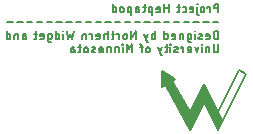
<source format=gbo>
G75*
%MOIN*%
%OFA0B0*%
%FSLAX25Y25*%
%IPPOS*%
%LPD*%
%AMOC8*
5,1,8,0,0,1.08239X$1,22.5*
%
%ADD10C,0.00500*%
%ADD11C,0.00787*%
%ADD12C,0.00000*%
%ADD13C,0.00001*%
D10*
X0056755Y0041561D02*
X0056755Y0042911D01*
X0056755Y0042611D02*
X0057430Y0042611D01*
X0056755Y0042911D02*
X0056757Y0042953D01*
X0056763Y0042994D01*
X0056772Y0043034D01*
X0056785Y0043074D01*
X0056802Y0043112D01*
X0056822Y0043148D01*
X0056846Y0043182D01*
X0056872Y0043214D01*
X0056902Y0043244D01*
X0056934Y0043270D01*
X0056968Y0043294D01*
X0057004Y0043314D01*
X0057042Y0043331D01*
X0057082Y0043344D01*
X0057122Y0043353D01*
X0057163Y0043359D01*
X0057205Y0043361D01*
X0057805Y0043361D01*
X0059126Y0043361D02*
X0060026Y0043361D01*
X0059726Y0044261D02*
X0059726Y0042011D01*
X0059724Y0041969D01*
X0059718Y0041928D01*
X0059709Y0041888D01*
X0059696Y0041848D01*
X0059679Y0041810D01*
X0059659Y0041774D01*
X0059635Y0041740D01*
X0059609Y0041708D01*
X0059579Y0041678D01*
X0059547Y0041652D01*
X0059513Y0041628D01*
X0059477Y0041608D01*
X0059439Y0041591D01*
X0059399Y0041578D01*
X0059359Y0041569D01*
X0059318Y0041563D01*
X0059276Y0041561D01*
X0059126Y0041561D01*
X0061053Y0042161D02*
X0061053Y0042761D01*
X0061055Y0042809D01*
X0061061Y0042857D01*
X0061070Y0042905D01*
X0061084Y0042951D01*
X0061101Y0042996D01*
X0061122Y0043040D01*
X0061146Y0043082D01*
X0061173Y0043121D01*
X0061204Y0043159D01*
X0061237Y0043194D01*
X0061274Y0043226D01*
X0061312Y0043255D01*
X0061353Y0043281D01*
X0061396Y0043303D01*
X0061440Y0043322D01*
X0061486Y0043337D01*
X0061533Y0043349D01*
X0061581Y0043357D01*
X0061629Y0043361D01*
X0061677Y0043361D01*
X0061725Y0043357D01*
X0061773Y0043349D01*
X0061820Y0043337D01*
X0061866Y0043322D01*
X0061910Y0043303D01*
X0061953Y0043281D01*
X0061994Y0043255D01*
X0062032Y0043226D01*
X0062069Y0043194D01*
X0062102Y0043159D01*
X0062133Y0043121D01*
X0062160Y0043082D01*
X0062184Y0043040D01*
X0062205Y0042996D01*
X0062222Y0042951D01*
X0062236Y0042905D01*
X0062245Y0042857D01*
X0062251Y0042809D01*
X0062253Y0042761D01*
X0062253Y0042161D01*
X0062251Y0042113D01*
X0062245Y0042065D01*
X0062236Y0042017D01*
X0062222Y0041971D01*
X0062205Y0041926D01*
X0062184Y0041882D01*
X0062160Y0041840D01*
X0062133Y0041801D01*
X0062102Y0041763D01*
X0062069Y0041728D01*
X0062032Y0041696D01*
X0061994Y0041667D01*
X0061953Y0041641D01*
X0061910Y0041619D01*
X0061866Y0041600D01*
X0061820Y0041585D01*
X0061773Y0041573D01*
X0061725Y0041565D01*
X0061677Y0041561D01*
X0061629Y0041561D01*
X0061581Y0041565D01*
X0061533Y0041573D01*
X0061486Y0041585D01*
X0061440Y0041600D01*
X0061396Y0041619D01*
X0061353Y0041641D01*
X0061312Y0041667D01*
X0061274Y0041696D01*
X0061237Y0041728D01*
X0061204Y0041763D01*
X0061173Y0041801D01*
X0061146Y0041840D01*
X0061122Y0041882D01*
X0061101Y0041926D01*
X0061084Y0041971D01*
X0061070Y0042017D01*
X0061061Y0042065D01*
X0061055Y0042113D01*
X0061053Y0042161D01*
X0063774Y0042311D02*
X0064524Y0042611D01*
X0064559Y0042627D01*
X0064593Y0042646D01*
X0064624Y0042669D01*
X0064653Y0042695D01*
X0064679Y0042723D01*
X0064702Y0042754D01*
X0064722Y0042787D01*
X0064739Y0042821D01*
X0064752Y0042858D01*
X0064761Y0042895D01*
X0064767Y0042933D01*
X0064769Y0042972D01*
X0064767Y0043010D01*
X0064761Y0043048D01*
X0064752Y0043086D01*
X0064739Y0043122D01*
X0064722Y0043157D01*
X0064702Y0043190D01*
X0064679Y0043221D01*
X0064653Y0043249D01*
X0064624Y0043275D01*
X0064593Y0043297D01*
X0064560Y0043317D01*
X0064525Y0043333D01*
X0064489Y0043346D01*
X0064451Y0043354D01*
X0064413Y0043360D01*
X0064374Y0043361D01*
X0064749Y0041710D02*
X0064661Y0041680D01*
X0064571Y0041653D01*
X0064480Y0041630D01*
X0064389Y0041610D01*
X0064297Y0041593D01*
X0064204Y0041580D01*
X0064111Y0041570D01*
X0064018Y0041563D01*
X0063924Y0041560D01*
X0063925Y0041561D02*
X0063886Y0041562D01*
X0063848Y0041568D01*
X0063810Y0041576D01*
X0063774Y0041589D01*
X0063739Y0041605D01*
X0063706Y0041625D01*
X0063675Y0041647D01*
X0063646Y0041673D01*
X0063620Y0041701D01*
X0063597Y0041732D01*
X0063577Y0041765D01*
X0063560Y0041800D01*
X0063547Y0041836D01*
X0063538Y0041874D01*
X0063532Y0041912D01*
X0063530Y0041950D01*
X0063532Y0041989D01*
X0063538Y0042027D01*
X0063547Y0042064D01*
X0063560Y0042101D01*
X0063577Y0042135D01*
X0063597Y0042168D01*
X0063620Y0042199D01*
X0063646Y0042227D01*
X0063675Y0042253D01*
X0063706Y0042276D01*
X0063740Y0042295D01*
X0063775Y0042311D01*
X0063699Y0043211D02*
X0063771Y0043241D01*
X0063843Y0043268D01*
X0063917Y0043291D01*
X0063992Y0043312D01*
X0064067Y0043328D01*
X0064143Y0043342D01*
X0064220Y0043352D01*
X0064297Y0043358D01*
X0064375Y0043361D01*
X0066045Y0042761D02*
X0066045Y0042461D01*
X0067245Y0042461D01*
X0067245Y0042761D02*
X0067245Y0042011D01*
X0067243Y0041969D01*
X0067237Y0041928D01*
X0067228Y0041888D01*
X0067215Y0041848D01*
X0067198Y0041810D01*
X0067178Y0041774D01*
X0067154Y0041740D01*
X0067128Y0041708D01*
X0067098Y0041678D01*
X0067066Y0041652D01*
X0067032Y0041628D01*
X0066996Y0041608D01*
X0066958Y0041591D01*
X0066918Y0041578D01*
X0066878Y0041569D01*
X0066837Y0041563D01*
X0066795Y0041561D01*
X0066045Y0041561D01*
X0066045Y0042761D02*
X0066047Y0042809D01*
X0066053Y0042857D01*
X0066062Y0042905D01*
X0066076Y0042951D01*
X0066093Y0042996D01*
X0066114Y0043040D01*
X0066138Y0043082D01*
X0066165Y0043121D01*
X0066196Y0043159D01*
X0066229Y0043194D01*
X0066266Y0043226D01*
X0066304Y0043255D01*
X0066345Y0043281D01*
X0066388Y0043303D01*
X0066432Y0043322D01*
X0066478Y0043337D01*
X0066525Y0043349D01*
X0066573Y0043357D01*
X0066621Y0043361D01*
X0066669Y0043361D01*
X0066717Y0043357D01*
X0066765Y0043349D01*
X0066812Y0043337D01*
X0066858Y0043322D01*
X0066902Y0043303D01*
X0066945Y0043281D01*
X0066986Y0043255D01*
X0067024Y0043226D01*
X0067061Y0043194D01*
X0067094Y0043159D01*
X0067125Y0043121D01*
X0067152Y0043082D01*
X0067176Y0043040D01*
X0067197Y0042996D01*
X0067214Y0042951D01*
X0067228Y0042905D01*
X0067237Y0042857D01*
X0067243Y0042809D01*
X0067245Y0042761D01*
X0068637Y0042911D02*
X0068637Y0041561D01*
X0069837Y0041561D02*
X0069837Y0043361D01*
X0069087Y0043361D01*
X0069045Y0043359D01*
X0069004Y0043353D01*
X0068964Y0043344D01*
X0068924Y0043331D01*
X0068886Y0043314D01*
X0068850Y0043294D01*
X0068816Y0043270D01*
X0068784Y0043244D01*
X0068754Y0043214D01*
X0068728Y0043182D01*
X0068704Y0043148D01*
X0068684Y0043112D01*
X0068667Y0043074D01*
X0068654Y0043034D01*
X0068645Y0042994D01*
X0068639Y0042953D01*
X0068637Y0042911D01*
X0071325Y0042911D02*
X0071325Y0041561D01*
X0072525Y0041561D02*
X0072525Y0043361D01*
X0071775Y0043361D01*
X0071733Y0043359D01*
X0071692Y0043353D01*
X0071652Y0043344D01*
X0071612Y0043331D01*
X0071574Y0043314D01*
X0071538Y0043294D01*
X0071504Y0043270D01*
X0071472Y0043244D01*
X0071442Y0043214D01*
X0071416Y0043182D01*
X0071392Y0043148D01*
X0071372Y0043112D01*
X0071355Y0043074D01*
X0071342Y0043034D01*
X0071333Y0042994D01*
X0071327Y0042953D01*
X0071325Y0042911D01*
X0073845Y0043361D02*
X0073845Y0041561D01*
X0075249Y0041561D02*
X0075249Y0044261D01*
X0076149Y0042761D01*
X0077049Y0044261D01*
X0077049Y0041561D01*
X0079656Y0043361D02*
X0080556Y0043361D01*
X0080256Y0043811D02*
X0080256Y0041561D01*
X0081693Y0042161D02*
X0081693Y0042761D01*
X0081695Y0042809D01*
X0081701Y0042857D01*
X0081710Y0042905D01*
X0081724Y0042951D01*
X0081741Y0042996D01*
X0081762Y0043040D01*
X0081786Y0043082D01*
X0081813Y0043121D01*
X0081844Y0043159D01*
X0081877Y0043194D01*
X0081914Y0043226D01*
X0081952Y0043255D01*
X0081993Y0043281D01*
X0082036Y0043303D01*
X0082080Y0043322D01*
X0082126Y0043337D01*
X0082173Y0043349D01*
X0082221Y0043357D01*
X0082269Y0043361D01*
X0082317Y0043361D01*
X0082365Y0043357D01*
X0082413Y0043349D01*
X0082460Y0043337D01*
X0082506Y0043322D01*
X0082550Y0043303D01*
X0082593Y0043281D01*
X0082634Y0043255D01*
X0082672Y0043226D01*
X0082709Y0043194D01*
X0082742Y0043159D01*
X0082773Y0043121D01*
X0082800Y0043082D01*
X0082824Y0043040D01*
X0082845Y0042996D01*
X0082862Y0042951D01*
X0082876Y0042905D01*
X0082885Y0042857D01*
X0082891Y0042809D01*
X0082893Y0042761D01*
X0082893Y0042161D01*
X0082891Y0042113D01*
X0082885Y0042065D01*
X0082876Y0042017D01*
X0082862Y0041971D01*
X0082845Y0041926D01*
X0082824Y0041882D01*
X0082800Y0041840D01*
X0082773Y0041801D01*
X0082742Y0041763D01*
X0082709Y0041728D01*
X0082672Y0041696D01*
X0082634Y0041667D01*
X0082593Y0041641D01*
X0082550Y0041619D01*
X0082506Y0041600D01*
X0082460Y0041585D01*
X0082413Y0041573D01*
X0082365Y0041565D01*
X0082317Y0041561D01*
X0082269Y0041561D01*
X0082221Y0041565D01*
X0082173Y0041573D01*
X0082126Y0041585D01*
X0082080Y0041600D01*
X0082036Y0041619D01*
X0081993Y0041641D01*
X0081952Y0041667D01*
X0081914Y0041696D01*
X0081877Y0041728D01*
X0081844Y0041763D01*
X0081813Y0041801D01*
X0081786Y0041840D01*
X0081762Y0041882D01*
X0081741Y0041926D01*
X0081724Y0041971D01*
X0081710Y0042017D01*
X0081701Y0042065D01*
X0081695Y0042113D01*
X0081693Y0042161D01*
X0080256Y0043811D02*
X0080254Y0043853D01*
X0080248Y0043894D01*
X0080239Y0043934D01*
X0080226Y0043974D01*
X0080209Y0044012D01*
X0080189Y0044048D01*
X0080165Y0044082D01*
X0080139Y0044114D01*
X0080109Y0044144D01*
X0080077Y0044170D01*
X0080043Y0044194D01*
X0080007Y0044214D01*
X0079969Y0044231D01*
X0079929Y0044244D01*
X0079889Y0044253D01*
X0079848Y0044259D01*
X0079806Y0044261D01*
X0079656Y0044261D01*
X0078243Y0046041D02*
X0078243Y0048741D01*
X0076743Y0046041D01*
X0076743Y0048741D01*
X0075309Y0047241D02*
X0075309Y0046641D01*
X0075307Y0046593D01*
X0075301Y0046545D01*
X0075292Y0046497D01*
X0075278Y0046451D01*
X0075261Y0046406D01*
X0075240Y0046362D01*
X0075216Y0046320D01*
X0075189Y0046281D01*
X0075158Y0046243D01*
X0075125Y0046208D01*
X0075088Y0046176D01*
X0075050Y0046147D01*
X0075009Y0046121D01*
X0074966Y0046099D01*
X0074922Y0046080D01*
X0074876Y0046065D01*
X0074829Y0046053D01*
X0074781Y0046045D01*
X0074733Y0046041D01*
X0074685Y0046041D01*
X0074637Y0046045D01*
X0074589Y0046053D01*
X0074542Y0046065D01*
X0074496Y0046080D01*
X0074452Y0046099D01*
X0074409Y0046121D01*
X0074368Y0046147D01*
X0074330Y0046176D01*
X0074293Y0046208D01*
X0074260Y0046243D01*
X0074229Y0046281D01*
X0074202Y0046320D01*
X0074178Y0046362D01*
X0074157Y0046406D01*
X0074140Y0046451D01*
X0074126Y0046497D01*
X0074117Y0046545D01*
X0074111Y0046593D01*
X0074109Y0046641D01*
X0074109Y0047241D01*
X0074111Y0047289D01*
X0074117Y0047337D01*
X0074126Y0047385D01*
X0074140Y0047431D01*
X0074157Y0047476D01*
X0074178Y0047520D01*
X0074202Y0047562D01*
X0074229Y0047601D01*
X0074260Y0047639D01*
X0074293Y0047674D01*
X0074330Y0047706D01*
X0074368Y0047735D01*
X0074409Y0047761D01*
X0074452Y0047783D01*
X0074496Y0047802D01*
X0074542Y0047817D01*
X0074589Y0047829D01*
X0074637Y0047837D01*
X0074685Y0047841D01*
X0074733Y0047841D01*
X0074781Y0047837D01*
X0074829Y0047829D01*
X0074876Y0047817D01*
X0074922Y0047802D01*
X0074966Y0047783D01*
X0075009Y0047761D01*
X0075050Y0047735D01*
X0075088Y0047706D01*
X0075125Y0047674D01*
X0075158Y0047639D01*
X0075189Y0047601D01*
X0075216Y0047562D01*
X0075240Y0047520D01*
X0075261Y0047476D01*
X0075278Y0047431D01*
X0075292Y0047385D01*
X0075301Y0047337D01*
X0075307Y0047289D01*
X0075309Y0047241D01*
X0072693Y0047841D02*
X0072693Y0046041D01*
X0070766Y0046491D02*
X0070766Y0048741D01*
X0071066Y0047841D02*
X0070166Y0047841D01*
X0068877Y0047841D02*
X0068127Y0047841D01*
X0068085Y0047839D01*
X0068044Y0047833D01*
X0068004Y0047824D01*
X0067964Y0047811D01*
X0067926Y0047794D01*
X0067890Y0047774D01*
X0067856Y0047750D01*
X0067824Y0047724D01*
X0067794Y0047694D01*
X0067768Y0047662D01*
X0067744Y0047628D01*
X0067724Y0047592D01*
X0067707Y0047554D01*
X0067694Y0047514D01*
X0067685Y0047474D01*
X0067679Y0047433D01*
X0067677Y0047391D01*
X0067677Y0046041D01*
X0068877Y0046041D02*
X0068877Y0048741D01*
X0066285Y0047241D02*
X0066285Y0046491D01*
X0066283Y0046449D01*
X0066277Y0046408D01*
X0066268Y0046368D01*
X0066255Y0046328D01*
X0066238Y0046290D01*
X0066218Y0046254D01*
X0066194Y0046220D01*
X0066168Y0046188D01*
X0066138Y0046158D01*
X0066106Y0046132D01*
X0066072Y0046108D01*
X0066036Y0046088D01*
X0065998Y0046071D01*
X0065958Y0046058D01*
X0065918Y0046049D01*
X0065877Y0046043D01*
X0065835Y0046041D01*
X0065085Y0046041D01*
X0065085Y0046941D02*
X0066285Y0046941D01*
X0066285Y0047241D02*
X0066283Y0047289D01*
X0066277Y0047337D01*
X0066268Y0047385D01*
X0066254Y0047431D01*
X0066237Y0047476D01*
X0066216Y0047520D01*
X0066192Y0047562D01*
X0066165Y0047601D01*
X0066134Y0047639D01*
X0066101Y0047674D01*
X0066064Y0047706D01*
X0066026Y0047735D01*
X0065985Y0047761D01*
X0065942Y0047783D01*
X0065898Y0047802D01*
X0065852Y0047817D01*
X0065805Y0047829D01*
X0065757Y0047837D01*
X0065709Y0047841D01*
X0065661Y0047841D01*
X0065613Y0047837D01*
X0065565Y0047829D01*
X0065518Y0047817D01*
X0065472Y0047802D01*
X0065428Y0047783D01*
X0065385Y0047761D01*
X0065344Y0047735D01*
X0065306Y0047706D01*
X0065269Y0047674D01*
X0065236Y0047639D01*
X0065205Y0047601D01*
X0065178Y0047562D01*
X0065154Y0047520D01*
X0065133Y0047476D01*
X0065116Y0047431D01*
X0065102Y0047385D01*
X0065093Y0047337D01*
X0065087Y0047289D01*
X0065085Y0047241D01*
X0065085Y0046941D01*
X0063669Y0046041D02*
X0063669Y0047841D01*
X0062769Y0047841D01*
X0062769Y0047541D01*
X0061677Y0047841D02*
X0060927Y0047841D01*
X0060885Y0047839D01*
X0060844Y0047833D01*
X0060804Y0047824D01*
X0060764Y0047811D01*
X0060726Y0047794D01*
X0060690Y0047774D01*
X0060656Y0047750D01*
X0060624Y0047724D01*
X0060594Y0047694D01*
X0060568Y0047662D01*
X0060544Y0047628D01*
X0060524Y0047592D01*
X0060507Y0047554D01*
X0060494Y0047514D01*
X0060485Y0047474D01*
X0060479Y0047433D01*
X0060477Y0047391D01*
X0060477Y0046041D01*
X0061677Y0046041D02*
X0061677Y0047841D01*
X0057573Y0048741D02*
X0056973Y0046041D01*
X0056373Y0047841D01*
X0055773Y0046041D01*
X0055173Y0048741D01*
X0054048Y0048741D02*
X0053898Y0048741D01*
X0053898Y0048591D01*
X0054048Y0048591D01*
X0054048Y0048741D01*
X0053973Y0047841D02*
X0053973Y0046041D01*
X0052771Y0046491D02*
X0052771Y0047391D01*
X0052769Y0047433D01*
X0052763Y0047474D01*
X0052754Y0047514D01*
X0052741Y0047554D01*
X0052724Y0047592D01*
X0052704Y0047628D01*
X0052680Y0047662D01*
X0052654Y0047694D01*
X0052624Y0047724D01*
X0052592Y0047750D01*
X0052558Y0047774D01*
X0052522Y0047794D01*
X0052484Y0047811D01*
X0052444Y0047824D01*
X0052404Y0047833D01*
X0052363Y0047839D01*
X0052321Y0047841D01*
X0051571Y0047841D01*
X0051571Y0048741D02*
X0051571Y0046041D01*
X0052321Y0046041D01*
X0052363Y0046043D01*
X0052404Y0046049D01*
X0052444Y0046058D01*
X0052484Y0046071D01*
X0052522Y0046088D01*
X0052558Y0046108D01*
X0052592Y0046132D01*
X0052624Y0046158D01*
X0052654Y0046188D01*
X0052680Y0046220D01*
X0052704Y0046254D01*
X0052724Y0046290D01*
X0052741Y0046328D01*
X0052754Y0046368D01*
X0052763Y0046408D01*
X0052769Y0046449D01*
X0052771Y0046491D01*
X0050179Y0046491D02*
X0050179Y0047391D01*
X0050177Y0047433D01*
X0050171Y0047474D01*
X0050162Y0047514D01*
X0050149Y0047554D01*
X0050132Y0047592D01*
X0050112Y0047628D01*
X0050088Y0047662D01*
X0050062Y0047694D01*
X0050032Y0047724D01*
X0050000Y0047750D01*
X0049966Y0047774D01*
X0049930Y0047794D01*
X0049892Y0047811D01*
X0049852Y0047824D01*
X0049812Y0047833D01*
X0049771Y0047839D01*
X0049729Y0047841D01*
X0048979Y0047841D01*
X0048979Y0045591D01*
X0048979Y0046041D02*
X0049729Y0046041D01*
X0049771Y0046043D01*
X0049812Y0046049D01*
X0049852Y0046058D01*
X0049892Y0046071D01*
X0049930Y0046088D01*
X0049966Y0046108D01*
X0050000Y0046132D01*
X0050032Y0046158D01*
X0050062Y0046188D01*
X0050088Y0046220D01*
X0050112Y0046254D01*
X0050132Y0046290D01*
X0050149Y0046328D01*
X0050162Y0046368D01*
X0050171Y0046408D01*
X0050177Y0046449D01*
X0050179Y0046491D01*
X0048979Y0045591D02*
X0048981Y0045549D01*
X0048987Y0045508D01*
X0048996Y0045468D01*
X0049009Y0045428D01*
X0049026Y0045390D01*
X0049046Y0045354D01*
X0049070Y0045320D01*
X0049096Y0045288D01*
X0049126Y0045258D01*
X0049158Y0045232D01*
X0049192Y0045208D01*
X0049228Y0045188D01*
X0049266Y0045171D01*
X0049306Y0045158D01*
X0049346Y0045149D01*
X0049387Y0045143D01*
X0049429Y0045141D01*
X0050029Y0045141D01*
X0047566Y0046491D02*
X0047566Y0047241D01*
X0047566Y0046941D02*
X0046366Y0046941D01*
X0046366Y0047241D01*
X0046368Y0047289D01*
X0046374Y0047337D01*
X0046383Y0047385D01*
X0046397Y0047431D01*
X0046414Y0047476D01*
X0046435Y0047520D01*
X0046459Y0047562D01*
X0046486Y0047601D01*
X0046517Y0047639D01*
X0046550Y0047674D01*
X0046587Y0047706D01*
X0046625Y0047735D01*
X0046666Y0047761D01*
X0046709Y0047783D01*
X0046753Y0047802D01*
X0046799Y0047817D01*
X0046846Y0047829D01*
X0046894Y0047837D01*
X0046942Y0047841D01*
X0046990Y0047841D01*
X0047038Y0047837D01*
X0047086Y0047829D01*
X0047133Y0047817D01*
X0047179Y0047802D01*
X0047223Y0047783D01*
X0047266Y0047761D01*
X0047307Y0047735D01*
X0047345Y0047706D01*
X0047382Y0047674D01*
X0047415Y0047639D01*
X0047446Y0047601D01*
X0047473Y0047562D01*
X0047497Y0047520D01*
X0047518Y0047476D01*
X0047535Y0047431D01*
X0047549Y0047385D01*
X0047558Y0047337D01*
X0047564Y0047289D01*
X0047566Y0047241D01*
X0047566Y0046491D02*
X0047564Y0046449D01*
X0047558Y0046408D01*
X0047549Y0046368D01*
X0047536Y0046328D01*
X0047519Y0046290D01*
X0047499Y0046254D01*
X0047475Y0046220D01*
X0047449Y0046188D01*
X0047419Y0046158D01*
X0047387Y0046132D01*
X0047353Y0046108D01*
X0047317Y0046088D01*
X0047279Y0046071D01*
X0047239Y0046058D01*
X0047199Y0046049D01*
X0047158Y0046043D01*
X0047116Y0046041D01*
X0046366Y0046041D01*
X0045038Y0046491D02*
X0045038Y0048741D01*
X0045338Y0047841D02*
X0044438Y0047841D01*
X0045038Y0046491D02*
X0045036Y0046449D01*
X0045030Y0046408D01*
X0045021Y0046368D01*
X0045008Y0046328D01*
X0044991Y0046290D01*
X0044971Y0046254D01*
X0044947Y0046220D01*
X0044921Y0046188D01*
X0044891Y0046158D01*
X0044859Y0046132D01*
X0044825Y0046108D01*
X0044789Y0046088D01*
X0044751Y0046071D01*
X0044711Y0046058D01*
X0044671Y0046049D01*
X0044630Y0046043D01*
X0044588Y0046041D01*
X0044438Y0046041D01*
X0041206Y0046041D02*
X0040531Y0046041D01*
X0040531Y0047391D01*
X0040531Y0047091D02*
X0041206Y0047091D01*
X0040531Y0047391D02*
X0040533Y0047433D01*
X0040539Y0047474D01*
X0040548Y0047514D01*
X0040561Y0047554D01*
X0040578Y0047592D01*
X0040598Y0047628D01*
X0040622Y0047662D01*
X0040648Y0047694D01*
X0040678Y0047724D01*
X0040710Y0047750D01*
X0040744Y0047774D01*
X0040780Y0047794D01*
X0040818Y0047811D01*
X0040858Y0047824D01*
X0040898Y0047833D01*
X0040939Y0047839D01*
X0040981Y0047841D01*
X0041581Y0047841D01*
X0041206Y0047091D02*
X0041251Y0047089D01*
X0041295Y0047083D01*
X0041338Y0047074D01*
X0041381Y0047061D01*
X0041422Y0047044D01*
X0041462Y0047024D01*
X0041500Y0047001D01*
X0041536Y0046974D01*
X0041569Y0046945D01*
X0041600Y0046913D01*
X0041628Y0046878D01*
X0041653Y0046841D01*
X0041675Y0046802D01*
X0041693Y0046762D01*
X0041708Y0046720D01*
X0041719Y0046677D01*
X0041727Y0046633D01*
X0041731Y0046588D01*
X0041731Y0046544D01*
X0041727Y0046499D01*
X0041719Y0046455D01*
X0041708Y0046412D01*
X0041693Y0046370D01*
X0041675Y0046330D01*
X0041653Y0046291D01*
X0041628Y0046254D01*
X0041600Y0046219D01*
X0041569Y0046187D01*
X0041536Y0046158D01*
X0041500Y0046131D01*
X0041462Y0046108D01*
X0041422Y0046088D01*
X0041381Y0046071D01*
X0041338Y0046058D01*
X0041295Y0046049D01*
X0041251Y0046043D01*
X0041206Y0046041D01*
X0039022Y0046041D02*
X0039022Y0047841D01*
X0038272Y0047841D01*
X0038230Y0047839D01*
X0038189Y0047833D01*
X0038149Y0047824D01*
X0038109Y0047811D01*
X0038071Y0047794D01*
X0038035Y0047774D01*
X0038001Y0047750D01*
X0037969Y0047724D01*
X0037939Y0047694D01*
X0037913Y0047662D01*
X0037889Y0047628D01*
X0037869Y0047592D01*
X0037852Y0047554D01*
X0037839Y0047514D01*
X0037830Y0047474D01*
X0037824Y0047433D01*
X0037822Y0047391D01*
X0037822Y0046041D01*
X0036451Y0046491D02*
X0036451Y0047391D01*
X0036449Y0047433D01*
X0036443Y0047474D01*
X0036434Y0047514D01*
X0036421Y0047554D01*
X0036404Y0047592D01*
X0036384Y0047628D01*
X0036360Y0047662D01*
X0036334Y0047694D01*
X0036304Y0047724D01*
X0036272Y0047750D01*
X0036238Y0047774D01*
X0036202Y0047794D01*
X0036164Y0047811D01*
X0036124Y0047824D01*
X0036084Y0047833D01*
X0036043Y0047839D01*
X0036001Y0047841D01*
X0035251Y0047841D01*
X0035251Y0048741D02*
X0035251Y0046041D01*
X0036001Y0046041D01*
X0036043Y0046043D01*
X0036084Y0046049D01*
X0036124Y0046058D01*
X0036164Y0046071D01*
X0036202Y0046088D01*
X0036238Y0046108D01*
X0036272Y0046132D01*
X0036304Y0046158D01*
X0036334Y0046188D01*
X0036360Y0046220D01*
X0036384Y0046254D01*
X0036404Y0046290D01*
X0036421Y0046328D01*
X0036434Y0046368D01*
X0036443Y0046408D01*
X0036449Y0046449D01*
X0036451Y0046491D01*
X0037251Y0051571D02*
X0035451Y0051571D01*
X0038715Y0051571D02*
X0040515Y0051571D01*
X0041979Y0051571D02*
X0043779Y0051571D01*
X0045243Y0051571D02*
X0047043Y0051571D01*
X0048507Y0051571D02*
X0050307Y0051571D01*
X0051771Y0051571D02*
X0053571Y0051571D01*
X0055035Y0051571D02*
X0056835Y0051571D01*
X0058299Y0051571D02*
X0060099Y0051571D01*
X0061563Y0051571D02*
X0063363Y0051571D01*
X0064827Y0051571D02*
X0066627Y0051571D01*
X0068091Y0051571D02*
X0069891Y0051571D01*
X0071355Y0051571D02*
X0073155Y0051571D01*
X0074619Y0051571D02*
X0076419Y0051571D01*
X0077883Y0051571D02*
X0079683Y0051571D01*
X0081147Y0051571D02*
X0082947Y0051571D01*
X0084411Y0051571D02*
X0086211Y0051571D01*
X0087675Y0051571D02*
X0089475Y0051571D01*
X0090939Y0051571D02*
X0092739Y0051571D01*
X0094203Y0051571D02*
X0096003Y0051571D01*
X0097467Y0051571D02*
X0099267Y0051571D01*
X0100731Y0051571D02*
X0102531Y0051571D01*
X0103995Y0051571D02*
X0105795Y0051571D01*
X0105795Y0048741D02*
X0105045Y0048741D01*
X0105795Y0048741D02*
X0105795Y0046041D01*
X0105045Y0046041D01*
X0104991Y0046043D01*
X0104938Y0046049D01*
X0104886Y0046058D01*
X0104834Y0046071D01*
X0104783Y0046088D01*
X0104733Y0046109D01*
X0104686Y0046133D01*
X0104640Y0046160D01*
X0104596Y0046191D01*
X0104554Y0046224D01*
X0104515Y0046261D01*
X0104478Y0046300D01*
X0104445Y0046342D01*
X0104414Y0046386D01*
X0104387Y0046432D01*
X0104363Y0046479D01*
X0104342Y0046529D01*
X0104325Y0046580D01*
X0104312Y0046632D01*
X0104303Y0046684D01*
X0104297Y0046737D01*
X0104295Y0046791D01*
X0104295Y0047991D01*
X0104297Y0048045D01*
X0104303Y0048098D01*
X0104312Y0048150D01*
X0104325Y0048202D01*
X0104342Y0048253D01*
X0104363Y0048303D01*
X0104387Y0048350D01*
X0104414Y0048396D01*
X0104445Y0048440D01*
X0104478Y0048482D01*
X0104515Y0048521D01*
X0104554Y0048558D01*
X0104596Y0048591D01*
X0104640Y0048622D01*
X0104686Y0048649D01*
X0104733Y0048673D01*
X0104783Y0048694D01*
X0104834Y0048711D01*
X0104886Y0048724D01*
X0104938Y0048733D01*
X0104991Y0048739D01*
X0105045Y0048741D01*
X0102861Y0047241D02*
X0102861Y0046491D01*
X0102861Y0046941D02*
X0101661Y0046941D01*
X0101661Y0047241D01*
X0101663Y0047289D01*
X0101669Y0047337D01*
X0101678Y0047385D01*
X0101692Y0047431D01*
X0101709Y0047476D01*
X0101730Y0047520D01*
X0101754Y0047562D01*
X0101781Y0047601D01*
X0101812Y0047639D01*
X0101845Y0047674D01*
X0101882Y0047706D01*
X0101920Y0047735D01*
X0101961Y0047761D01*
X0102004Y0047783D01*
X0102048Y0047802D01*
X0102094Y0047817D01*
X0102141Y0047829D01*
X0102189Y0047837D01*
X0102237Y0047841D01*
X0102285Y0047841D01*
X0102333Y0047837D01*
X0102381Y0047829D01*
X0102428Y0047817D01*
X0102474Y0047802D01*
X0102518Y0047783D01*
X0102561Y0047761D01*
X0102602Y0047735D01*
X0102640Y0047706D01*
X0102677Y0047674D01*
X0102710Y0047639D01*
X0102741Y0047601D01*
X0102768Y0047562D01*
X0102792Y0047520D01*
X0102813Y0047476D01*
X0102830Y0047431D01*
X0102844Y0047385D01*
X0102853Y0047337D01*
X0102859Y0047289D01*
X0102861Y0047241D01*
X0102861Y0046491D02*
X0102859Y0046449D01*
X0102853Y0046408D01*
X0102844Y0046368D01*
X0102831Y0046328D01*
X0102814Y0046290D01*
X0102794Y0046254D01*
X0102770Y0046220D01*
X0102744Y0046188D01*
X0102714Y0046158D01*
X0102682Y0046132D01*
X0102648Y0046108D01*
X0102612Y0046088D01*
X0102574Y0046071D01*
X0102534Y0046058D01*
X0102494Y0046049D01*
X0102453Y0046043D01*
X0102411Y0046041D01*
X0101661Y0046041D01*
X0099991Y0047841D02*
X0099913Y0047838D01*
X0099836Y0047832D01*
X0099759Y0047822D01*
X0099683Y0047808D01*
X0099608Y0047792D01*
X0099533Y0047771D01*
X0099459Y0047748D01*
X0099387Y0047721D01*
X0099315Y0047691D01*
X0099990Y0047841D02*
X0100029Y0047840D01*
X0100067Y0047834D01*
X0100105Y0047826D01*
X0100141Y0047813D01*
X0100176Y0047797D01*
X0100209Y0047777D01*
X0100240Y0047755D01*
X0100269Y0047729D01*
X0100295Y0047701D01*
X0100318Y0047670D01*
X0100338Y0047637D01*
X0100355Y0047602D01*
X0100368Y0047566D01*
X0100377Y0047528D01*
X0100383Y0047490D01*
X0100385Y0047452D01*
X0100383Y0047413D01*
X0100377Y0047375D01*
X0100368Y0047338D01*
X0100355Y0047301D01*
X0100338Y0047267D01*
X0100318Y0047234D01*
X0100295Y0047203D01*
X0100269Y0047175D01*
X0100240Y0047149D01*
X0100209Y0047126D01*
X0100175Y0047107D01*
X0100140Y0047091D01*
X0099390Y0046791D01*
X0099391Y0046791D02*
X0099356Y0046775D01*
X0099322Y0046756D01*
X0099291Y0046733D01*
X0099262Y0046707D01*
X0099236Y0046679D01*
X0099213Y0046648D01*
X0099193Y0046615D01*
X0099176Y0046581D01*
X0099163Y0046544D01*
X0099154Y0046507D01*
X0099148Y0046469D01*
X0099146Y0046430D01*
X0099148Y0046392D01*
X0099154Y0046354D01*
X0099163Y0046316D01*
X0099176Y0046280D01*
X0099193Y0046245D01*
X0099213Y0046212D01*
X0099236Y0046181D01*
X0099262Y0046153D01*
X0099291Y0046127D01*
X0099322Y0046105D01*
X0099355Y0046085D01*
X0099390Y0046069D01*
X0099426Y0046056D01*
X0099464Y0046048D01*
X0099502Y0046042D01*
X0099541Y0046041D01*
X0097941Y0046041D02*
X0097941Y0047841D01*
X0097866Y0048591D02*
X0098016Y0048591D01*
X0098016Y0048741D01*
X0097866Y0048741D01*
X0097866Y0048591D01*
X0099540Y0046040D02*
X0099634Y0046043D01*
X0099727Y0046050D01*
X0099820Y0046060D01*
X0099913Y0046073D01*
X0100005Y0046090D01*
X0100096Y0046110D01*
X0100187Y0046133D01*
X0100277Y0046160D01*
X0100365Y0046190D01*
X0100320Y0044261D02*
X0100170Y0044261D01*
X0100170Y0044111D01*
X0100320Y0044111D01*
X0100320Y0044261D01*
X0100245Y0043361D02*
X0100245Y0041561D01*
X0101565Y0041561D02*
X0101565Y0042911D01*
X0101567Y0042953D01*
X0101573Y0042994D01*
X0101582Y0043034D01*
X0101595Y0043074D01*
X0101612Y0043112D01*
X0101632Y0043148D01*
X0101656Y0043182D01*
X0101682Y0043214D01*
X0101712Y0043244D01*
X0101744Y0043270D01*
X0101778Y0043294D01*
X0101814Y0043314D01*
X0101852Y0043331D01*
X0101892Y0043344D01*
X0101932Y0043353D01*
X0101973Y0043359D01*
X0102015Y0043361D01*
X0102765Y0043361D01*
X0102765Y0041561D01*
X0104295Y0042311D02*
X0104295Y0044261D01*
X0105795Y0044261D02*
X0105795Y0042311D01*
X0105793Y0042257D01*
X0105787Y0042204D01*
X0105778Y0042152D01*
X0105765Y0042100D01*
X0105748Y0042049D01*
X0105727Y0041999D01*
X0105703Y0041952D01*
X0105676Y0041906D01*
X0105645Y0041862D01*
X0105612Y0041820D01*
X0105575Y0041781D01*
X0105536Y0041744D01*
X0105494Y0041711D01*
X0105450Y0041680D01*
X0105404Y0041653D01*
X0105357Y0041629D01*
X0105307Y0041608D01*
X0105256Y0041591D01*
X0105204Y0041578D01*
X0105152Y0041569D01*
X0105099Y0041563D01*
X0105045Y0041561D01*
X0104991Y0041563D01*
X0104938Y0041569D01*
X0104886Y0041578D01*
X0104834Y0041591D01*
X0104783Y0041608D01*
X0104733Y0041629D01*
X0104686Y0041653D01*
X0104640Y0041680D01*
X0104596Y0041711D01*
X0104554Y0041744D01*
X0104515Y0041781D01*
X0104478Y0041820D01*
X0104445Y0041862D01*
X0104414Y0041906D01*
X0104387Y0041952D01*
X0104363Y0041999D01*
X0104342Y0042049D01*
X0104325Y0042100D01*
X0104312Y0042152D01*
X0104303Y0042204D01*
X0104297Y0042257D01*
X0104295Y0042311D01*
X0099117Y0043361D02*
X0098517Y0041561D01*
X0097917Y0043361D01*
X0096717Y0042761D02*
X0096717Y0042011D01*
X0096717Y0042461D02*
X0095517Y0042461D01*
X0095517Y0042761D01*
X0095519Y0042809D01*
X0095525Y0042857D01*
X0095534Y0042905D01*
X0095548Y0042951D01*
X0095565Y0042996D01*
X0095586Y0043040D01*
X0095610Y0043082D01*
X0095637Y0043121D01*
X0095668Y0043159D01*
X0095701Y0043194D01*
X0095738Y0043226D01*
X0095776Y0043255D01*
X0095817Y0043281D01*
X0095860Y0043303D01*
X0095904Y0043322D01*
X0095950Y0043337D01*
X0095997Y0043349D01*
X0096045Y0043357D01*
X0096093Y0043361D01*
X0096141Y0043361D01*
X0096189Y0043357D01*
X0096237Y0043349D01*
X0096284Y0043337D01*
X0096330Y0043322D01*
X0096374Y0043303D01*
X0096417Y0043281D01*
X0096458Y0043255D01*
X0096496Y0043226D01*
X0096533Y0043194D01*
X0096566Y0043159D01*
X0096597Y0043121D01*
X0096624Y0043082D01*
X0096648Y0043040D01*
X0096669Y0042996D01*
X0096686Y0042951D01*
X0096700Y0042905D01*
X0096709Y0042857D01*
X0096715Y0042809D01*
X0096717Y0042761D01*
X0096717Y0042011D02*
X0096715Y0041969D01*
X0096709Y0041928D01*
X0096700Y0041888D01*
X0096687Y0041848D01*
X0096670Y0041810D01*
X0096650Y0041774D01*
X0096626Y0041740D01*
X0096600Y0041708D01*
X0096570Y0041678D01*
X0096538Y0041652D01*
X0096504Y0041628D01*
X0096468Y0041608D01*
X0096430Y0041591D01*
X0096390Y0041578D01*
X0096350Y0041569D01*
X0096309Y0041563D01*
X0096267Y0041561D01*
X0095517Y0041561D01*
X0094101Y0041561D02*
X0094101Y0043361D01*
X0093201Y0043361D01*
X0093201Y0043061D01*
X0091980Y0042611D02*
X0091230Y0042311D01*
X0091231Y0042311D02*
X0091196Y0042295D01*
X0091162Y0042276D01*
X0091131Y0042253D01*
X0091102Y0042227D01*
X0091076Y0042199D01*
X0091053Y0042168D01*
X0091033Y0042135D01*
X0091016Y0042101D01*
X0091003Y0042064D01*
X0090994Y0042027D01*
X0090988Y0041989D01*
X0090986Y0041950D01*
X0090988Y0041912D01*
X0090994Y0041874D01*
X0091003Y0041836D01*
X0091016Y0041800D01*
X0091033Y0041765D01*
X0091053Y0041732D01*
X0091076Y0041701D01*
X0091102Y0041673D01*
X0091131Y0041647D01*
X0091162Y0041625D01*
X0091195Y0041605D01*
X0091230Y0041589D01*
X0091266Y0041576D01*
X0091304Y0041568D01*
X0091342Y0041562D01*
X0091381Y0041561D01*
X0091155Y0043211D02*
X0091227Y0043241D01*
X0091299Y0043268D01*
X0091373Y0043291D01*
X0091448Y0043312D01*
X0091523Y0043328D01*
X0091599Y0043342D01*
X0091676Y0043352D01*
X0091753Y0043358D01*
X0091831Y0043361D01*
X0091830Y0043361D02*
X0091869Y0043360D01*
X0091907Y0043354D01*
X0091945Y0043346D01*
X0091981Y0043333D01*
X0092016Y0043317D01*
X0092049Y0043297D01*
X0092080Y0043275D01*
X0092109Y0043249D01*
X0092135Y0043221D01*
X0092158Y0043190D01*
X0092178Y0043157D01*
X0092195Y0043122D01*
X0092208Y0043086D01*
X0092217Y0043048D01*
X0092223Y0043010D01*
X0092225Y0042972D01*
X0092223Y0042933D01*
X0092217Y0042895D01*
X0092208Y0042858D01*
X0092195Y0042821D01*
X0092178Y0042787D01*
X0092158Y0042754D01*
X0092135Y0042723D01*
X0092109Y0042695D01*
X0092080Y0042669D01*
X0092049Y0042646D01*
X0092015Y0042627D01*
X0091980Y0042611D01*
X0092205Y0041710D02*
X0092117Y0041680D01*
X0092027Y0041653D01*
X0091936Y0041630D01*
X0091845Y0041610D01*
X0091753Y0041593D01*
X0091660Y0041580D01*
X0091567Y0041570D01*
X0091474Y0041563D01*
X0091380Y0041560D01*
X0089781Y0041561D02*
X0089781Y0043361D01*
X0089706Y0044111D02*
X0089856Y0044111D01*
X0089856Y0044261D01*
X0089706Y0044261D01*
X0089706Y0044111D01*
X0088826Y0043361D02*
X0087926Y0043361D01*
X0088526Y0044261D02*
X0088526Y0042011D01*
X0088524Y0041969D01*
X0088518Y0041928D01*
X0088509Y0041888D01*
X0088496Y0041848D01*
X0088479Y0041810D01*
X0088459Y0041774D01*
X0088435Y0041740D01*
X0088409Y0041708D01*
X0088379Y0041678D01*
X0088347Y0041652D01*
X0088313Y0041628D01*
X0088277Y0041608D01*
X0088239Y0041591D01*
X0088199Y0041578D01*
X0088159Y0041569D01*
X0088118Y0041563D01*
X0088076Y0041561D01*
X0087926Y0041561D01*
X0086829Y0040661D02*
X0086529Y0040661D01*
X0085629Y0043361D01*
X0086829Y0043361D02*
X0086229Y0041561D01*
X0082317Y0045141D02*
X0082017Y0045141D01*
X0081117Y0047841D01*
X0082317Y0047841D02*
X0081717Y0046041D01*
X0083495Y0046491D02*
X0083495Y0047391D01*
X0083497Y0047433D01*
X0083503Y0047474D01*
X0083512Y0047514D01*
X0083525Y0047554D01*
X0083542Y0047592D01*
X0083562Y0047628D01*
X0083586Y0047662D01*
X0083612Y0047694D01*
X0083642Y0047724D01*
X0083674Y0047750D01*
X0083708Y0047774D01*
X0083744Y0047794D01*
X0083782Y0047811D01*
X0083822Y0047824D01*
X0083862Y0047833D01*
X0083903Y0047839D01*
X0083945Y0047841D01*
X0084695Y0047841D01*
X0084695Y0048741D02*
X0084695Y0046041D01*
X0083945Y0046041D01*
X0083903Y0046043D01*
X0083862Y0046049D01*
X0083822Y0046058D01*
X0083782Y0046071D01*
X0083744Y0046088D01*
X0083708Y0046108D01*
X0083674Y0046132D01*
X0083642Y0046158D01*
X0083612Y0046188D01*
X0083586Y0046220D01*
X0083562Y0046254D01*
X0083542Y0046290D01*
X0083525Y0046328D01*
X0083512Y0046368D01*
X0083503Y0046408D01*
X0083497Y0046449D01*
X0083495Y0046491D01*
X0087763Y0046041D02*
X0087763Y0048741D01*
X0087763Y0047841D02*
X0088513Y0047841D01*
X0088555Y0047839D01*
X0088596Y0047833D01*
X0088636Y0047824D01*
X0088676Y0047811D01*
X0088714Y0047794D01*
X0088750Y0047774D01*
X0088784Y0047750D01*
X0088816Y0047724D01*
X0088846Y0047694D01*
X0088872Y0047662D01*
X0088896Y0047628D01*
X0088916Y0047592D01*
X0088933Y0047554D01*
X0088946Y0047514D01*
X0088955Y0047474D01*
X0088961Y0047433D01*
X0088963Y0047391D01*
X0088963Y0046491D01*
X0088961Y0046449D01*
X0088955Y0046408D01*
X0088946Y0046368D01*
X0088933Y0046328D01*
X0088916Y0046290D01*
X0088896Y0046254D01*
X0088872Y0046220D01*
X0088846Y0046188D01*
X0088816Y0046158D01*
X0088784Y0046132D01*
X0088750Y0046108D01*
X0088714Y0046088D01*
X0088676Y0046071D01*
X0088636Y0046058D01*
X0088596Y0046049D01*
X0088555Y0046043D01*
X0088513Y0046041D01*
X0087763Y0046041D01*
X0090237Y0046041D02*
X0090987Y0046041D01*
X0091029Y0046043D01*
X0091070Y0046049D01*
X0091110Y0046058D01*
X0091150Y0046071D01*
X0091188Y0046088D01*
X0091224Y0046108D01*
X0091258Y0046132D01*
X0091290Y0046158D01*
X0091320Y0046188D01*
X0091346Y0046220D01*
X0091370Y0046254D01*
X0091390Y0046290D01*
X0091407Y0046328D01*
X0091420Y0046368D01*
X0091429Y0046408D01*
X0091435Y0046449D01*
X0091437Y0046491D01*
X0091437Y0047241D01*
X0091437Y0046941D02*
X0090237Y0046941D01*
X0090237Y0047241D01*
X0090239Y0047289D01*
X0090245Y0047337D01*
X0090254Y0047385D01*
X0090268Y0047431D01*
X0090285Y0047476D01*
X0090306Y0047520D01*
X0090330Y0047562D01*
X0090357Y0047601D01*
X0090388Y0047639D01*
X0090421Y0047674D01*
X0090458Y0047706D01*
X0090496Y0047735D01*
X0090537Y0047761D01*
X0090580Y0047783D01*
X0090624Y0047802D01*
X0090670Y0047817D01*
X0090717Y0047829D01*
X0090765Y0047837D01*
X0090813Y0047841D01*
X0090861Y0047841D01*
X0090909Y0047837D01*
X0090957Y0047829D01*
X0091004Y0047817D01*
X0091050Y0047802D01*
X0091094Y0047783D01*
X0091137Y0047761D01*
X0091178Y0047735D01*
X0091216Y0047706D01*
X0091253Y0047674D01*
X0091286Y0047639D01*
X0091317Y0047601D01*
X0091344Y0047562D01*
X0091368Y0047520D01*
X0091389Y0047476D01*
X0091406Y0047431D01*
X0091420Y0047385D01*
X0091429Y0047337D01*
X0091435Y0047289D01*
X0091437Y0047241D01*
X0092829Y0047391D02*
X0092829Y0046041D01*
X0094029Y0046041D02*
X0094029Y0047841D01*
X0093279Y0047841D01*
X0093237Y0047839D01*
X0093196Y0047833D01*
X0093156Y0047824D01*
X0093116Y0047811D01*
X0093078Y0047794D01*
X0093042Y0047774D01*
X0093008Y0047750D01*
X0092976Y0047724D01*
X0092946Y0047694D01*
X0092920Y0047662D01*
X0092896Y0047628D01*
X0092876Y0047592D01*
X0092859Y0047554D01*
X0092846Y0047514D01*
X0092837Y0047474D01*
X0092831Y0047433D01*
X0092829Y0047391D01*
X0095539Y0047841D02*
X0095539Y0045591D01*
X0095539Y0046041D02*
X0096289Y0046041D01*
X0096331Y0046043D01*
X0096372Y0046049D01*
X0096412Y0046058D01*
X0096452Y0046071D01*
X0096490Y0046088D01*
X0096526Y0046108D01*
X0096560Y0046132D01*
X0096592Y0046158D01*
X0096622Y0046188D01*
X0096648Y0046220D01*
X0096672Y0046254D01*
X0096692Y0046290D01*
X0096709Y0046328D01*
X0096722Y0046368D01*
X0096731Y0046408D01*
X0096737Y0046449D01*
X0096739Y0046491D01*
X0096739Y0047391D01*
X0096737Y0047433D01*
X0096731Y0047474D01*
X0096722Y0047514D01*
X0096709Y0047554D01*
X0096692Y0047592D01*
X0096672Y0047628D01*
X0096648Y0047662D01*
X0096622Y0047694D01*
X0096592Y0047724D01*
X0096560Y0047750D01*
X0096526Y0047774D01*
X0096490Y0047794D01*
X0096452Y0047811D01*
X0096412Y0047824D01*
X0096372Y0047833D01*
X0096331Y0047839D01*
X0096289Y0047841D01*
X0095539Y0047841D01*
X0095539Y0045591D02*
X0095541Y0045549D01*
X0095547Y0045508D01*
X0095556Y0045468D01*
X0095569Y0045428D01*
X0095586Y0045390D01*
X0095606Y0045354D01*
X0095630Y0045320D01*
X0095656Y0045288D01*
X0095686Y0045258D01*
X0095718Y0045232D01*
X0095752Y0045208D01*
X0095788Y0045188D01*
X0095826Y0045171D01*
X0095866Y0045158D01*
X0095906Y0045149D01*
X0095947Y0045143D01*
X0095989Y0045141D01*
X0096589Y0045141D01*
X0099200Y0054101D02*
X0099350Y0054101D01*
X0099200Y0054101D02*
X0099158Y0054103D01*
X0099117Y0054109D01*
X0099077Y0054118D01*
X0099037Y0054131D01*
X0098999Y0054148D01*
X0098963Y0054168D01*
X0098929Y0054192D01*
X0098897Y0054218D01*
X0098867Y0054248D01*
X0098841Y0054280D01*
X0098817Y0054314D01*
X0098797Y0054350D01*
X0098780Y0054388D01*
X0098767Y0054428D01*
X0098758Y0054468D01*
X0098752Y0054509D01*
X0098750Y0054551D01*
X0098750Y0056801D01*
X0098675Y0057551D02*
X0098825Y0057551D01*
X0098825Y0057701D01*
X0098675Y0057701D01*
X0098675Y0057551D01*
X0097452Y0056201D02*
X0097452Y0055451D01*
X0097452Y0055901D02*
X0096252Y0055901D01*
X0096252Y0056201D01*
X0096254Y0056249D01*
X0096260Y0056297D01*
X0096269Y0056345D01*
X0096283Y0056391D01*
X0096300Y0056436D01*
X0096321Y0056480D01*
X0096345Y0056522D01*
X0096372Y0056561D01*
X0096403Y0056599D01*
X0096436Y0056634D01*
X0096473Y0056666D01*
X0096511Y0056695D01*
X0096552Y0056721D01*
X0096595Y0056743D01*
X0096639Y0056762D01*
X0096685Y0056777D01*
X0096732Y0056789D01*
X0096780Y0056797D01*
X0096828Y0056801D01*
X0096876Y0056801D01*
X0096924Y0056797D01*
X0096972Y0056789D01*
X0097019Y0056777D01*
X0097065Y0056762D01*
X0097109Y0056743D01*
X0097152Y0056721D01*
X0097193Y0056695D01*
X0097231Y0056666D01*
X0097268Y0056634D01*
X0097301Y0056599D01*
X0097332Y0056561D01*
X0097359Y0056522D01*
X0097383Y0056480D01*
X0097404Y0056436D01*
X0097421Y0056391D01*
X0097435Y0056345D01*
X0097444Y0056297D01*
X0097450Y0056249D01*
X0097452Y0056201D01*
X0097452Y0055451D02*
X0097450Y0055409D01*
X0097444Y0055368D01*
X0097435Y0055328D01*
X0097422Y0055288D01*
X0097405Y0055250D01*
X0097385Y0055214D01*
X0097361Y0055180D01*
X0097335Y0055148D01*
X0097305Y0055118D01*
X0097273Y0055092D01*
X0097239Y0055068D01*
X0097203Y0055048D01*
X0097165Y0055031D01*
X0097125Y0055018D01*
X0097085Y0055009D01*
X0097044Y0055003D01*
X0097002Y0055001D01*
X0096252Y0055001D01*
X0094951Y0055451D02*
X0094951Y0056351D01*
X0094949Y0056393D01*
X0094943Y0056434D01*
X0094934Y0056474D01*
X0094921Y0056514D01*
X0094904Y0056552D01*
X0094884Y0056588D01*
X0094860Y0056622D01*
X0094834Y0056654D01*
X0094804Y0056684D01*
X0094772Y0056710D01*
X0094738Y0056734D01*
X0094702Y0056754D01*
X0094664Y0056771D01*
X0094624Y0056784D01*
X0094584Y0056793D01*
X0094543Y0056799D01*
X0094501Y0056801D01*
X0093901Y0056801D01*
X0093017Y0056801D02*
X0092117Y0056801D01*
X0092717Y0057701D02*
X0092717Y0055451D01*
X0092715Y0055409D01*
X0092709Y0055368D01*
X0092700Y0055328D01*
X0092687Y0055288D01*
X0092670Y0055250D01*
X0092650Y0055214D01*
X0092626Y0055180D01*
X0092600Y0055148D01*
X0092570Y0055118D01*
X0092538Y0055092D01*
X0092504Y0055068D01*
X0092468Y0055048D01*
X0092430Y0055031D01*
X0092390Y0055018D01*
X0092350Y0055009D01*
X0092309Y0055003D01*
X0092267Y0055001D01*
X0092117Y0055001D01*
X0093901Y0055001D02*
X0094501Y0055001D01*
X0094543Y0055003D01*
X0094584Y0055009D01*
X0094624Y0055018D01*
X0094664Y0055031D01*
X0094702Y0055048D01*
X0094738Y0055068D01*
X0094772Y0055092D01*
X0094804Y0055118D01*
X0094834Y0055148D01*
X0094860Y0055180D01*
X0094884Y0055214D01*
X0094904Y0055250D01*
X0094921Y0055288D01*
X0094934Y0055328D01*
X0094943Y0055368D01*
X0094949Y0055409D01*
X0094951Y0055451D01*
X0099900Y0055601D02*
X0099900Y0056201D01*
X0099902Y0056249D01*
X0099908Y0056297D01*
X0099917Y0056345D01*
X0099931Y0056391D01*
X0099948Y0056436D01*
X0099969Y0056480D01*
X0099993Y0056522D01*
X0100020Y0056561D01*
X0100051Y0056599D01*
X0100084Y0056634D01*
X0100121Y0056666D01*
X0100159Y0056695D01*
X0100200Y0056721D01*
X0100243Y0056743D01*
X0100287Y0056762D01*
X0100333Y0056777D01*
X0100380Y0056789D01*
X0100428Y0056797D01*
X0100476Y0056801D01*
X0100524Y0056801D01*
X0100572Y0056797D01*
X0100620Y0056789D01*
X0100667Y0056777D01*
X0100713Y0056762D01*
X0100757Y0056743D01*
X0100800Y0056721D01*
X0100841Y0056695D01*
X0100879Y0056666D01*
X0100916Y0056634D01*
X0100949Y0056599D01*
X0100980Y0056561D01*
X0101007Y0056522D01*
X0101031Y0056480D01*
X0101052Y0056436D01*
X0101069Y0056391D01*
X0101083Y0056345D01*
X0101092Y0056297D01*
X0101098Y0056249D01*
X0101100Y0056201D01*
X0101100Y0055601D01*
X0101098Y0055553D01*
X0101092Y0055505D01*
X0101083Y0055457D01*
X0101069Y0055411D01*
X0101052Y0055366D01*
X0101031Y0055322D01*
X0101007Y0055280D01*
X0100980Y0055241D01*
X0100949Y0055203D01*
X0100916Y0055168D01*
X0100879Y0055136D01*
X0100841Y0055107D01*
X0100800Y0055081D01*
X0100757Y0055059D01*
X0100713Y0055040D01*
X0100667Y0055025D01*
X0100620Y0055013D01*
X0100572Y0055005D01*
X0100524Y0055001D01*
X0100476Y0055001D01*
X0100428Y0055005D01*
X0100380Y0055013D01*
X0100333Y0055025D01*
X0100287Y0055040D01*
X0100243Y0055059D01*
X0100200Y0055081D01*
X0100159Y0055107D01*
X0100121Y0055136D01*
X0100084Y0055168D01*
X0100051Y0055203D01*
X0100020Y0055241D01*
X0099993Y0055280D01*
X0099969Y0055322D01*
X0099948Y0055366D01*
X0099931Y0055411D01*
X0099917Y0055457D01*
X0099908Y0055505D01*
X0099902Y0055553D01*
X0099900Y0055601D01*
X0102096Y0056501D02*
X0102096Y0056801D01*
X0102996Y0056801D01*
X0102996Y0055001D01*
X0105045Y0056201D02*
X0105795Y0056201D01*
X0105045Y0056201D02*
X0104991Y0056203D01*
X0104938Y0056209D01*
X0104886Y0056218D01*
X0104834Y0056231D01*
X0104783Y0056248D01*
X0104733Y0056269D01*
X0104686Y0056293D01*
X0104640Y0056320D01*
X0104596Y0056351D01*
X0104554Y0056384D01*
X0104515Y0056421D01*
X0104478Y0056460D01*
X0104445Y0056502D01*
X0104414Y0056546D01*
X0104387Y0056592D01*
X0104363Y0056639D01*
X0104342Y0056689D01*
X0104325Y0056740D01*
X0104312Y0056792D01*
X0104303Y0056844D01*
X0104297Y0056897D01*
X0104295Y0056951D01*
X0104297Y0057005D01*
X0104303Y0057058D01*
X0104312Y0057110D01*
X0104325Y0057162D01*
X0104342Y0057213D01*
X0104363Y0057263D01*
X0104387Y0057310D01*
X0104414Y0057356D01*
X0104445Y0057400D01*
X0104478Y0057442D01*
X0104515Y0057481D01*
X0104554Y0057518D01*
X0104596Y0057551D01*
X0104640Y0057582D01*
X0104686Y0057609D01*
X0104733Y0057633D01*
X0104783Y0057654D01*
X0104834Y0057671D01*
X0104886Y0057684D01*
X0104938Y0057693D01*
X0104991Y0057699D01*
X0105045Y0057701D01*
X0105795Y0057701D01*
X0105795Y0055001D01*
X0089250Y0055001D02*
X0089250Y0057701D01*
X0089250Y0056501D02*
X0087750Y0056501D01*
X0087750Y0057701D02*
X0087750Y0055001D01*
X0086316Y0055451D02*
X0086316Y0056201D01*
X0086316Y0055901D02*
X0085116Y0055901D01*
X0085116Y0056201D01*
X0085118Y0056249D01*
X0085124Y0056297D01*
X0085133Y0056345D01*
X0085147Y0056391D01*
X0085164Y0056436D01*
X0085185Y0056480D01*
X0085209Y0056522D01*
X0085236Y0056561D01*
X0085267Y0056599D01*
X0085300Y0056634D01*
X0085337Y0056666D01*
X0085375Y0056695D01*
X0085416Y0056721D01*
X0085459Y0056743D01*
X0085503Y0056762D01*
X0085549Y0056777D01*
X0085596Y0056789D01*
X0085644Y0056797D01*
X0085692Y0056801D01*
X0085740Y0056801D01*
X0085788Y0056797D01*
X0085836Y0056789D01*
X0085883Y0056777D01*
X0085929Y0056762D01*
X0085973Y0056743D01*
X0086016Y0056721D01*
X0086057Y0056695D01*
X0086095Y0056666D01*
X0086132Y0056634D01*
X0086165Y0056599D01*
X0086196Y0056561D01*
X0086223Y0056522D01*
X0086247Y0056480D01*
X0086268Y0056436D01*
X0086285Y0056391D01*
X0086299Y0056345D01*
X0086308Y0056297D01*
X0086314Y0056249D01*
X0086316Y0056201D01*
X0086316Y0055451D02*
X0086314Y0055409D01*
X0086308Y0055368D01*
X0086299Y0055328D01*
X0086286Y0055288D01*
X0086269Y0055250D01*
X0086249Y0055214D01*
X0086225Y0055180D01*
X0086199Y0055148D01*
X0086169Y0055118D01*
X0086137Y0055092D01*
X0086103Y0055068D01*
X0086067Y0055048D01*
X0086029Y0055031D01*
X0085989Y0055018D01*
X0085949Y0055009D01*
X0085908Y0055003D01*
X0085866Y0055001D01*
X0085116Y0055001D01*
X0083702Y0055001D02*
X0082952Y0055001D01*
X0082910Y0055003D01*
X0082869Y0055009D01*
X0082829Y0055018D01*
X0082789Y0055031D01*
X0082751Y0055048D01*
X0082715Y0055068D01*
X0082681Y0055092D01*
X0082649Y0055118D01*
X0082619Y0055148D01*
X0082593Y0055180D01*
X0082569Y0055214D01*
X0082549Y0055250D01*
X0082532Y0055288D01*
X0082519Y0055328D01*
X0082510Y0055368D01*
X0082504Y0055409D01*
X0082502Y0055451D01*
X0082502Y0056351D01*
X0082504Y0056393D01*
X0082510Y0056434D01*
X0082519Y0056474D01*
X0082532Y0056514D01*
X0082549Y0056552D01*
X0082569Y0056588D01*
X0082593Y0056622D01*
X0082619Y0056654D01*
X0082649Y0056684D01*
X0082681Y0056710D01*
X0082715Y0056734D01*
X0082751Y0056754D01*
X0082789Y0056771D01*
X0082829Y0056784D01*
X0082869Y0056793D01*
X0082910Y0056799D01*
X0082952Y0056801D01*
X0083702Y0056801D01*
X0083702Y0054101D01*
X0081197Y0055451D02*
X0081197Y0057701D01*
X0081497Y0056801D02*
X0080597Y0056801D01*
X0079276Y0056801D02*
X0078676Y0056801D01*
X0078634Y0056799D01*
X0078593Y0056793D01*
X0078553Y0056784D01*
X0078513Y0056771D01*
X0078475Y0056754D01*
X0078439Y0056734D01*
X0078405Y0056710D01*
X0078373Y0056684D01*
X0078343Y0056654D01*
X0078317Y0056622D01*
X0078293Y0056588D01*
X0078273Y0056552D01*
X0078256Y0056514D01*
X0078243Y0056474D01*
X0078234Y0056434D01*
X0078228Y0056393D01*
X0078226Y0056351D01*
X0078226Y0055001D01*
X0078901Y0055001D01*
X0078946Y0055003D01*
X0078990Y0055009D01*
X0079033Y0055018D01*
X0079076Y0055031D01*
X0079117Y0055048D01*
X0079157Y0055068D01*
X0079195Y0055091D01*
X0079231Y0055118D01*
X0079264Y0055147D01*
X0079295Y0055179D01*
X0079323Y0055214D01*
X0079348Y0055251D01*
X0079370Y0055290D01*
X0079388Y0055330D01*
X0079403Y0055372D01*
X0079414Y0055415D01*
X0079422Y0055459D01*
X0079426Y0055504D01*
X0079426Y0055548D01*
X0079422Y0055593D01*
X0079414Y0055637D01*
X0079403Y0055680D01*
X0079388Y0055722D01*
X0079370Y0055762D01*
X0079348Y0055801D01*
X0079323Y0055838D01*
X0079295Y0055873D01*
X0079264Y0055905D01*
X0079231Y0055934D01*
X0079195Y0055961D01*
X0079157Y0055984D01*
X0079117Y0056004D01*
X0079076Y0056021D01*
X0079033Y0056034D01*
X0078990Y0056043D01*
X0078946Y0056049D01*
X0078901Y0056051D01*
X0078226Y0056051D01*
X0076695Y0056801D02*
X0075945Y0056801D01*
X0075903Y0056799D01*
X0075862Y0056793D01*
X0075822Y0056784D01*
X0075782Y0056771D01*
X0075744Y0056754D01*
X0075708Y0056734D01*
X0075674Y0056710D01*
X0075642Y0056684D01*
X0075612Y0056654D01*
X0075586Y0056622D01*
X0075562Y0056588D01*
X0075542Y0056552D01*
X0075525Y0056514D01*
X0075512Y0056474D01*
X0075503Y0056434D01*
X0075497Y0056393D01*
X0075495Y0056351D01*
X0075495Y0055451D01*
X0075497Y0055409D01*
X0075503Y0055368D01*
X0075512Y0055328D01*
X0075525Y0055288D01*
X0075542Y0055250D01*
X0075562Y0055214D01*
X0075586Y0055180D01*
X0075612Y0055148D01*
X0075642Y0055118D01*
X0075674Y0055092D01*
X0075708Y0055068D01*
X0075744Y0055048D01*
X0075782Y0055031D01*
X0075822Y0055018D01*
X0075862Y0055009D01*
X0075903Y0055003D01*
X0075945Y0055001D01*
X0076695Y0055001D01*
X0076695Y0054101D02*
X0076695Y0056801D01*
X0074220Y0056201D02*
X0074220Y0055601D01*
X0074218Y0055553D01*
X0074212Y0055505D01*
X0074203Y0055457D01*
X0074189Y0055411D01*
X0074172Y0055366D01*
X0074151Y0055322D01*
X0074127Y0055280D01*
X0074100Y0055241D01*
X0074069Y0055203D01*
X0074036Y0055168D01*
X0073999Y0055136D01*
X0073961Y0055107D01*
X0073920Y0055081D01*
X0073877Y0055059D01*
X0073833Y0055040D01*
X0073787Y0055025D01*
X0073740Y0055013D01*
X0073692Y0055005D01*
X0073644Y0055001D01*
X0073596Y0055001D01*
X0073548Y0055005D01*
X0073500Y0055013D01*
X0073453Y0055025D01*
X0073407Y0055040D01*
X0073363Y0055059D01*
X0073320Y0055081D01*
X0073279Y0055107D01*
X0073241Y0055136D01*
X0073204Y0055168D01*
X0073171Y0055203D01*
X0073140Y0055241D01*
X0073113Y0055280D01*
X0073089Y0055322D01*
X0073068Y0055366D01*
X0073051Y0055411D01*
X0073037Y0055457D01*
X0073028Y0055505D01*
X0073022Y0055553D01*
X0073020Y0055601D01*
X0073020Y0056201D01*
X0073022Y0056249D01*
X0073028Y0056297D01*
X0073037Y0056345D01*
X0073051Y0056391D01*
X0073068Y0056436D01*
X0073089Y0056480D01*
X0073113Y0056522D01*
X0073140Y0056561D01*
X0073171Y0056599D01*
X0073204Y0056634D01*
X0073241Y0056666D01*
X0073279Y0056695D01*
X0073320Y0056721D01*
X0073363Y0056743D01*
X0073407Y0056762D01*
X0073453Y0056777D01*
X0073500Y0056789D01*
X0073548Y0056797D01*
X0073596Y0056801D01*
X0073644Y0056801D01*
X0073692Y0056797D01*
X0073740Y0056789D01*
X0073787Y0056777D01*
X0073833Y0056762D01*
X0073877Y0056743D01*
X0073920Y0056721D01*
X0073961Y0056695D01*
X0073999Y0056666D01*
X0074036Y0056634D01*
X0074069Y0056599D01*
X0074100Y0056561D01*
X0074127Y0056522D01*
X0074151Y0056480D01*
X0074172Y0056436D01*
X0074189Y0056391D01*
X0074203Y0056345D01*
X0074212Y0056297D01*
X0074218Y0056249D01*
X0074220Y0056201D01*
X0071746Y0056351D02*
X0071746Y0055451D01*
X0071744Y0055409D01*
X0071738Y0055368D01*
X0071729Y0055328D01*
X0071716Y0055288D01*
X0071699Y0055250D01*
X0071679Y0055214D01*
X0071655Y0055180D01*
X0071629Y0055148D01*
X0071599Y0055118D01*
X0071567Y0055092D01*
X0071533Y0055068D01*
X0071497Y0055048D01*
X0071459Y0055031D01*
X0071419Y0055018D01*
X0071379Y0055009D01*
X0071338Y0055003D01*
X0071296Y0055001D01*
X0070546Y0055001D01*
X0070546Y0057701D01*
X0070546Y0056801D02*
X0071296Y0056801D01*
X0071338Y0056799D01*
X0071379Y0056793D01*
X0071419Y0056784D01*
X0071459Y0056771D01*
X0071497Y0056754D01*
X0071533Y0056734D01*
X0071567Y0056710D01*
X0071599Y0056684D01*
X0071629Y0056654D01*
X0071655Y0056622D01*
X0071679Y0056588D01*
X0071699Y0056552D01*
X0071716Y0056514D01*
X0071729Y0056474D01*
X0071738Y0056434D01*
X0071744Y0056393D01*
X0071746Y0056351D01*
X0080597Y0055001D02*
X0080747Y0055001D01*
X0080789Y0055003D01*
X0080830Y0055009D01*
X0080870Y0055018D01*
X0080910Y0055031D01*
X0080948Y0055048D01*
X0080984Y0055068D01*
X0081018Y0055092D01*
X0081050Y0055118D01*
X0081080Y0055148D01*
X0081106Y0055180D01*
X0081130Y0055214D01*
X0081150Y0055250D01*
X0081167Y0055288D01*
X0081180Y0055328D01*
X0081189Y0055368D01*
X0081195Y0055409D01*
X0081197Y0055451D01*
X0072693Y0047841D02*
X0071793Y0047841D01*
X0071793Y0047541D01*
X0070766Y0046491D02*
X0070764Y0046449D01*
X0070758Y0046408D01*
X0070749Y0046368D01*
X0070736Y0046328D01*
X0070719Y0046290D01*
X0070699Y0046254D01*
X0070675Y0046220D01*
X0070649Y0046188D01*
X0070619Y0046158D01*
X0070587Y0046132D01*
X0070553Y0046108D01*
X0070517Y0046088D01*
X0070479Y0046071D01*
X0070439Y0046058D01*
X0070399Y0046049D01*
X0070358Y0046043D01*
X0070316Y0046041D01*
X0070166Y0046041D01*
X0073770Y0044261D02*
X0073770Y0044111D01*
X0073920Y0044111D01*
X0073920Y0044261D01*
X0073770Y0044261D01*
X0057430Y0042611D02*
X0057475Y0042609D01*
X0057519Y0042603D01*
X0057562Y0042594D01*
X0057605Y0042581D01*
X0057646Y0042564D01*
X0057686Y0042544D01*
X0057724Y0042521D01*
X0057760Y0042494D01*
X0057793Y0042465D01*
X0057824Y0042433D01*
X0057852Y0042398D01*
X0057877Y0042361D01*
X0057899Y0042322D01*
X0057917Y0042282D01*
X0057932Y0042240D01*
X0057943Y0042197D01*
X0057951Y0042153D01*
X0057955Y0042108D01*
X0057955Y0042064D01*
X0057951Y0042019D01*
X0057943Y0041975D01*
X0057932Y0041932D01*
X0057917Y0041890D01*
X0057899Y0041850D01*
X0057877Y0041811D01*
X0057852Y0041774D01*
X0057824Y0041739D01*
X0057793Y0041707D01*
X0057760Y0041678D01*
X0057724Y0041651D01*
X0057686Y0041628D01*
X0057646Y0041608D01*
X0057605Y0041591D01*
X0057562Y0041578D01*
X0057519Y0041569D01*
X0057475Y0041563D01*
X0057430Y0041561D01*
X0056755Y0041561D01*
D11*
X0086929Y0035237D02*
X0086935Y0030116D01*
X0091369Y0032685D01*
X0086929Y0035237D01*
X0089892Y0032707D02*
X0096301Y0021637D01*
X0100959Y0030959D01*
X0107078Y0018724D01*
X0105620Y0015813D02*
X0100959Y0025133D01*
X0096301Y0015813D01*
X0087561Y0031542D01*
X0105620Y0021637D02*
X0112612Y0035620D01*
X0114942Y0034455D01*
X0105620Y0015813D01*
D12*
X0100959Y0025133D01*
X0096301Y0015813D01*
X0087561Y0031542D01*
X0089892Y0032707D01*
X0096301Y0021637D01*
X0100959Y0030959D01*
X0107078Y0018724D01*
X0105620Y0015813D01*
X0105620Y0021637D01*
X0100959Y0030959D01*
X0094843Y0018724D01*
X0096301Y0015813D01*
X0100959Y0025133D01*
X0105620Y0015813D01*
X0091369Y0032685D02*
X0086935Y0030116D01*
X0086929Y0035237D01*
X0091369Y0032685D01*
X0086929Y0035237D01*
X0086935Y0030116D01*
X0091369Y0032685D01*
D13*
X0086932Y0032685D01*
X0091369Y0032685D01*
X0091367Y0032686D02*
X0086932Y0032686D01*
X0091367Y0032686D01*
X0091365Y0032687D02*
X0086932Y0032687D01*
X0091365Y0032687D01*
X0091364Y0032688D02*
X0086932Y0032688D01*
X0091364Y0032688D01*
X0091362Y0032689D02*
X0086932Y0032689D01*
X0091362Y0032689D01*
X0091360Y0032690D02*
X0086932Y0032690D01*
X0091360Y0032690D01*
X0091359Y0032691D02*
X0086932Y0032691D01*
X0091359Y0032691D01*
X0091357Y0032692D02*
X0086932Y0032692D01*
X0091357Y0032692D01*
X0091355Y0032693D02*
X0086932Y0032693D01*
X0091355Y0032693D01*
X0091354Y0032694D02*
X0086932Y0032694D01*
X0091354Y0032694D01*
X0091352Y0032695D02*
X0086932Y0032695D01*
X0091352Y0032695D01*
X0091350Y0032696D02*
X0086932Y0032696D01*
X0091350Y0032696D01*
X0091348Y0032697D02*
X0086932Y0032697D01*
X0091348Y0032697D01*
X0091347Y0032698D02*
X0086932Y0032698D01*
X0091347Y0032698D01*
X0091345Y0032699D02*
X0086932Y0032699D01*
X0091345Y0032699D01*
X0091343Y0032700D02*
X0086932Y0032700D01*
X0091343Y0032700D01*
X0091342Y0032701D02*
X0086932Y0032701D01*
X0091342Y0032701D01*
X0091340Y0032702D02*
X0086932Y0032702D01*
X0091340Y0032702D01*
X0091338Y0032703D02*
X0086932Y0032703D01*
X0091338Y0032703D01*
X0091336Y0032704D02*
X0086932Y0032704D01*
X0091336Y0032704D01*
X0091335Y0032705D02*
X0086932Y0032705D01*
X0091335Y0032705D01*
X0091333Y0032706D02*
X0086932Y0032706D01*
X0091333Y0032706D01*
X0091331Y0032707D02*
X0086932Y0032707D01*
X0091331Y0032707D01*
X0091330Y0032708D02*
X0086932Y0032708D01*
X0091330Y0032708D01*
X0091328Y0032709D02*
X0086932Y0032709D01*
X0091328Y0032709D01*
X0091326Y0032710D02*
X0086932Y0032710D01*
X0091326Y0032710D01*
X0091324Y0032711D02*
X0086932Y0032711D01*
X0091323Y0032711D01*
X0086932Y0032711D01*
X0091324Y0032711D01*
X0091321Y0032712D02*
X0086932Y0032712D01*
X0091321Y0032712D01*
X0091319Y0032713D02*
X0086932Y0032713D01*
X0091319Y0032713D01*
X0091318Y0032714D02*
X0086932Y0032714D01*
X0091318Y0032714D01*
X0091316Y0032715D02*
X0086932Y0032715D01*
X0091316Y0032715D01*
X0091314Y0032716D02*
X0086932Y0032716D01*
X0091314Y0032716D01*
X0091312Y0032717D02*
X0086932Y0032717D01*
X0091312Y0032717D01*
X0091311Y0032718D02*
X0086932Y0032718D01*
X0091311Y0032718D01*
X0091309Y0032719D02*
X0086932Y0032719D01*
X0091309Y0032719D01*
X0091307Y0032720D02*
X0086932Y0032720D01*
X0091307Y0032720D01*
X0091306Y0032721D02*
X0086932Y0032721D01*
X0091306Y0032721D01*
X0091304Y0032722D02*
X0086932Y0032722D01*
X0091304Y0032722D01*
X0091302Y0032723D02*
X0086932Y0032723D01*
X0091302Y0032723D01*
X0091300Y0032724D02*
X0086932Y0032724D01*
X0091300Y0032724D01*
X0091299Y0032725D02*
X0086932Y0032725D01*
X0091299Y0032725D01*
X0091297Y0032726D02*
X0086932Y0032726D01*
X0091297Y0032726D01*
X0091295Y0032727D02*
X0086932Y0032727D01*
X0091295Y0032727D01*
X0091294Y0032728D02*
X0086932Y0032728D01*
X0091294Y0032728D01*
X0091292Y0032729D02*
X0086932Y0032729D01*
X0091292Y0032729D01*
X0091290Y0032730D02*
X0086932Y0032730D01*
X0091290Y0032730D01*
X0091288Y0032731D02*
X0086932Y0032731D01*
X0091288Y0032731D01*
X0091287Y0032732D02*
X0086932Y0032732D01*
X0091287Y0032732D01*
X0091285Y0032733D02*
X0086932Y0032733D01*
X0091285Y0032733D01*
X0091283Y0032734D02*
X0086932Y0032734D01*
X0091283Y0032734D01*
X0091282Y0032735D02*
X0086932Y0032735D01*
X0091282Y0032735D01*
X0091280Y0032736D02*
X0086932Y0032736D01*
X0091280Y0032736D01*
X0091278Y0032737D02*
X0086932Y0032737D01*
X0091278Y0032737D01*
X0091276Y0032738D02*
X0086932Y0032738D01*
X0091276Y0032738D01*
X0091275Y0032739D02*
X0086932Y0032739D01*
X0091275Y0032739D01*
X0091273Y0032740D02*
X0086932Y0032740D01*
X0091273Y0032740D01*
X0091271Y0032741D02*
X0086932Y0032741D01*
X0091271Y0032741D01*
X0091270Y0032742D02*
X0086932Y0032742D01*
X0091270Y0032742D01*
X0091268Y0032743D02*
X0086932Y0032743D01*
X0091268Y0032743D01*
X0091266Y0032744D02*
X0086932Y0032744D01*
X0091266Y0032744D01*
X0091264Y0032745D02*
X0086932Y0032745D01*
X0091264Y0032745D01*
X0091263Y0032746D02*
X0086932Y0032746D01*
X0091263Y0032746D01*
X0091261Y0032747D02*
X0086932Y0032747D01*
X0091261Y0032747D01*
X0091259Y0032748D02*
X0086932Y0032748D01*
X0091259Y0032748D01*
X0091258Y0032749D02*
X0086932Y0032749D01*
X0091258Y0032749D01*
X0091256Y0032750D02*
X0086932Y0032750D01*
X0091256Y0032750D01*
X0091254Y0032751D02*
X0086932Y0032751D01*
X0091254Y0032751D01*
X0091252Y0032752D02*
X0086932Y0032752D01*
X0091252Y0032752D01*
X0091251Y0032753D02*
X0086932Y0032753D01*
X0091251Y0032753D01*
X0091249Y0032754D02*
X0086932Y0032754D01*
X0091249Y0032754D01*
X0091247Y0032755D02*
X0086932Y0032755D01*
X0091247Y0032755D01*
X0091246Y0032756D02*
X0086932Y0032756D01*
X0091246Y0032756D01*
X0091244Y0032757D02*
X0086932Y0032757D01*
X0091244Y0032757D01*
X0091242Y0032758D02*
X0086932Y0032758D01*
X0091242Y0032758D01*
X0091241Y0032759D02*
X0086932Y0032759D01*
X0091241Y0032759D01*
X0091239Y0032760D02*
X0086932Y0032760D01*
X0091239Y0032760D01*
X0091237Y0032761D02*
X0086932Y0032761D01*
X0091237Y0032761D01*
X0091235Y0032762D02*
X0086932Y0032762D01*
X0091235Y0032762D01*
X0091234Y0032763D02*
X0086932Y0032763D01*
X0091234Y0032763D01*
X0091232Y0032764D02*
X0086932Y0032764D01*
X0091232Y0032764D01*
X0091230Y0032765D02*
X0086932Y0032765D01*
X0091230Y0032765D01*
X0091229Y0032766D02*
X0086932Y0032766D01*
X0091229Y0032766D01*
X0091227Y0032767D02*
X0086932Y0032767D01*
X0091227Y0032767D01*
X0091225Y0032768D02*
X0086932Y0032768D01*
X0091225Y0032768D01*
X0091223Y0032769D02*
X0086932Y0032769D01*
X0091223Y0032769D01*
X0091222Y0032770D02*
X0086932Y0032770D01*
X0091222Y0032770D01*
X0091220Y0032771D02*
X0086932Y0032771D01*
X0091220Y0032771D01*
X0091218Y0032772D02*
X0086932Y0032772D01*
X0091218Y0032772D01*
X0091217Y0032773D02*
X0086932Y0032773D01*
X0091217Y0032773D01*
X0091215Y0032773D02*
X0086932Y0032773D01*
X0091215Y0032773D01*
X0091213Y0032774D02*
X0086932Y0032774D01*
X0091213Y0032774D01*
X0091211Y0032775D02*
X0086932Y0032775D01*
X0091211Y0032775D01*
X0091210Y0032776D02*
X0086932Y0032776D01*
X0091210Y0032776D01*
X0091208Y0032777D02*
X0086932Y0032777D01*
X0091208Y0032777D01*
X0091206Y0032778D02*
X0086932Y0032778D01*
X0091206Y0032778D01*
X0091205Y0032779D02*
X0086932Y0032779D01*
X0091205Y0032779D01*
X0091203Y0032780D02*
X0086932Y0032780D01*
X0091203Y0032780D01*
X0091201Y0032781D02*
X0086932Y0032781D01*
X0091201Y0032781D01*
X0091199Y0032782D02*
X0086932Y0032782D01*
X0091199Y0032782D01*
X0091198Y0032783D02*
X0086932Y0032783D01*
X0091198Y0032783D01*
X0091196Y0032784D02*
X0086932Y0032784D01*
X0091196Y0032784D01*
X0091194Y0032785D02*
X0086932Y0032785D01*
X0091194Y0032785D01*
X0091193Y0032786D02*
X0086932Y0032786D01*
X0091193Y0032786D01*
X0091191Y0032787D02*
X0086932Y0032787D01*
X0091191Y0032787D01*
X0091189Y0032788D02*
X0086932Y0032788D01*
X0091189Y0032788D01*
X0091187Y0032789D02*
X0086932Y0032789D01*
X0091187Y0032789D01*
X0091186Y0032790D02*
X0086932Y0032790D01*
X0091186Y0032790D01*
X0091184Y0032791D02*
X0086932Y0032791D01*
X0091184Y0032791D01*
X0091182Y0032792D02*
X0086932Y0032792D01*
X0091182Y0032792D01*
X0091181Y0032793D02*
X0086932Y0032793D01*
X0091181Y0032793D01*
X0091179Y0032794D02*
X0086932Y0032794D01*
X0091179Y0032794D01*
X0091177Y0032795D02*
X0086932Y0032795D01*
X0091177Y0032795D01*
X0091175Y0032796D02*
X0086932Y0032796D01*
X0091175Y0032796D01*
X0091174Y0032797D02*
X0086932Y0032797D01*
X0091174Y0032797D01*
X0091172Y0032798D02*
X0086932Y0032798D01*
X0091172Y0032798D01*
X0091170Y0032799D02*
X0086932Y0032799D01*
X0091170Y0032799D01*
X0091169Y0032800D02*
X0086932Y0032800D01*
X0091169Y0032800D01*
X0091167Y0032801D02*
X0086932Y0032801D01*
X0091167Y0032801D01*
X0091165Y0032802D02*
X0086932Y0032802D01*
X0091165Y0032802D01*
X0091163Y0032803D02*
X0086932Y0032803D01*
X0091163Y0032803D01*
X0091162Y0032804D02*
X0086932Y0032804D01*
X0091162Y0032804D01*
X0091160Y0032805D02*
X0086932Y0032805D01*
X0091160Y0032805D01*
X0091158Y0032806D02*
X0086932Y0032806D01*
X0091158Y0032806D01*
X0091157Y0032807D02*
X0086932Y0032807D01*
X0091157Y0032807D01*
X0091155Y0032808D02*
X0086932Y0032808D01*
X0091155Y0032808D01*
X0091153Y0032809D02*
X0086932Y0032809D01*
X0091153Y0032809D01*
X0091151Y0032810D02*
X0086932Y0032810D01*
X0091151Y0032810D01*
X0091150Y0032811D02*
X0086932Y0032811D01*
X0091150Y0032811D01*
X0091148Y0032812D02*
X0086932Y0032812D01*
X0091148Y0032812D01*
X0091146Y0032813D02*
X0086932Y0032813D01*
X0091146Y0032813D01*
X0091145Y0032814D02*
X0086932Y0032814D01*
X0091145Y0032814D01*
X0091143Y0032815D02*
X0086932Y0032815D01*
X0091143Y0032815D01*
X0091141Y0032816D02*
X0086932Y0032816D01*
X0091141Y0032816D01*
X0091139Y0032817D02*
X0086932Y0032817D01*
X0091139Y0032817D01*
X0091138Y0032818D02*
X0086932Y0032818D01*
X0091138Y0032818D01*
X0091136Y0032819D02*
X0086932Y0032819D01*
X0091136Y0032819D01*
X0091134Y0032820D02*
X0086932Y0032820D01*
X0091134Y0032820D01*
X0091133Y0032821D02*
X0086932Y0032821D01*
X0091133Y0032821D01*
X0091131Y0032822D02*
X0086932Y0032822D01*
X0091131Y0032822D01*
X0091129Y0032823D02*
X0086932Y0032823D01*
X0091129Y0032823D01*
X0091127Y0032824D02*
X0086932Y0032824D01*
X0091127Y0032824D01*
X0091126Y0032825D02*
X0086932Y0032825D01*
X0091126Y0032825D01*
X0091124Y0032826D02*
X0086932Y0032826D01*
X0091124Y0032826D01*
X0091122Y0032827D02*
X0086932Y0032827D01*
X0091122Y0032827D01*
X0091121Y0032828D02*
X0086932Y0032828D01*
X0091121Y0032828D01*
X0091119Y0032829D02*
X0086932Y0032829D01*
X0091119Y0032829D01*
X0091117Y0032830D02*
X0086932Y0032830D01*
X0091117Y0032830D01*
X0091116Y0032831D02*
X0086932Y0032831D01*
X0091116Y0032831D01*
X0091114Y0032832D02*
X0086932Y0032832D01*
X0091114Y0032832D01*
X0091112Y0032833D02*
X0086932Y0032833D01*
X0091112Y0032833D01*
X0091110Y0032834D02*
X0086932Y0032834D01*
X0091110Y0032834D01*
X0091109Y0032835D02*
X0086932Y0032835D01*
X0091109Y0032835D01*
X0091107Y0032836D02*
X0086932Y0032836D01*
X0091105Y0032836D01*
X0086932Y0032836D01*
X0091107Y0032836D01*
X0091104Y0032837D02*
X0086932Y0032837D01*
X0091104Y0032837D01*
X0091102Y0032838D02*
X0086932Y0032838D01*
X0091102Y0032838D01*
X0091100Y0032839D02*
X0086932Y0032839D01*
X0091100Y0032839D01*
X0091098Y0032840D02*
X0086932Y0032840D01*
X0091098Y0032840D01*
X0091097Y0032841D02*
X0086932Y0032841D01*
X0091097Y0032841D01*
X0091095Y0032842D02*
X0086932Y0032842D01*
X0091095Y0032842D01*
X0091093Y0032843D02*
X0086932Y0032843D01*
X0091093Y0032843D01*
X0091092Y0032844D02*
X0086932Y0032844D01*
X0091092Y0032844D01*
X0091090Y0032845D02*
X0086932Y0032845D01*
X0091090Y0032845D01*
X0091088Y0032846D02*
X0086932Y0032846D01*
X0091088Y0032846D01*
X0091086Y0032847D02*
X0086932Y0032847D01*
X0091086Y0032847D01*
X0091085Y0032848D02*
X0086932Y0032848D01*
X0091085Y0032848D01*
X0091083Y0032849D02*
X0086932Y0032849D01*
X0091083Y0032849D01*
X0091081Y0032850D02*
X0086932Y0032850D01*
X0091081Y0032850D01*
X0091080Y0032851D02*
X0086932Y0032851D01*
X0091080Y0032851D01*
X0091078Y0032852D02*
X0086932Y0032852D01*
X0091078Y0032852D01*
X0091076Y0032853D02*
X0086932Y0032853D01*
X0091076Y0032853D01*
X0091074Y0032854D02*
X0086932Y0032854D01*
X0091074Y0032854D01*
X0091073Y0032855D02*
X0086932Y0032855D01*
X0091073Y0032855D01*
X0091071Y0032856D02*
X0086932Y0032856D01*
X0091071Y0032856D01*
X0091069Y0032857D02*
X0086932Y0032857D01*
X0091069Y0032857D01*
X0091068Y0032858D02*
X0086932Y0032858D01*
X0091068Y0032858D01*
X0091066Y0032859D02*
X0086932Y0032859D01*
X0091066Y0032859D01*
X0091064Y0032860D02*
X0086932Y0032860D01*
X0091064Y0032860D01*
X0091062Y0032861D02*
X0086932Y0032861D01*
X0091062Y0032861D01*
X0091061Y0032862D02*
X0086932Y0032862D01*
X0091061Y0032862D01*
X0091059Y0032863D02*
X0086932Y0032863D01*
X0091059Y0032863D01*
X0091057Y0032864D02*
X0086932Y0032864D01*
X0091057Y0032864D01*
X0091056Y0032865D02*
X0086932Y0032865D01*
X0091056Y0032865D01*
X0091054Y0032866D02*
X0086932Y0032866D01*
X0091054Y0032866D01*
X0091052Y0032867D02*
X0086932Y0032867D01*
X0091052Y0032867D01*
X0091050Y0032868D02*
X0086932Y0032868D01*
X0091050Y0032868D01*
X0091049Y0032869D02*
X0086932Y0032869D01*
X0091049Y0032869D01*
X0091047Y0032870D02*
X0086932Y0032870D01*
X0091047Y0032870D01*
X0091045Y0032871D02*
X0086932Y0032871D01*
X0091045Y0032871D01*
X0091044Y0032872D02*
X0086932Y0032872D01*
X0091044Y0032872D01*
X0091042Y0032873D02*
X0086932Y0032873D01*
X0091042Y0032873D01*
X0091040Y0032874D02*
X0086932Y0032874D01*
X0091040Y0032874D01*
X0091038Y0032875D02*
X0086932Y0032875D01*
X0091038Y0032875D01*
X0091037Y0032876D02*
X0086932Y0032876D01*
X0091037Y0032876D01*
X0091035Y0032877D02*
X0086932Y0032877D01*
X0091035Y0032877D01*
X0091033Y0032878D02*
X0086932Y0032878D01*
X0091033Y0032878D01*
X0091032Y0032879D02*
X0086932Y0032879D01*
X0091032Y0032879D01*
X0091030Y0032880D02*
X0086932Y0032880D01*
X0091030Y0032880D01*
X0091028Y0032881D02*
X0086932Y0032881D01*
X0091028Y0032881D01*
X0091026Y0032882D02*
X0086932Y0032882D01*
X0091026Y0032882D01*
X0091025Y0032883D02*
X0086932Y0032883D01*
X0091025Y0032883D01*
X0091023Y0032884D02*
X0086932Y0032884D01*
X0091023Y0032884D01*
X0091021Y0032885D02*
X0086932Y0032885D01*
X0091021Y0032885D01*
X0091020Y0032886D02*
X0086932Y0032886D01*
X0091020Y0032886D01*
X0091018Y0032887D02*
X0086932Y0032887D01*
X0091018Y0032887D01*
X0091016Y0032888D02*
X0086932Y0032888D01*
X0091016Y0032888D01*
X0091014Y0032889D02*
X0086932Y0032889D01*
X0091014Y0032889D01*
X0091013Y0032890D02*
X0086932Y0032890D01*
X0091013Y0032890D01*
X0091011Y0032891D02*
X0086932Y0032891D01*
X0091011Y0032891D01*
X0091009Y0032892D02*
X0086932Y0032892D01*
X0091009Y0032892D01*
X0091008Y0032893D02*
X0086932Y0032893D01*
X0091008Y0032893D01*
X0091006Y0032894D02*
X0086932Y0032894D01*
X0091006Y0032894D01*
X0091004Y0032895D02*
X0086932Y0032895D01*
X0091004Y0032895D01*
X0091003Y0032896D02*
X0086932Y0032896D01*
X0091003Y0032896D01*
X0091001Y0032897D02*
X0086932Y0032897D01*
X0091001Y0032897D01*
X0090999Y0032898D02*
X0086932Y0032898D01*
X0090997Y0032898D01*
X0086932Y0032898D01*
X0090999Y0032898D01*
X0090996Y0032899D02*
X0086932Y0032899D01*
X0090996Y0032899D01*
X0090994Y0032900D02*
X0086932Y0032900D01*
X0090994Y0032900D01*
X0090992Y0032901D02*
X0086932Y0032901D01*
X0090992Y0032901D01*
X0090991Y0032902D02*
X0086932Y0032902D01*
X0090991Y0032902D01*
X0090989Y0032903D02*
X0086932Y0032903D01*
X0090989Y0032903D01*
X0090987Y0032904D02*
X0086932Y0032904D01*
X0090987Y0032904D01*
X0090985Y0032905D02*
X0086932Y0032905D01*
X0090985Y0032905D01*
X0090984Y0032906D02*
X0086932Y0032906D01*
X0090984Y0032906D01*
X0090982Y0032907D02*
X0086932Y0032907D01*
X0090982Y0032907D01*
X0090980Y0032908D02*
X0086932Y0032908D01*
X0090980Y0032908D01*
X0090979Y0032909D02*
X0086932Y0032909D01*
X0090979Y0032909D01*
X0090977Y0032910D02*
X0086932Y0032910D01*
X0090977Y0032910D01*
X0090975Y0032911D02*
X0086932Y0032911D01*
X0090975Y0032911D01*
X0090973Y0032912D02*
X0086932Y0032912D01*
X0090973Y0032912D01*
X0090972Y0032913D02*
X0086932Y0032913D01*
X0090972Y0032913D01*
X0090970Y0032914D02*
X0086932Y0032914D01*
X0090970Y0032914D01*
X0090968Y0032915D02*
X0086932Y0032915D01*
X0090968Y0032915D01*
X0090967Y0032916D02*
X0086932Y0032916D01*
X0090967Y0032916D01*
X0090965Y0032917D02*
X0086932Y0032917D01*
X0090965Y0032917D01*
X0090963Y0032918D02*
X0086932Y0032918D01*
X0090963Y0032918D01*
X0090961Y0032919D02*
X0086932Y0032919D01*
X0090961Y0032919D01*
X0090960Y0032920D02*
X0086932Y0032920D01*
X0090960Y0032920D01*
X0090958Y0032921D02*
X0086932Y0032921D01*
X0090958Y0032921D01*
X0090956Y0032922D02*
X0086932Y0032922D01*
X0090956Y0032922D01*
X0090955Y0032923D02*
X0086932Y0032923D01*
X0090955Y0032923D01*
X0090953Y0032924D02*
X0086932Y0032924D01*
X0090953Y0032924D01*
X0090951Y0032925D02*
X0086932Y0032925D01*
X0090951Y0032925D01*
X0090949Y0032926D02*
X0086932Y0032926D01*
X0090949Y0032926D01*
X0090948Y0032927D02*
X0086932Y0032927D01*
X0090948Y0032927D01*
X0090946Y0032928D02*
X0086932Y0032928D01*
X0090946Y0032928D01*
X0090944Y0032929D02*
X0086932Y0032929D01*
X0090944Y0032929D01*
X0090943Y0032930D02*
X0086932Y0032930D01*
X0090943Y0032930D01*
X0090941Y0032931D02*
X0086932Y0032931D01*
X0090941Y0032931D01*
X0090939Y0032932D02*
X0086932Y0032932D01*
X0090939Y0032932D01*
X0090937Y0032933D02*
X0086932Y0032933D01*
X0090937Y0032933D01*
X0090936Y0032934D02*
X0086932Y0032934D01*
X0090936Y0032934D01*
X0090934Y0032935D02*
X0086932Y0032935D01*
X0090934Y0032935D01*
X0090932Y0032936D02*
X0086932Y0032936D01*
X0090932Y0032936D01*
X0090931Y0032937D02*
X0086932Y0032937D01*
X0090931Y0032937D01*
X0090929Y0032938D02*
X0086932Y0032938D01*
X0090929Y0032938D01*
X0090927Y0032939D02*
X0086932Y0032939D01*
X0090927Y0032939D01*
X0090925Y0032940D02*
X0086932Y0032940D01*
X0090925Y0032940D01*
X0090924Y0032941D02*
X0086932Y0032941D01*
X0090924Y0032941D01*
X0090922Y0032942D02*
X0086932Y0032942D01*
X0090922Y0032942D01*
X0090920Y0032943D02*
X0086932Y0032943D01*
X0090920Y0032943D01*
X0090919Y0032944D02*
X0086932Y0032944D01*
X0090919Y0032944D01*
X0090917Y0032945D02*
X0086932Y0032945D01*
X0090917Y0032945D01*
X0090915Y0032946D02*
X0086932Y0032946D01*
X0090915Y0032946D01*
X0090913Y0032947D02*
X0086932Y0032947D01*
X0090913Y0032947D01*
X0090912Y0032948D02*
X0086932Y0032948D01*
X0090912Y0032948D01*
X0090910Y0032949D02*
X0086932Y0032949D01*
X0090910Y0032949D01*
X0090908Y0032950D02*
X0086932Y0032950D01*
X0090908Y0032950D01*
X0090907Y0032951D02*
X0086932Y0032951D01*
X0090907Y0032951D01*
X0090905Y0032952D02*
X0086932Y0032952D01*
X0090905Y0032952D01*
X0090903Y0032953D02*
X0086932Y0032953D01*
X0090903Y0032953D01*
X0090902Y0032954D02*
X0086932Y0032954D01*
X0090901Y0032954D01*
X0090900Y0032955D02*
X0086932Y0032955D01*
X0090900Y0032955D01*
X0090898Y0032956D02*
X0086932Y0032956D01*
X0090898Y0032956D01*
X0090896Y0032957D02*
X0086932Y0032957D01*
X0090896Y0032957D01*
X0090895Y0032958D02*
X0086932Y0032958D01*
X0090895Y0032958D01*
X0090893Y0032959D02*
X0086932Y0032959D01*
X0090893Y0032959D01*
X0090891Y0032960D02*
X0086932Y0032960D01*
X0086932Y0032961D02*
X0090890Y0032961D01*
X0086932Y0032961D01*
X0090888Y0032961D01*
X0086932Y0032961D01*
X0086932Y0032962D02*
X0090886Y0032962D01*
X0086932Y0032962D01*
X0086932Y0032963D02*
X0090884Y0032963D01*
X0086932Y0032963D01*
X0086932Y0032964D02*
X0090883Y0032964D01*
X0086932Y0032964D01*
X0086932Y0032965D02*
X0090881Y0032965D01*
X0086932Y0032965D01*
X0086932Y0032966D02*
X0090879Y0032966D01*
X0086932Y0032966D01*
X0086932Y0032967D02*
X0090878Y0032967D01*
X0086932Y0032967D01*
X0086932Y0032968D02*
X0090876Y0032968D01*
X0086932Y0032968D01*
X0086932Y0032969D02*
X0090874Y0032969D01*
X0086932Y0032969D01*
X0086932Y0032970D02*
X0090872Y0032970D01*
X0086932Y0032970D01*
X0086932Y0032971D02*
X0090871Y0032971D01*
X0086932Y0032971D01*
X0086932Y0032972D02*
X0090869Y0032972D01*
X0086932Y0032972D01*
X0086932Y0032973D02*
X0090867Y0032973D01*
X0086932Y0032973D01*
X0086932Y0032974D02*
X0090866Y0032974D01*
X0086932Y0032974D01*
X0086932Y0032975D02*
X0090864Y0032975D01*
X0086932Y0032975D01*
X0086932Y0032976D02*
X0090862Y0032976D01*
X0086932Y0032976D01*
X0086932Y0032977D02*
X0090860Y0032977D01*
X0086932Y0032977D01*
X0086932Y0032978D02*
X0090859Y0032978D01*
X0086932Y0032978D01*
X0086932Y0032979D02*
X0090857Y0032979D01*
X0086932Y0032979D01*
X0086932Y0032980D02*
X0090855Y0032980D01*
X0086932Y0032980D01*
X0086932Y0032981D02*
X0090854Y0032981D01*
X0086932Y0032981D01*
X0086932Y0032982D02*
X0090852Y0032982D01*
X0086932Y0032982D01*
X0086932Y0032983D02*
X0090850Y0032983D01*
X0086932Y0032983D01*
X0086932Y0032984D02*
X0090848Y0032984D01*
X0086932Y0032984D01*
X0086932Y0032985D02*
X0090847Y0032985D01*
X0086932Y0032985D01*
X0086932Y0032986D02*
X0090845Y0032986D01*
X0086932Y0032986D01*
X0086932Y0032987D02*
X0090843Y0032987D01*
X0086932Y0032987D01*
X0086932Y0032988D02*
X0090842Y0032988D01*
X0086932Y0032988D01*
X0086932Y0032989D02*
X0090840Y0032989D01*
X0086932Y0032989D01*
X0086932Y0032990D02*
X0090838Y0032990D01*
X0086932Y0032990D01*
X0086932Y0032991D02*
X0090836Y0032991D01*
X0086932Y0032991D01*
X0086932Y0032992D02*
X0090835Y0032992D01*
X0086932Y0032992D01*
X0086932Y0032993D02*
X0090833Y0032993D01*
X0086932Y0032993D01*
X0086932Y0032994D02*
X0090831Y0032994D01*
X0086932Y0032994D01*
X0086932Y0032995D02*
X0090830Y0032995D01*
X0086932Y0032995D01*
X0086932Y0032996D02*
X0090828Y0032996D01*
X0086932Y0032996D01*
X0086932Y0032997D02*
X0090826Y0032997D01*
X0086932Y0032997D01*
X0086932Y0032998D02*
X0090824Y0032998D01*
X0086932Y0032998D01*
X0086932Y0032999D02*
X0090823Y0032999D01*
X0086932Y0032999D01*
X0086932Y0033000D02*
X0090821Y0033000D01*
X0086932Y0033000D01*
X0086932Y0033001D02*
X0090819Y0033001D01*
X0086932Y0033001D01*
X0086932Y0033002D02*
X0090818Y0033002D01*
X0086932Y0033002D01*
X0086932Y0033003D02*
X0090816Y0033003D01*
X0086932Y0033003D01*
X0086932Y0033004D02*
X0090814Y0033004D01*
X0086932Y0033004D01*
X0086932Y0033005D02*
X0090812Y0033005D01*
X0086932Y0033005D01*
X0086932Y0033006D02*
X0090811Y0033006D01*
X0086932Y0033006D01*
X0086932Y0033007D02*
X0090809Y0033007D01*
X0086932Y0033007D01*
X0086932Y0033008D02*
X0090807Y0033008D01*
X0086932Y0033008D01*
X0086932Y0033009D02*
X0090806Y0033009D01*
X0086932Y0033009D01*
X0086932Y0033010D02*
X0090804Y0033010D01*
X0086932Y0033010D01*
X0086932Y0033011D02*
X0090802Y0033011D01*
X0086932Y0033011D01*
X0086932Y0033012D02*
X0090800Y0033012D01*
X0086932Y0033012D01*
X0086932Y0033013D02*
X0090799Y0033013D01*
X0086932Y0033013D01*
X0086932Y0033014D02*
X0090797Y0033014D01*
X0086932Y0033014D01*
X0086932Y0033015D02*
X0090795Y0033015D01*
X0086932Y0033015D01*
X0086932Y0033016D02*
X0090794Y0033016D01*
X0086932Y0033016D01*
X0086932Y0033017D02*
X0090792Y0033017D01*
X0086932Y0033017D01*
X0086932Y0033018D02*
X0090790Y0033018D01*
X0086932Y0033018D01*
X0086932Y0033019D02*
X0090788Y0033019D01*
X0086932Y0033019D01*
X0086932Y0033020D02*
X0090787Y0033020D01*
X0086932Y0033020D01*
X0086932Y0033021D02*
X0090785Y0033021D01*
X0086932Y0033021D01*
X0086932Y0033022D02*
X0090783Y0033022D01*
X0086932Y0033022D01*
X0086932Y0033023D02*
X0090782Y0033023D01*
X0086932Y0033023D01*
X0090780Y0033023D01*
X0086932Y0033023D01*
X0086932Y0033024D02*
X0090778Y0033024D01*
X0086932Y0033024D01*
X0086932Y0033025D02*
X0090777Y0033025D01*
X0086932Y0033025D01*
X0086932Y0033026D02*
X0090775Y0033026D01*
X0086932Y0033026D01*
X0086932Y0033027D02*
X0090773Y0033027D01*
X0086932Y0033027D01*
X0086932Y0033028D02*
X0090771Y0033028D01*
X0086932Y0033028D01*
X0086932Y0033029D02*
X0090770Y0033029D01*
X0086932Y0033029D01*
X0086932Y0033030D02*
X0090768Y0033030D01*
X0086932Y0033030D01*
X0086932Y0033031D02*
X0090766Y0033031D01*
X0086932Y0033031D01*
X0086932Y0033032D02*
X0090765Y0033032D01*
X0086932Y0033032D01*
X0086932Y0033033D02*
X0090763Y0033033D01*
X0086932Y0033033D01*
X0086932Y0033034D02*
X0090761Y0033034D01*
X0086932Y0033034D01*
X0086932Y0033035D02*
X0090759Y0033035D01*
X0086932Y0033035D01*
X0086932Y0033036D02*
X0090758Y0033036D01*
X0086932Y0033036D01*
X0086932Y0033037D02*
X0090756Y0033037D01*
X0086932Y0033037D01*
X0086932Y0033038D02*
X0090754Y0033038D01*
X0086932Y0033038D01*
X0086932Y0033039D02*
X0090753Y0033039D01*
X0086932Y0033039D01*
X0086932Y0033040D02*
X0090751Y0033040D01*
X0086932Y0033040D01*
X0086932Y0033041D02*
X0090749Y0033041D01*
X0086932Y0033041D01*
X0086932Y0033042D02*
X0090747Y0033042D01*
X0086932Y0033042D01*
X0086932Y0033043D02*
X0090746Y0033043D01*
X0086932Y0033043D01*
X0086932Y0033044D02*
X0090744Y0033044D01*
X0086932Y0033044D01*
X0086932Y0033045D02*
X0090742Y0033045D01*
X0086932Y0033045D01*
X0086932Y0033046D02*
X0090741Y0033046D01*
X0086932Y0033046D01*
X0086932Y0033047D02*
X0090739Y0033047D01*
X0086932Y0033047D01*
X0086932Y0033048D02*
X0090737Y0033048D01*
X0086932Y0033048D01*
X0086932Y0033049D02*
X0090735Y0033049D01*
X0086932Y0033049D01*
X0086932Y0033050D02*
X0090734Y0033050D01*
X0086932Y0033050D01*
X0086932Y0033051D02*
X0090732Y0033051D01*
X0086932Y0033051D01*
X0086932Y0033052D02*
X0090730Y0033052D01*
X0086932Y0033052D01*
X0086932Y0033053D02*
X0090729Y0033053D01*
X0086932Y0033053D01*
X0086932Y0033054D02*
X0090727Y0033054D01*
X0086932Y0033054D01*
X0086932Y0033055D02*
X0090725Y0033055D01*
X0086932Y0033055D01*
X0086932Y0033056D02*
X0090723Y0033056D01*
X0086932Y0033056D01*
X0086932Y0033057D02*
X0090722Y0033057D01*
X0086932Y0033057D01*
X0086932Y0033058D02*
X0090720Y0033058D01*
X0086932Y0033058D01*
X0086932Y0033059D02*
X0090718Y0033059D01*
X0086932Y0033059D01*
X0086932Y0033060D02*
X0090717Y0033060D01*
X0086932Y0033060D01*
X0086932Y0033061D02*
X0090715Y0033061D01*
X0086932Y0033061D01*
X0086932Y0033062D02*
X0090713Y0033062D01*
X0086932Y0033062D01*
X0086932Y0033063D02*
X0090711Y0033063D01*
X0086932Y0033063D01*
X0086932Y0033064D02*
X0090710Y0033064D01*
X0086932Y0033064D01*
X0086932Y0033065D02*
X0090708Y0033065D01*
X0086932Y0033065D01*
X0086932Y0033066D02*
X0090706Y0033066D01*
X0086932Y0033066D01*
X0086932Y0033067D02*
X0090705Y0033067D01*
X0086932Y0033067D01*
X0086932Y0033068D02*
X0090703Y0033068D01*
X0086932Y0033068D01*
X0086932Y0033069D02*
X0090701Y0033069D01*
X0086932Y0033069D01*
X0086932Y0033070D02*
X0090699Y0033070D01*
X0086932Y0033070D01*
X0086932Y0033071D02*
X0090698Y0033071D01*
X0086932Y0033071D01*
X0086932Y0033072D02*
X0090696Y0033072D01*
X0086932Y0033072D01*
X0086932Y0033073D02*
X0090694Y0033073D01*
X0086932Y0033073D01*
X0086932Y0033074D02*
X0090693Y0033074D01*
X0086932Y0033074D01*
X0086932Y0033075D02*
X0090691Y0033075D01*
X0086932Y0033075D01*
X0086932Y0033076D02*
X0090689Y0033076D01*
X0086932Y0033076D01*
X0086932Y0033077D02*
X0090687Y0033077D01*
X0086932Y0033077D01*
X0086932Y0033078D02*
X0090686Y0033078D01*
X0086932Y0033078D01*
X0086932Y0033079D02*
X0090684Y0033079D01*
X0086932Y0033079D01*
X0086932Y0033080D02*
X0090682Y0033080D01*
X0086932Y0033080D01*
X0086932Y0033081D02*
X0090681Y0033081D01*
X0086932Y0033081D01*
X0086932Y0033082D02*
X0090679Y0033082D01*
X0086932Y0033082D01*
X0086932Y0033083D02*
X0090677Y0033083D01*
X0086932Y0033083D01*
X0086932Y0033084D02*
X0090675Y0033084D01*
X0086932Y0033084D01*
X0086932Y0033085D02*
X0090674Y0033085D01*
X0086932Y0033085D01*
X0086932Y0033086D02*
X0090672Y0033086D01*
X0086932Y0033086D01*
X0090670Y0033086D01*
X0086932Y0033086D01*
X0086932Y0033087D02*
X0090669Y0033087D01*
X0086932Y0033087D01*
X0086932Y0033088D02*
X0090667Y0033088D01*
X0086932Y0033088D01*
X0086932Y0033089D02*
X0090665Y0033089D01*
X0086932Y0033089D01*
X0086932Y0033090D02*
X0090664Y0033090D01*
X0090663Y0033090D02*
X0086932Y0033090D01*
X0086932Y0033091D02*
X0090662Y0033091D01*
X0086932Y0033091D01*
X0086932Y0033092D02*
X0090660Y0033092D01*
X0086932Y0033092D01*
X0086932Y0033093D02*
X0090658Y0033093D01*
X0086932Y0033093D01*
X0086932Y0033094D02*
X0090657Y0033094D01*
X0086932Y0033094D01*
X0086932Y0033095D02*
X0090655Y0033095D01*
X0086932Y0033095D01*
X0086932Y0033096D02*
X0090653Y0033096D01*
X0086932Y0033096D01*
X0086932Y0033097D02*
X0090652Y0033097D01*
X0086932Y0033097D01*
X0086932Y0033098D02*
X0090650Y0033098D01*
X0086932Y0033098D01*
X0086932Y0033099D02*
X0090648Y0033099D01*
X0086932Y0033099D01*
X0086932Y0033100D02*
X0090646Y0033100D01*
X0086932Y0033100D01*
X0086932Y0033101D02*
X0090645Y0033101D01*
X0086932Y0033101D01*
X0086932Y0033102D02*
X0090643Y0033102D01*
X0086932Y0033102D01*
X0086932Y0033103D02*
X0090641Y0033103D01*
X0086932Y0033103D01*
X0086932Y0033104D02*
X0090640Y0033104D01*
X0086932Y0033104D01*
X0086932Y0033105D02*
X0090638Y0033105D01*
X0086932Y0033105D01*
X0086932Y0033106D02*
X0090636Y0033106D01*
X0086932Y0033106D01*
X0086932Y0033107D02*
X0090634Y0033107D01*
X0086932Y0033107D01*
X0086932Y0033108D02*
X0090633Y0033108D01*
X0086932Y0033108D01*
X0086932Y0033109D02*
X0090631Y0033109D01*
X0086932Y0033109D01*
X0086932Y0033110D02*
X0090629Y0033110D01*
X0086932Y0033110D01*
X0086932Y0033111D02*
X0090628Y0033111D01*
X0086932Y0033111D01*
X0086932Y0033112D02*
X0090626Y0033112D01*
X0086932Y0033112D01*
X0086932Y0033113D02*
X0090624Y0033113D01*
X0086932Y0033113D01*
X0086932Y0033114D02*
X0090622Y0033114D01*
X0086932Y0033114D01*
X0086932Y0033115D02*
X0090621Y0033115D01*
X0086932Y0033115D01*
X0086932Y0033116D02*
X0090619Y0033116D01*
X0086932Y0033116D01*
X0086932Y0033117D02*
X0090617Y0033117D01*
X0086932Y0033117D01*
X0086932Y0033118D02*
X0090616Y0033118D01*
X0086932Y0033118D01*
X0086932Y0033119D02*
X0090614Y0033119D01*
X0086932Y0033119D01*
X0086932Y0033120D02*
X0090612Y0033120D01*
X0086932Y0033120D01*
X0086932Y0033121D02*
X0090610Y0033121D01*
X0086932Y0033121D01*
X0086932Y0033122D02*
X0090609Y0033122D01*
X0086932Y0033122D01*
X0086932Y0033123D02*
X0090607Y0033123D01*
X0086932Y0033123D01*
X0086932Y0033124D02*
X0090605Y0033124D01*
X0086932Y0033124D01*
X0086932Y0033125D02*
X0090604Y0033125D01*
X0086932Y0033125D01*
X0086932Y0033126D02*
X0090602Y0033126D01*
X0086932Y0033126D01*
X0086932Y0033127D02*
X0090600Y0033127D01*
X0086932Y0033127D01*
X0086932Y0033128D02*
X0090598Y0033128D01*
X0086932Y0033128D01*
X0086932Y0033129D02*
X0090597Y0033129D01*
X0086932Y0033129D01*
X0086932Y0033130D02*
X0090595Y0033130D01*
X0086932Y0033130D01*
X0086932Y0033131D02*
X0090593Y0033131D01*
X0086932Y0033131D01*
X0086932Y0033132D02*
X0090592Y0033132D01*
X0086932Y0033132D01*
X0086932Y0033133D02*
X0090590Y0033133D01*
X0086932Y0033133D01*
X0086932Y0033134D02*
X0090588Y0033134D01*
X0086932Y0033134D01*
X0086932Y0033135D02*
X0090586Y0033135D01*
X0086932Y0033135D01*
X0086932Y0033136D02*
X0090585Y0033136D01*
X0086932Y0033136D01*
X0086932Y0033137D02*
X0090583Y0033137D01*
X0086932Y0033137D01*
X0086932Y0033138D02*
X0090581Y0033138D01*
X0086932Y0033138D01*
X0086932Y0033139D02*
X0090580Y0033139D01*
X0086932Y0033139D01*
X0086932Y0033140D02*
X0090578Y0033140D01*
X0086932Y0033140D01*
X0086932Y0033141D02*
X0090576Y0033141D01*
X0086932Y0033141D01*
X0086932Y0033142D02*
X0090574Y0033142D01*
X0086932Y0033142D01*
X0086932Y0033143D02*
X0090573Y0033143D01*
X0086932Y0033143D01*
X0086932Y0033144D02*
X0090571Y0033144D01*
X0086932Y0033144D01*
X0086932Y0033145D02*
X0090569Y0033145D01*
X0086932Y0033145D01*
X0086932Y0033146D02*
X0090568Y0033146D01*
X0086932Y0033146D01*
X0086932Y0033147D02*
X0090566Y0033147D01*
X0086932Y0033147D01*
X0086932Y0033148D02*
X0090564Y0033148D01*
X0086932Y0033148D01*
X0090562Y0033148D01*
X0086932Y0033148D01*
X0086932Y0033149D02*
X0090561Y0033149D01*
X0086932Y0033149D01*
X0086932Y0033150D02*
X0090559Y0033150D01*
X0086932Y0033150D01*
X0086932Y0033151D02*
X0090557Y0033151D01*
X0086932Y0033151D01*
X0086932Y0033152D02*
X0090556Y0033152D01*
X0086932Y0033152D01*
X0086932Y0033153D02*
X0090554Y0033153D01*
X0086932Y0033153D01*
X0086932Y0033154D02*
X0090552Y0033154D01*
X0086932Y0033154D01*
X0086932Y0033155D02*
X0090551Y0033155D01*
X0090550Y0033155D02*
X0086932Y0033155D01*
X0086932Y0033156D02*
X0090549Y0033156D01*
X0086932Y0033156D01*
X0086932Y0033157D02*
X0090547Y0033157D01*
X0086932Y0033157D01*
X0086932Y0033158D02*
X0090545Y0033158D01*
X0086932Y0033158D01*
X0086932Y0033159D02*
X0090544Y0033159D01*
X0086932Y0033159D01*
X0086932Y0033160D02*
X0090542Y0033160D01*
X0086932Y0033160D01*
X0086932Y0033161D02*
X0090540Y0033161D01*
X0086932Y0033161D01*
X0086932Y0033162D02*
X0090539Y0033162D01*
X0086932Y0033162D01*
X0086932Y0033163D02*
X0090537Y0033163D01*
X0086932Y0033163D01*
X0086932Y0033164D02*
X0090535Y0033164D01*
X0086932Y0033164D01*
X0086932Y0033165D02*
X0090533Y0033165D01*
X0086932Y0033165D01*
X0086932Y0033166D02*
X0090532Y0033166D01*
X0086932Y0033166D01*
X0086932Y0033167D02*
X0090530Y0033167D01*
X0086932Y0033167D01*
X0086932Y0033168D02*
X0090528Y0033168D01*
X0086932Y0033168D01*
X0086932Y0033169D02*
X0090527Y0033169D01*
X0086932Y0033169D01*
X0086932Y0033170D02*
X0090525Y0033170D01*
X0086932Y0033170D01*
X0086932Y0033171D02*
X0090523Y0033171D01*
X0086932Y0033171D01*
X0086932Y0033172D02*
X0090521Y0033172D01*
X0086932Y0033172D01*
X0086932Y0033173D02*
X0090520Y0033173D01*
X0086932Y0033173D01*
X0086932Y0033174D02*
X0090518Y0033174D01*
X0086932Y0033174D01*
X0086932Y0033175D02*
X0090516Y0033175D01*
X0086932Y0033175D01*
X0086932Y0033176D02*
X0090515Y0033176D01*
X0086932Y0033176D01*
X0086932Y0033177D02*
X0090513Y0033177D01*
X0086932Y0033177D01*
X0086932Y0033178D02*
X0090511Y0033178D01*
X0086932Y0033178D01*
X0086932Y0033179D02*
X0090509Y0033179D01*
X0086932Y0033179D01*
X0086932Y0033180D02*
X0090508Y0033180D01*
X0086932Y0033180D01*
X0086932Y0033181D02*
X0090506Y0033181D01*
X0086932Y0033181D01*
X0086932Y0033182D02*
X0090504Y0033182D01*
X0086932Y0033182D01*
X0086932Y0033183D02*
X0090503Y0033183D01*
X0086932Y0033183D01*
X0086932Y0033184D02*
X0090501Y0033184D01*
X0086932Y0033184D01*
X0086932Y0033185D02*
X0090499Y0033185D01*
X0086932Y0033185D01*
X0086932Y0033186D02*
X0090497Y0033186D01*
X0086932Y0033186D01*
X0086932Y0033187D02*
X0090496Y0033187D01*
X0086932Y0033187D01*
X0086932Y0033188D02*
X0090494Y0033188D01*
X0086932Y0033188D01*
X0086932Y0033189D02*
X0090492Y0033189D01*
X0086932Y0033189D01*
X0086932Y0033190D02*
X0090491Y0033190D01*
X0086932Y0033190D01*
X0086932Y0033191D02*
X0090489Y0033191D01*
X0086932Y0033191D01*
X0086932Y0033192D02*
X0090487Y0033192D01*
X0086932Y0033192D01*
X0086932Y0033193D02*
X0090485Y0033193D01*
X0086932Y0033193D01*
X0086932Y0033194D02*
X0090484Y0033194D01*
X0086932Y0033194D01*
X0086932Y0033195D02*
X0090482Y0033195D01*
X0086932Y0033195D01*
X0086932Y0033196D02*
X0090480Y0033196D01*
X0086932Y0033196D01*
X0086932Y0033197D02*
X0090479Y0033197D01*
X0086932Y0033197D01*
X0086932Y0033198D02*
X0090477Y0033198D01*
X0086932Y0033198D01*
X0086932Y0033199D02*
X0090475Y0033199D01*
X0086932Y0033199D01*
X0086932Y0033200D02*
X0090473Y0033200D01*
X0086932Y0033200D01*
X0086932Y0033201D02*
X0090472Y0033201D01*
X0086932Y0033201D01*
X0086932Y0033202D02*
X0090470Y0033202D01*
X0086932Y0033202D01*
X0086932Y0033203D02*
X0090468Y0033203D01*
X0086932Y0033203D01*
X0086932Y0033204D02*
X0090467Y0033204D01*
X0086932Y0033204D01*
X0086932Y0033205D02*
X0090465Y0033205D01*
X0086932Y0033205D01*
X0086932Y0033206D02*
X0090463Y0033206D01*
X0086932Y0033206D01*
X0086932Y0033207D02*
X0090461Y0033207D01*
X0086932Y0033207D01*
X0086932Y0033208D02*
X0090460Y0033208D01*
X0086932Y0033208D01*
X0086932Y0033209D02*
X0090458Y0033209D01*
X0086932Y0033209D01*
X0086932Y0033210D02*
X0090456Y0033210D01*
X0086932Y0033210D01*
X0086932Y0033211D02*
X0090455Y0033211D01*
X0086932Y0033211D01*
X0090453Y0033211D01*
X0086932Y0033211D01*
X0086932Y0033212D02*
X0090451Y0033212D01*
X0086932Y0033212D01*
X0086932Y0033213D02*
X0090449Y0033213D01*
X0086932Y0033213D01*
X0086932Y0033214D02*
X0090448Y0033214D01*
X0086932Y0033214D01*
X0086932Y0033215D02*
X0090446Y0033215D01*
X0086932Y0033215D01*
X0086932Y0033216D02*
X0090444Y0033216D01*
X0086932Y0033216D01*
X0086932Y0033217D02*
X0090443Y0033217D01*
X0086932Y0033217D01*
X0086932Y0033218D02*
X0090441Y0033218D01*
X0086932Y0033218D01*
X0086932Y0033219D02*
X0090439Y0033219D01*
X0086932Y0033219D01*
X0086932Y0033220D02*
X0090437Y0033220D01*
X0086932Y0033220D01*
X0086932Y0033221D02*
X0090436Y0033221D01*
X0086931Y0033221D01*
X0086931Y0033222D02*
X0090434Y0033222D01*
X0086932Y0033222D01*
X0086932Y0033223D02*
X0090432Y0033223D01*
X0086931Y0033223D01*
X0086931Y0033224D02*
X0090431Y0033224D01*
X0086932Y0033224D01*
X0086932Y0033225D02*
X0090429Y0033225D01*
X0086931Y0033225D01*
X0086931Y0033226D02*
X0090427Y0033226D01*
X0086932Y0033226D01*
X0086932Y0033227D02*
X0090426Y0033227D01*
X0086931Y0033227D01*
X0086931Y0033228D02*
X0090424Y0033228D01*
X0086932Y0033228D01*
X0086932Y0033229D02*
X0090422Y0033229D01*
X0086931Y0033229D01*
X0086931Y0033230D02*
X0090420Y0033230D01*
X0086932Y0033230D01*
X0086932Y0033231D02*
X0090419Y0033231D01*
X0086931Y0033231D01*
X0086931Y0033232D02*
X0090417Y0033232D01*
X0086932Y0033232D01*
X0086932Y0033233D02*
X0090415Y0033233D01*
X0086931Y0033233D01*
X0086931Y0033234D02*
X0090414Y0033234D01*
X0086932Y0033234D01*
X0086932Y0033235D02*
X0090412Y0033235D01*
X0086931Y0033235D01*
X0086931Y0033236D02*
X0090410Y0033236D01*
X0086932Y0033236D01*
X0086932Y0033237D02*
X0090408Y0033237D01*
X0086931Y0033237D01*
X0086931Y0033238D02*
X0090407Y0033238D01*
X0086932Y0033238D01*
X0086932Y0033239D02*
X0090405Y0033239D01*
X0086931Y0033239D01*
X0086931Y0033240D02*
X0090403Y0033240D01*
X0086932Y0033240D01*
X0086932Y0033241D02*
X0090402Y0033241D01*
X0086931Y0033241D01*
X0086931Y0033242D02*
X0090400Y0033242D01*
X0086932Y0033242D01*
X0086932Y0033243D02*
X0090398Y0033243D01*
X0086931Y0033243D01*
X0086931Y0033244D02*
X0090396Y0033244D01*
X0086932Y0033244D01*
X0086932Y0033245D02*
X0090395Y0033245D01*
X0086931Y0033245D01*
X0086931Y0033246D02*
X0090393Y0033246D01*
X0086932Y0033246D01*
X0086932Y0033247D02*
X0090391Y0033247D01*
X0086931Y0033247D01*
X0086931Y0033248D02*
X0090390Y0033248D01*
X0086932Y0033248D01*
X0086932Y0033249D02*
X0090388Y0033249D01*
X0086931Y0033249D01*
X0086931Y0033250D02*
X0090386Y0033250D01*
X0086932Y0033250D01*
X0086932Y0033251D02*
X0090384Y0033251D01*
X0086931Y0033251D01*
X0086931Y0033252D02*
X0090383Y0033252D01*
X0086932Y0033252D01*
X0086932Y0033253D02*
X0090381Y0033253D01*
X0086931Y0033253D01*
X0086931Y0033254D02*
X0090379Y0033254D01*
X0086932Y0033254D01*
X0086932Y0033255D02*
X0090378Y0033255D01*
X0086931Y0033255D01*
X0086931Y0033256D02*
X0090376Y0033256D01*
X0086932Y0033256D01*
X0086932Y0033257D02*
X0090374Y0033257D01*
X0086931Y0033257D01*
X0086931Y0033258D02*
X0090372Y0033258D01*
X0086932Y0033258D01*
X0086932Y0033259D02*
X0090371Y0033259D01*
X0086931Y0033259D01*
X0086931Y0033260D02*
X0090369Y0033260D01*
X0086932Y0033260D01*
X0086932Y0033261D02*
X0090367Y0033261D01*
X0086931Y0033261D01*
X0086931Y0033262D02*
X0090366Y0033262D01*
X0086932Y0033262D01*
X0086932Y0033263D02*
X0090364Y0033263D01*
X0086931Y0033263D01*
X0086931Y0033264D02*
X0090362Y0033264D01*
X0086932Y0033264D01*
X0086932Y0033265D02*
X0090360Y0033265D01*
X0086931Y0033265D01*
X0086931Y0033266D02*
X0090359Y0033266D01*
X0086932Y0033266D01*
X0086932Y0033267D02*
X0090357Y0033267D01*
X0086931Y0033267D01*
X0086931Y0033268D02*
X0090355Y0033268D01*
X0086932Y0033268D01*
X0086932Y0033269D02*
X0090354Y0033269D01*
X0086931Y0033269D01*
X0086931Y0033270D02*
X0090352Y0033270D01*
X0086932Y0033270D01*
X0086932Y0033271D02*
X0090350Y0033271D01*
X0086931Y0033271D01*
X0086931Y0033272D02*
X0090348Y0033272D01*
X0086932Y0033272D01*
X0086932Y0033273D02*
X0090347Y0033273D01*
X0086931Y0033273D01*
X0090345Y0033273D01*
X0086932Y0033273D01*
X0086932Y0033274D02*
X0090343Y0033274D01*
X0086931Y0033274D01*
X0086931Y0033275D02*
X0090342Y0033275D01*
X0086932Y0033275D01*
X0086932Y0033276D02*
X0090340Y0033276D01*
X0086931Y0033276D01*
X0086931Y0033277D02*
X0090338Y0033277D01*
X0086932Y0033277D01*
X0086932Y0033278D02*
X0090336Y0033278D01*
X0086931Y0033278D01*
X0086931Y0033279D02*
X0090335Y0033279D01*
X0086932Y0033279D01*
X0086932Y0033280D02*
X0090333Y0033280D01*
X0086931Y0033280D01*
X0086931Y0033281D02*
X0090331Y0033281D01*
X0086932Y0033281D01*
X0086932Y0033282D02*
X0090330Y0033282D01*
X0086931Y0033282D01*
X0086931Y0033283D02*
X0090328Y0033283D01*
X0086932Y0033283D01*
X0086932Y0033284D02*
X0090326Y0033284D01*
X0086931Y0033284D01*
X0086931Y0033285D02*
X0090324Y0033285D01*
X0086931Y0033285D01*
X0086931Y0033286D02*
X0090323Y0033286D01*
X0086931Y0033286D01*
X0086931Y0033287D02*
X0090321Y0033287D01*
X0086931Y0033287D01*
X0086931Y0033288D02*
X0090319Y0033288D01*
X0086931Y0033288D01*
X0086931Y0033289D02*
X0090318Y0033289D01*
X0086931Y0033289D01*
X0086931Y0033290D02*
X0090316Y0033290D01*
X0086931Y0033290D01*
X0086931Y0033291D02*
X0090314Y0033291D01*
X0086931Y0033291D01*
X0086931Y0033292D02*
X0090312Y0033292D01*
X0090313Y0033292D02*
X0086931Y0033292D01*
X0086931Y0033293D02*
X0090311Y0033293D01*
X0086931Y0033293D01*
X0086931Y0033294D02*
X0090309Y0033294D01*
X0086931Y0033294D01*
X0086931Y0033295D02*
X0090307Y0033295D01*
X0086931Y0033295D01*
X0086931Y0033296D02*
X0090306Y0033296D01*
X0086931Y0033296D01*
X0086931Y0033297D02*
X0090304Y0033297D01*
X0086931Y0033297D01*
X0086931Y0033298D02*
X0090302Y0033298D01*
X0086931Y0033298D01*
X0086931Y0033299D02*
X0090301Y0033299D01*
X0086931Y0033299D01*
X0086931Y0033300D02*
X0090299Y0033300D01*
X0086931Y0033300D01*
X0086931Y0033301D02*
X0090297Y0033301D01*
X0086931Y0033301D01*
X0086931Y0033302D02*
X0090295Y0033302D01*
X0086931Y0033302D01*
X0086931Y0033303D02*
X0090294Y0033303D01*
X0086931Y0033303D01*
X0086931Y0033304D02*
X0090292Y0033304D01*
X0086931Y0033304D01*
X0086931Y0033305D02*
X0090290Y0033305D01*
X0086931Y0033305D01*
X0086931Y0033306D02*
X0090289Y0033306D01*
X0086931Y0033306D01*
X0086931Y0033307D02*
X0090287Y0033307D01*
X0086931Y0033307D01*
X0086931Y0033308D02*
X0090285Y0033308D01*
X0086931Y0033308D01*
X0086931Y0033309D02*
X0090283Y0033309D01*
X0086931Y0033309D01*
X0086931Y0033310D02*
X0090282Y0033310D01*
X0086931Y0033310D01*
X0086931Y0033311D02*
X0090280Y0033311D01*
X0086931Y0033311D01*
X0086931Y0033312D02*
X0090278Y0033312D01*
X0086931Y0033312D01*
X0086931Y0033313D02*
X0090277Y0033313D01*
X0086931Y0033313D01*
X0086931Y0033314D02*
X0090275Y0033314D01*
X0086931Y0033314D01*
X0086931Y0033315D02*
X0090273Y0033315D01*
X0086931Y0033315D01*
X0086931Y0033316D02*
X0090271Y0033316D01*
X0086931Y0033316D01*
X0086931Y0033317D02*
X0090270Y0033317D01*
X0086931Y0033317D01*
X0086931Y0033318D02*
X0090268Y0033318D01*
X0086931Y0033318D01*
X0086931Y0033319D02*
X0090266Y0033319D01*
X0086931Y0033319D01*
X0086931Y0033320D02*
X0090265Y0033320D01*
X0086931Y0033320D01*
X0086931Y0033321D02*
X0090263Y0033321D01*
X0086931Y0033321D01*
X0086931Y0033322D02*
X0090261Y0033322D01*
X0086931Y0033322D01*
X0086931Y0033323D02*
X0090259Y0033323D01*
X0086931Y0033323D01*
X0086931Y0033324D02*
X0090258Y0033324D01*
X0086931Y0033324D01*
X0086931Y0033325D02*
X0090256Y0033325D01*
X0086931Y0033325D01*
X0086931Y0033326D02*
X0090254Y0033326D01*
X0086931Y0033326D01*
X0086931Y0033327D02*
X0090253Y0033327D01*
X0086931Y0033327D01*
X0086931Y0033328D02*
X0090251Y0033328D01*
X0086931Y0033328D01*
X0086931Y0033329D02*
X0090249Y0033329D01*
X0086931Y0033329D01*
X0086931Y0033330D02*
X0090247Y0033330D01*
X0086931Y0033330D01*
X0086931Y0033331D02*
X0090246Y0033331D01*
X0086931Y0033331D01*
X0086931Y0033332D02*
X0090244Y0033332D01*
X0086931Y0033332D01*
X0086931Y0033333D02*
X0090242Y0033333D01*
X0086931Y0033333D01*
X0086931Y0033334D02*
X0090241Y0033334D01*
X0086931Y0033334D01*
X0086931Y0033335D02*
X0090239Y0033335D01*
X0086931Y0033335D01*
X0086931Y0033336D02*
X0090237Y0033336D01*
X0086931Y0033336D01*
X0090235Y0033336D01*
X0086931Y0033336D01*
X0086931Y0033337D02*
X0090234Y0033337D01*
X0086931Y0033337D01*
X0086931Y0033338D02*
X0090232Y0033338D01*
X0086931Y0033338D01*
X0086931Y0033339D02*
X0090230Y0033339D01*
X0086931Y0033339D01*
X0086931Y0033340D02*
X0090229Y0033340D01*
X0086931Y0033340D01*
X0086931Y0033341D02*
X0090227Y0033341D01*
X0086931Y0033341D01*
X0086931Y0033342D02*
X0090225Y0033342D01*
X0086931Y0033342D01*
X0086931Y0033343D02*
X0090223Y0033343D01*
X0086931Y0033343D01*
X0086931Y0033344D02*
X0090222Y0033344D01*
X0086931Y0033344D01*
X0086931Y0033345D02*
X0090220Y0033345D01*
X0086931Y0033345D01*
X0086931Y0033346D02*
X0090218Y0033346D01*
X0086931Y0033346D01*
X0086931Y0033347D02*
X0090217Y0033347D01*
X0086931Y0033347D01*
X0086931Y0033348D02*
X0090215Y0033348D01*
X0086931Y0033348D01*
X0086931Y0033349D02*
X0090213Y0033349D01*
X0086931Y0033349D01*
X0086931Y0033350D02*
X0090211Y0033350D01*
X0086931Y0033350D01*
X0086931Y0033351D02*
X0090210Y0033351D01*
X0086931Y0033351D01*
X0086931Y0033352D02*
X0090208Y0033352D01*
X0086931Y0033352D01*
X0086931Y0033353D02*
X0090206Y0033353D01*
X0086931Y0033353D01*
X0086931Y0033354D02*
X0090205Y0033354D01*
X0086931Y0033354D01*
X0086931Y0033355D02*
X0090203Y0033355D01*
X0086931Y0033355D01*
X0086931Y0033356D02*
X0090201Y0033356D01*
X0086931Y0033356D01*
X0086931Y0033357D02*
X0090199Y0033357D01*
X0090200Y0033357D02*
X0086931Y0033357D01*
X0086931Y0033358D02*
X0090198Y0033358D01*
X0086931Y0033358D01*
X0086931Y0033359D02*
X0090196Y0033359D01*
X0086931Y0033359D01*
X0086931Y0033360D02*
X0090194Y0033360D01*
X0086931Y0033360D01*
X0086931Y0033361D02*
X0090193Y0033361D01*
X0086931Y0033361D01*
X0086931Y0033362D02*
X0090191Y0033362D01*
X0086931Y0033362D01*
X0086931Y0033363D02*
X0090189Y0033363D01*
X0086931Y0033363D01*
X0086931Y0033364D02*
X0090188Y0033364D01*
X0086931Y0033364D01*
X0086931Y0033365D02*
X0090186Y0033365D01*
X0086931Y0033365D01*
X0086931Y0033366D02*
X0090184Y0033366D01*
X0086931Y0033366D01*
X0086931Y0033367D02*
X0090182Y0033367D01*
X0086931Y0033367D01*
X0086931Y0033368D02*
X0090181Y0033368D01*
X0086931Y0033368D01*
X0086931Y0033369D02*
X0090179Y0033369D01*
X0086931Y0033369D01*
X0086931Y0033370D02*
X0090177Y0033370D01*
X0086931Y0033370D01*
X0086931Y0033371D02*
X0090176Y0033371D01*
X0086931Y0033371D01*
X0086931Y0033372D02*
X0090174Y0033372D01*
X0086931Y0033372D01*
X0086931Y0033373D02*
X0090172Y0033373D01*
X0086931Y0033373D01*
X0086931Y0033374D02*
X0090170Y0033374D01*
X0086931Y0033374D01*
X0086931Y0033375D02*
X0090169Y0033375D01*
X0086931Y0033375D01*
X0086931Y0033376D02*
X0090167Y0033376D01*
X0086931Y0033376D01*
X0086931Y0033377D02*
X0090165Y0033377D01*
X0086931Y0033377D01*
X0086931Y0033378D02*
X0090164Y0033378D01*
X0086931Y0033378D01*
X0086931Y0033379D02*
X0090162Y0033379D01*
X0086931Y0033379D01*
X0086931Y0033380D02*
X0090160Y0033380D01*
X0086931Y0033380D01*
X0086931Y0033381D02*
X0090158Y0033381D01*
X0086931Y0033381D01*
X0086931Y0033382D02*
X0090157Y0033382D01*
X0086931Y0033382D01*
X0086931Y0033383D02*
X0090155Y0033383D01*
X0086931Y0033383D01*
X0086931Y0033384D02*
X0090153Y0033384D01*
X0086931Y0033384D01*
X0086931Y0033385D02*
X0090152Y0033385D01*
X0086931Y0033385D01*
X0086931Y0033386D02*
X0090150Y0033386D01*
X0086931Y0033386D01*
X0086931Y0033387D02*
X0090148Y0033387D01*
X0086931Y0033387D01*
X0086931Y0033388D02*
X0090146Y0033388D01*
X0086931Y0033388D01*
X0086931Y0033389D02*
X0090145Y0033389D01*
X0086931Y0033389D01*
X0086931Y0033390D02*
X0090143Y0033390D01*
X0086931Y0033390D01*
X0086931Y0033391D02*
X0090141Y0033391D01*
X0086931Y0033391D01*
X0086931Y0033392D02*
X0090140Y0033392D01*
X0086931Y0033392D01*
X0086931Y0033393D02*
X0090138Y0033393D01*
X0086931Y0033393D01*
X0086931Y0033394D02*
X0090136Y0033394D01*
X0086931Y0033394D01*
X0086931Y0033395D02*
X0090134Y0033395D01*
X0086931Y0033395D01*
X0086931Y0033396D02*
X0090133Y0033396D01*
X0086931Y0033396D01*
X0086931Y0033397D02*
X0090131Y0033397D01*
X0086931Y0033397D01*
X0086931Y0033398D02*
X0090129Y0033398D01*
X0086931Y0033398D01*
X0090128Y0033398D01*
X0086931Y0033398D01*
X0086931Y0033399D02*
X0090126Y0033399D01*
X0086931Y0033399D01*
X0086931Y0033400D02*
X0090124Y0033400D01*
X0086931Y0033400D01*
X0086931Y0033401D02*
X0090122Y0033401D01*
X0086931Y0033401D01*
X0086931Y0033402D02*
X0090121Y0033402D01*
X0086931Y0033402D01*
X0086931Y0033403D02*
X0090119Y0033403D01*
X0086931Y0033403D01*
X0086931Y0033404D02*
X0090117Y0033404D01*
X0086931Y0033404D01*
X0086931Y0033405D02*
X0090116Y0033405D01*
X0086931Y0033405D01*
X0086931Y0033406D02*
X0090114Y0033406D01*
X0086931Y0033406D01*
X0086931Y0033407D02*
X0090112Y0033407D01*
X0086931Y0033407D01*
X0086931Y0033408D02*
X0090110Y0033408D01*
X0086931Y0033408D01*
X0086931Y0033409D02*
X0090109Y0033409D01*
X0086931Y0033409D01*
X0086931Y0033410D02*
X0090107Y0033410D01*
X0086931Y0033410D01*
X0086931Y0033411D02*
X0090105Y0033411D01*
X0086931Y0033411D01*
X0086931Y0033412D02*
X0090104Y0033412D01*
X0086931Y0033412D01*
X0086931Y0033413D02*
X0090102Y0033413D01*
X0086931Y0033413D01*
X0086931Y0033414D02*
X0090100Y0033414D01*
X0086931Y0033414D01*
X0086931Y0033415D02*
X0090098Y0033415D01*
X0086931Y0033415D01*
X0086931Y0033416D02*
X0090097Y0033416D01*
X0086931Y0033416D01*
X0086931Y0033417D02*
X0090095Y0033417D01*
X0086931Y0033417D01*
X0086931Y0033418D02*
X0090093Y0033418D01*
X0086931Y0033418D01*
X0086931Y0033419D02*
X0090092Y0033419D01*
X0086931Y0033419D01*
X0086931Y0033420D02*
X0090090Y0033420D01*
X0086931Y0033420D01*
X0086931Y0033421D02*
X0090088Y0033421D01*
X0086931Y0033421D01*
X0086931Y0033422D02*
X0090086Y0033422D01*
X0090087Y0033422D02*
X0086931Y0033422D01*
X0086931Y0033423D02*
X0090085Y0033423D01*
X0086931Y0033423D01*
X0086931Y0033424D02*
X0090083Y0033424D01*
X0086931Y0033424D01*
X0086931Y0033425D02*
X0090081Y0033425D01*
X0086931Y0033425D01*
X0086931Y0033426D02*
X0090080Y0033426D01*
X0086931Y0033426D01*
X0086931Y0033427D02*
X0090078Y0033427D01*
X0086931Y0033427D01*
X0086931Y0033428D02*
X0090076Y0033428D01*
X0086931Y0033428D01*
X0086931Y0033429D02*
X0090075Y0033429D01*
X0086931Y0033429D01*
X0086931Y0033430D02*
X0090073Y0033430D01*
X0086931Y0033430D01*
X0086931Y0033431D02*
X0090071Y0033431D01*
X0086931Y0033431D01*
X0086931Y0033432D02*
X0090069Y0033432D01*
X0086931Y0033432D01*
X0086931Y0033433D02*
X0090068Y0033433D01*
X0086931Y0033433D01*
X0086931Y0033434D02*
X0090066Y0033434D01*
X0086931Y0033434D01*
X0086931Y0033435D02*
X0090064Y0033435D01*
X0086931Y0033435D01*
X0086931Y0033436D02*
X0090063Y0033436D01*
X0086931Y0033436D01*
X0086931Y0033437D02*
X0090061Y0033437D01*
X0086931Y0033437D01*
X0086931Y0033438D02*
X0090059Y0033438D01*
X0086931Y0033438D01*
X0086931Y0033439D02*
X0090057Y0033439D01*
X0086931Y0033439D01*
X0086931Y0033440D02*
X0090056Y0033440D01*
X0086931Y0033440D01*
X0086931Y0033441D02*
X0090054Y0033441D01*
X0086931Y0033441D01*
X0086931Y0033442D02*
X0090052Y0033442D01*
X0086931Y0033442D01*
X0086931Y0033443D02*
X0090051Y0033443D01*
X0086931Y0033443D01*
X0086931Y0033444D02*
X0090049Y0033444D01*
X0086931Y0033444D01*
X0086931Y0033445D02*
X0090047Y0033445D01*
X0086931Y0033445D01*
X0086931Y0033446D02*
X0090045Y0033446D01*
X0086931Y0033446D01*
X0086931Y0033447D02*
X0090044Y0033447D01*
X0086931Y0033447D01*
X0086931Y0033448D02*
X0090042Y0033448D01*
X0086931Y0033448D01*
X0086931Y0033449D02*
X0090040Y0033449D01*
X0086931Y0033449D01*
X0086931Y0033450D02*
X0090039Y0033450D01*
X0086931Y0033450D01*
X0086931Y0033451D02*
X0090037Y0033451D01*
X0086931Y0033451D01*
X0086931Y0033452D02*
X0090035Y0033452D01*
X0086931Y0033452D01*
X0086931Y0033453D02*
X0090033Y0033453D01*
X0086931Y0033453D01*
X0086931Y0033454D02*
X0090032Y0033454D01*
X0086931Y0033454D01*
X0086931Y0033455D02*
X0090030Y0033455D01*
X0086931Y0033455D01*
X0086931Y0033456D02*
X0090028Y0033456D01*
X0086931Y0033456D01*
X0086931Y0033457D02*
X0090027Y0033457D01*
X0086931Y0033457D01*
X0086931Y0033458D02*
X0090025Y0033458D01*
X0086931Y0033458D01*
X0086931Y0033459D02*
X0090023Y0033459D01*
X0086931Y0033459D01*
X0086931Y0033460D02*
X0090021Y0033460D01*
X0086931Y0033460D01*
X0086931Y0033461D02*
X0090020Y0033461D01*
X0086931Y0033461D01*
X0090018Y0033461D01*
X0086931Y0033461D01*
X0086931Y0033462D02*
X0090016Y0033462D01*
X0086931Y0033462D01*
X0086931Y0033463D02*
X0090015Y0033463D01*
X0086931Y0033463D01*
X0086931Y0033464D02*
X0090013Y0033464D01*
X0086931Y0033464D01*
X0086931Y0033465D02*
X0090011Y0033465D01*
X0086931Y0033465D01*
X0086931Y0033466D02*
X0090009Y0033466D01*
X0086931Y0033466D01*
X0086931Y0033467D02*
X0090008Y0033467D01*
X0086931Y0033467D01*
X0086931Y0033468D02*
X0090006Y0033468D01*
X0086931Y0033468D01*
X0086931Y0033469D02*
X0090004Y0033469D01*
X0086931Y0033469D01*
X0086931Y0033470D02*
X0090003Y0033470D01*
X0086931Y0033470D01*
X0086931Y0033471D02*
X0090001Y0033471D01*
X0086931Y0033471D01*
X0086931Y0033472D02*
X0089999Y0033472D01*
X0086931Y0033472D01*
X0086931Y0033473D02*
X0089997Y0033473D01*
X0086931Y0033473D01*
X0086931Y0033474D02*
X0089996Y0033474D01*
X0086931Y0033474D01*
X0086931Y0033475D02*
X0089994Y0033475D01*
X0086931Y0033475D01*
X0086931Y0033476D02*
X0089992Y0033476D01*
X0086931Y0033476D01*
X0086931Y0033477D02*
X0089991Y0033477D01*
X0086931Y0033477D01*
X0086931Y0033478D02*
X0089989Y0033478D01*
X0086931Y0033478D01*
X0086931Y0033479D02*
X0089987Y0033479D01*
X0086931Y0033479D01*
X0086931Y0033480D02*
X0089985Y0033480D01*
X0086931Y0033480D01*
X0086931Y0033481D02*
X0089984Y0033481D01*
X0086931Y0033481D01*
X0086931Y0033482D02*
X0089982Y0033482D01*
X0086931Y0033482D01*
X0086931Y0033483D02*
X0089980Y0033483D01*
X0086931Y0033483D01*
X0086931Y0033484D02*
X0089979Y0033484D01*
X0086931Y0033484D01*
X0086931Y0033485D02*
X0089977Y0033485D01*
X0086931Y0033485D01*
X0086931Y0033486D02*
X0089975Y0033486D01*
X0086931Y0033486D01*
X0086931Y0033487D02*
X0089973Y0033487D01*
X0086931Y0033487D01*
X0086931Y0033488D02*
X0089972Y0033488D01*
X0086931Y0033488D01*
X0086931Y0033489D02*
X0089970Y0033489D01*
X0086931Y0033489D01*
X0086931Y0033490D02*
X0089968Y0033490D01*
X0086931Y0033490D01*
X0086931Y0033491D02*
X0089967Y0033491D01*
X0086931Y0033491D01*
X0086931Y0033492D02*
X0089965Y0033492D01*
X0086931Y0033492D01*
X0086931Y0033493D02*
X0089963Y0033493D01*
X0086931Y0033493D01*
X0086931Y0033494D02*
X0089962Y0033494D01*
X0086931Y0033494D01*
X0086931Y0033495D02*
X0089960Y0033495D01*
X0086931Y0033495D01*
X0086931Y0033496D02*
X0089958Y0033496D01*
X0086931Y0033496D01*
X0086931Y0033497D02*
X0089956Y0033497D01*
X0086931Y0033497D01*
X0086931Y0033498D02*
X0089955Y0033498D01*
X0086931Y0033498D01*
X0086931Y0033499D02*
X0089953Y0033499D01*
X0086931Y0033499D01*
X0086931Y0033500D02*
X0089951Y0033500D01*
X0086931Y0033500D01*
X0086931Y0033501D02*
X0089950Y0033501D01*
X0086931Y0033501D01*
X0086931Y0033502D02*
X0089948Y0033502D01*
X0086931Y0033502D01*
X0086931Y0033503D02*
X0089946Y0033503D01*
X0086931Y0033503D01*
X0086931Y0033504D02*
X0089944Y0033504D01*
X0086931Y0033504D01*
X0086931Y0033505D02*
X0089943Y0033505D01*
X0086931Y0033505D01*
X0086931Y0033506D02*
X0089941Y0033506D01*
X0086931Y0033506D01*
X0086931Y0033507D02*
X0089939Y0033507D01*
X0086931Y0033507D01*
X0086931Y0033508D02*
X0089938Y0033508D01*
X0086931Y0033508D01*
X0086931Y0033509D02*
X0089936Y0033509D01*
X0086931Y0033509D01*
X0086931Y0033510D02*
X0089934Y0033510D01*
X0086931Y0033510D01*
X0086931Y0033511D02*
X0089932Y0033511D01*
X0086931Y0033511D01*
X0086931Y0033512D02*
X0089931Y0033512D01*
X0086931Y0033512D01*
X0086931Y0033513D02*
X0089929Y0033513D01*
X0086931Y0033513D01*
X0086931Y0033514D02*
X0089927Y0033514D01*
X0086931Y0033514D01*
X0086931Y0033515D02*
X0089926Y0033515D01*
X0086931Y0033515D01*
X0086931Y0033516D02*
X0089924Y0033516D01*
X0086931Y0033516D01*
X0086931Y0033517D02*
X0089922Y0033517D01*
X0086931Y0033517D01*
X0086931Y0033518D02*
X0089920Y0033518D01*
X0086931Y0033518D01*
X0086931Y0033519D02*
X0089919Y0033519D01*
X0086931Y0033519D01*
X0086931Y0033520D02*
X0089917Y0033520D01*
X0086931Y0033520D01*
X0086931Y0033521D02*
X0089915Y0033521D01*
X0086931Y0033521D01*
X0086931Y0033522D02*
X0089914Y0033522D01*
X0086931Y0033522D01*
X0086931Y0033523D02*
X0089912Y0033523D01*
X0086931Y0033523D01*
X0089910Y0033523D01*
X0086931Y0033523D01*
X0086931Y0033524D02*
X0089908Y0033524D01*
X0086931Y0033524D01*
X0086931Y0033525D02*
X0089907Y0033525D01*
X0086931Y0033525D01*
X0086931Y0033526D02*
X0089905Y0033526D01*
X0086931Y0033526D01*
X0086931Y0033527D02*
X0089903Y0033527D01*
X0086931Y0033527D01*
X0086931Y0033528D02*
X0089902Y0033528D01*
X0086931Y0033528D01*
X0086931Y0033529D02*
X0089900Y0033529D01*
X0086931Y0033529D01*
X0086931Y0033530D02*
X0089898Y0033530D01*
X0086931Y0033530D01*
X0086931Y0033531D02*
X0089896Y0033531D01*
X0086931Y0033531D01*
X0086931Y0033532D02*
X0089895Y0033532D01*
X0086931Y0033532D01*
X0086931Y0033533D02*
X0089893Y0033533D01*
X0086931Y0033533D01*
X0086931Y0033534D02*
X0089891Y0033534D01*
X0086931Y0033534D01*
X0086931Y0033535D02*
X0089890Y0033535D01*
X0086931Y0033535D01*
X0086931Y0033536D02*
X0089888Y0033536D01*
X0086931Y0033536D01*
X0086931Y0033537D02*
X0089886Y0033537D01*
X0086931Y0033537D01*
X0086931Y0033538D02*
X0089884Y0033538D01*
X0086931Y0033538D01*
X0086931Y0033539D02*
X0089883Y0033539D01*
X0086931Y0033539D01*
X0086931Y0033540D02*
X0089881Y0033540D01*
X0086931Y0033540D01*
X0086931Y0033541D02*
X0089879Y0033541D01*
X0086931Y0033541D01*
X0086931Y0033542D02*
X0089878Y0033542D01*
X0086931Y0033542D01*
X0086931Y0033543D02*
X0089876Y0033543D01*
X0086931Y0033543D01*
X0086931Y0033544D02*
X0089874Y0033544D01*
X0086931Y0033544D01*
X0086931Y0033545D02*
X0089872Y0033545D01*
X0086931Y0033545D01*
X0086931Y0033546D02*
X0089871Y0033546D01*
X0086931Y0033546D01*
X0086931Y0033547D02*
X0089869Y0033547D01*
X0086931Y0033547D01*
X0086931Y0033548D02*
X0089867Y0033548D01*
X0086931Y0033548D01*
X0086931Y0033549D02*
X0089866Y0033549D01*
X0086931Y0033549D01*
X0086931Y0033550D02*
X0089864Y0033550D01*
X0086931Y0033550D01*
X0086931Y0033551D02*
X0089862Y0033551D01*
X0086931Y0033551D01*
X0086931Y0033552D02*
X0089860Y0033552D01*
X0086931Y0033552D01*
X0086931Y0033553D02*
X0089859Y0033553D01*
X0086931Y0033553D01*
X0086931Y0033554D02*
X0089857Y0033554D01*
X0086931Y0033554D01*
X0086931Y0033555D02*
X0089855Y0033555D01*
X0086931Y0033555D01*
X0086931Y0033556D02*
X0089854Y0033556D01*
X0086931Y0033556D01*
X0086931Y0033557D02*
X0089852Y0033557D01*
X0086931Y0033557D01*
X0086931Y0033558D02*
X0089850Y0033558D01*
X0086931Y0033558D01*
X0086931Y0033559D02*
X0089848Y0033559D01*
X0089849Y0033559D02*
X0086931Y0033559D01*
X0086931Y0033560D02*
X0089847Y0033560D01*
X0086931Y0033560D01*
X0086931Y0033561D02*
X0089845Y0033561D01*
X0086931Y0033561D01*
X0086931Y0033562D02*
X0089843Y0033562D01*
X0086931Y0033562D01*
X0086931Y0033563D02*
X0089842Y0033563D01*
X0086931Y0033563D01*
X0086931Y0033564D02*
X0089840Y0033564D01*
X0086931Y0033564D01*
X0086931Y0033565D02*
X0089838Y0033565D01*
X0086931Y0033565D01*
X0086931Y0033566D02*
X0089837Y0033566D01*
X0086931Y0033566D01*
X0086931Y0033567D02*
X0089835Y0033567D01*
X0086931Y0033567D01*
X0086931Y0033568D02*
X0089833Y0033568D01*
X0086931Y0033568D01*
X0086931Y0033569D02*
X0089831Y0033569D01*
X0086931Y0033569D01*
X0086931Y0033570D02*
X0089830Y0033570D01*
X0086931Y0033570D01*
X0086931Y0033571D02*
X0089828Y0033571D01*
X0086931Y0033571D01*
X0086931Y0033572D02*
X0089826Y0033572D01*
X0086931Y0033572D01*
X0086931Y0033573D02*
X0089825Y0033573D01*
X0086931Y0033573D01*
X0086931Y0033574D02*
X0089823Y0033574D01*
X0086931Y0033574D01*
X0086931Y0033575D02*
X0089821Y0033575D01*
X0086931Y0033575D01*
X0086931Y0033576D02*
X0089819Y0033576D01*
X0086931Y0033576D01*
X0086931Y0033577D02*
X0089818Y0033577D01*
X0086931Y0033577D01*
X0086931Y0033578D02*
X0089816Y0033578D01*
X0086931Y0033578D01*
X0086931Y0033579D02*
X0089814Y0033579D01*
X0086931Y0033579D01*
X0086931Y0033580D02*
X0089813Y0033580D01*
X0086931Y0033580D01*
X0086931Y0033581D02*
X0089811Y0033581D01*
X0086931Y0033581D01*
X0086931Y0033582D02*
X0089809Y0033582D01*
X0086931Y0033582D01*
X0086931Y0033583D02*
X0089807Y0033583D01*
X0086931Y0033583D01*
X0086931Y0033584D02*
X0089806Y0033584D01*
X0086931Y0033584D01*
X0086931Y0033585D02*
X0089804Y0033585D01*
X0086931Y0033585D01*
X0086931Y0033586D02*
X0089802Y0033586D01*
X0086931Y0033586D01*
X0089801Y0033586D01*
X0086931Y0033586D01*
X0086931Y0033587D02*
X0089799Y0033587D01*
X0086931Y0033587D01*
X0086931Y0033588D02*
X0089797Y0033588D01*
X0086931Y0033588D01*
X0086931Y0033589D02*
X0089795Y0033589D01*
X0086931Y0033589D01*
X0086931Y0033590D02*
X0089794Y0033590D01*
X0086931Y0033590D01*
X0086931Y0033591D02*
X0089792Y0033591D01*
X0086931Y0033591D01*
X0086931Y0033592D02*
X0089790Y0033592D01*
X0086931Y0033592D01*
X0086931Y0033593D02*
X0089789Y0033593D01*
X0086931Y0033593D01*
X0086931Y0033594D02*
X0089787Y0033594D01*
X0086931Y0033594D01*
X0086931Y0033595D02*
X0089785Y0033595D01*
X0086931Y0033595D01*
X0086931Y0033596D02*
X0089783Y0033596D01*
X0086931Y0033596D01*
X0086931Y0033597D02*
X0089782Y0033597D01*
X0086931Y0033597D01*
X0086931Y0033598D02*
X0089780Y0033598D01*
X0086931Y0033598D01*
X0086931Y0033599D02*
X0089778Y0033599D01*
X0086931Y0033599D01*
X0086931Y0033600D02*
X0089777Y0033600D01*
X0086931Y0033600D01*
X0086931Y0033601D02*
X0089775Y0033601D01*
X0086931Y0033601D01*
X0086931Y0033602D02*
X0089773Y0033602D01*
X0086931Y0033602D01*
X0086931Y0033603D02*
X0089771Y0033603D01*
X0086931Y0033603D01*
X0086931Y0033604D02*
X0089770Y0033604D01*
X0086931Y0033604D01*
X0086931Y0033605D02*
X0089768Y0033605D01*
X0086931Y0033605D01*
X0086931Y0033606D02*
X0089766Y0033606D01*
X0086931Y0033606D01*
X0086931Y0033607D02*
X0089765Y0033607D01*
X0086931Y0033607D01*
X0086931Y0033608D02*
X0089763Y0033608D01*
X0086931Y0033608D01*
X0086931Y0033609D02*
X0089761Y0033609D01*
X0086931Y0033609D01*
X0086931Y0033610D02*
X0089759Y0033610D01*
X0086931Y0033610D01*
X0086931Y0033611D02*
X0089758Y0033611D01*
X0086931Y0033611D01*
X0086931Y0033612D02*
X0089756Y0033612D01*
X0086931Y0033612D01*
X0086931Y0033613D02*
X0089754Y0033613D01*
X0086931Y0033613D01*
X0086931Y0033614D02*
X0089753Y0033614D01*
X0086931Y0033614D01*
X0086931Y0033615D02*
X0089751Y0033615D01*
X0086931Y0033615D01*
X0086931Y0033616D02*
X0089749Y0033616D01*
X0086931Y0033616D01*
X0086931Y0033617D02*
X0089747Y0033617D01*
X0086931Y0033617D01*
X0086931Y0033618D02*
X0089746Y0033618D01*
X0086931Y0033618D01*
X0086931Y0033619D02*
X0089744Y0033619D01*
X0086931Y0033619D01*
X0086931Y0033620D02*
X0089742Y0033620D01*
X0086931Y0033620D01*
X0086931Y0033621D02*
X0089741Y0033621D01*
X0086931Y0033621D01*
X0086931Y0033622D02*
X0089739Y0033622D01*
X0086931Y0033622D01*
X0086931Y0033623D02*
X0089737Y0033623D01*
X0086931Y0033623D01*
X0086931Y0033624D02*
X0089736Y0033624D01*
X0089735Y0033624D02*
X0086931Y0033624D01*
X0086931Y0033625D02*
X0089734Y0033625D01*
X0086931Y0033625D01*
X0086931Y0033626D02*
X0089732Y0033626D01*
X0086931Y0033626D01*
X0086931Y0033627D02*
X0089730Y0033627D01*
X0086931Y0033627D01*
X0086931Y0033628D02*
X0089729Y0033628D01*
X0086931Y0033628D01*
X0086931Y0033629D02*
X0089727Y0033629D01*
X0086931Y0033629D01*
X0086931Y0033630D02*
X0089725Y0033630D01*
X0086931Y0033630D01*
X0086931Y0033631D02*
X0089724Y0033631D01*
X0086931Y0033631D01*
X0086931Y0033632D02*
X0089722Y0033632D01*
X0086931Y0033632D01*
X0086931Y0033633D02*
X0089720Y0033633D01*
X0086931Y0033633D01*
X0086931Y0033634D02*
X0089718Y0033634D01*
X0086931Y0033634D01*
X0086931Y0033635D02*
X0089717Y0033635D01*
X0086931Y0033635D01*
X0086931Y0033636D02*
X0089715Y0033636D01*
X0086931Y0033636D01*
X0086931Y0033637D02*
X0089713Y0033637D01*
X0086931Y0033637D01*
X0086931Y0033638D02*
X0089712Y0033638D01*
X0086931Y0033638D01*
X0086931Y0033639D02*
X0089710Y0033639D01*
X0086931Y0033639D01*
X0086931Y0033640D02*
X0089708Y0033640D01*
X0086931Y0033640D01*
X0086931Y0033641D02*
X0089706Y0033641D01*
X0086931Y0033641D01*
X0086931Y0033642D02*
X0089705Y0033642D01*
X0086931Y0033642D01*
X0086931Y0033643D02*
X0089703Y0033643D01*
X0086931Y0033643D01*
X0086931Y0033644D02*
X0089701Y0033644D01*
X0086931Y0033644D01*
X0086931Y0033645D02*
X0089700Y0033645D01*
X0086931Y0033645D01*
X0086931Y0033646D02*
X0089698Y0033646D01*
X0086931Y0033646D01*
X0086931Y0033647D02*
X0089696Y0033647D01*
X0086931Y0033647D01*
X0086931Y0033648D02*
X0089694Y0033648D01*
X0086931Y0033648D01*
X0089693Y0033648D01*
X0086931Y0033648D01*
X0086931Y0033649D02*
X0089691Y0033649D01*
X0086931Y0033649D01*
X0086931Y0033650D02*
X0089689Y0033650D01*
X0086931Y0033650D01*
X0086931Y0033651D02*
X0089688Y0033651D01*
X0086931Y0033651D01*
X0086931Y0033652D02*
X0089686Y0033652D01*
X0086931Y0033652D01*
X0086931Y0033653D02*
X0089684Y0033653D01*
X0086931Y0033653D01*
X0086931Y0033654D02*
X0089682Y0033654D01*
X0086931Y0033654D01*
X0086931Y0033655D02*
X0089681Y0033655D01*
X0086931Y0033655D01*
X0086931Y0033656D02*
X0089679Y0033656D01*
X0086931Y0033656D01*
X0086931Y0033657D02*
X0089677Y0033657D01*
X0086931Y0033657D01*
X0086931Y0033658D02*
X0089676Y0033658D01*
X0086931Y0033658D01*
X0086931Y0033659D02*
X0089674Y0033659D01*
X0086931Y0033659D01*
X0086931Y0033660D02*
X0089672Y0033660D01*
X0086931Y0033660D01*
X0086931Y0033661D02*
X0089670Y0033661D01*
X0086931Y0033661D01*
X0086931Y0033662D02*
X0089669Y0033662D01*
X0086931Y0033662D01*
X0086931Y0033663D02*
X0089667Y0033663D01*
X0086931Y0033663D01*
X0086931Y0033664D02*
X0089665Y0033664D01*
X0086931Y0033664D01*
X0086931Y0033665D02*
X0089664Y0033665D01*
X0086931Y0033665D01*
X0086931Y0033666D02*
X0089662Y0033666D01*
X0086931Y0033666D01*
X0086931Y0033667D02*
X0089660Y0033667D01*
X0086931Y0033667D01*
X0086931Y0033668D02*
X0089658Y0033668D01*
X0086931Y0033668D01*
X0086931Y0033669D02*
X0089657Y0033669D01*
X0086931Y0033669D01*
X0086931Y0033670D02*
X0089655Y0033670D01*
X0086931Y0033670D01*
X0086931Y0033671D02*
X0089653Y0033671D01*
X0086931Y0033671D01*
X0086931Y0033672D02*
X0089652Y0033672D01*
X0086931Y0033672D01*
X0086931Y0033673D02*
X0089650Y0033673D01*
X0086931Y0033673D01*
X0086931Y0033674D02*
X0089648Y0033674D01*
X0086931Y0033674D01*
X0086931Y0033675D02*
X0089646Y0033675D01*
X0086931Y0033675D01*
X0086931Y0033676D02*
X0089645Y0033676D01*
X0086931Y0033676D01*
X0086931Y0033677D02*
X0089643Y0033677D01*
X0086931Y0033677D01*
X0086931Y0033678D02*
X0089641Y0033678D01*
X0086931Y0033678D01*
X0086931Y0033679D02*
X0089640Y0033679D01*
X0086931Y0033679D01*
X0086931Y0033680D02*
X0089638Y0033680D01*
X0086931Y0033680D01*
X0086931Y0033681D02*
X0089636Y0033681D01*
X0086931Y0033681D01*
X0086931Y0033682D02*
X0089634Y0033682D01*
X0086931Y0033682D01*
X0086931Y0033683D02*
X0089633Y0033683D01*
X0086931Y0033683D01*
X0086931Y0033684D02*
X0089631Y0033684D01*
X0086931Y0033684D01*
X0086931Y0033685D02*
X0089629Y0033685D01*
X0086931Y0033685D01*
X0086931Y0033686D02*
X0089628Y0033686D01*
X0086931Y0033686D01*
X0086931Y0033687D02*
X0089626Y0033687D01*
X0086931Y0033687D01*
X0086931Y0033688D02*
X0089624Y0033688D01*
X0086931Y0033688D01*
X0086931Y0033689D02*
X0089623Y0033689D01*
X0089622Y0033689D02*
X0086931Y0033689D01*
X0086931Y0033690D02*
X0089621Y0033690D01*
X0086931Y0033690D01*
X0086931Y0033691D02*
X0089619Y0033691D01*
X0086931Y0033691D01*
X0086931Y0033692D02*
X0089617Y0033692D01*
X0086931Y0033692D01*
X0086931Y0033693D02*
X0089616Y0033693D01*
X0086931Y0033693D01*
X0086931Y0033694D02*
X0089614Y0033694D01*
X0086931Y0033694D01*
X0086931Y0033695D02*
X0089612Y0033695D01*
X0086931Y0033695D01*
X0086931Y0033696D02*
X0089611Y0033696D01*
X0086931Y0033696D01*
X0086931Y0033697D02*
X0089609Y0033697D01*
X0086931Y0033697D01*
X0086931Y0033698D02*
X0089607Y0033698D01*
X0086931Y0033698D01*
X0086931Y0033699D02*
X0089605Y0033699D01*
X0086931Y0033699D01*
X0086931Y0033700D02*
X0089604Y0033700D01*
X0086931Y0033700D01*
X0086931Y0033701D02*
X0089602Y0033701D01*
X0086931Y0033701D01*
X0086931Y0033702D02*
X0089600Y0033702D01*
X0086931Y0033702D01*
X0086931Y0033703D02*
X0089599Y0033703D01*
X0086931Y0033703D01*
X0086931Y0033704D02*
X0089597Y0033704D01*
X0086931Y0033704D01*
X0086931Y0033705D02*
X0089595Y0033705D01*
X0086931Y0033705D01*
X0086931Y0033706D02*
X0089593Y0033706D01*
X0086931Y0033706D01*
X0086931Y0033707D02*
X0089592Y0033707D01*
X0086931Y0033707D01*
X0086931Y0033708D02*
X0089590Y0033708D01*
X0086931Y0033708D01*
X0086931Y0033709D02*
X0089588Y0033709D01*
X0086931Y0033709D01*
X0086931Y0033710D02*
X0089587Y0033710D01*
X0086931Y0033710D01*
X0086931Y0033711D02*
X0089585Y0033711D01*
X0086931Y0033711D01*
X0089583Y0033711D01*
X0086931Y0033711D01*
X0086931Y0033712D02*
X0089581Y0033712D01*
X0086931Y0033712D01*
X0086931Y0033713D02*
X0089580Y0033713D01*
X0086931Y0033713D01*
X0086931Y0033714D02*
X0089578Y0033714D01*
X0086931Y0033714D01*
X0086931Y0033715D02*
X0089576Y0033715D01*
X0086931Y0033715D01*
X0086931Y0033716D02*
X0089575Y0033716D01*
X0086931Y0033716D01*
X0086931Y0033717D02*
X0089573Y0033717D01*
X0086931Y0033717D01*
X0086931Y0033718D02*
X0089571Y0033718D01*
X0086931Y0033718D01*
X0086931Y0033719D02*
X0089569Y0033719D01*
X0086931Y0033719D01*
X0086931Y0033720D02*
X0089568Y0033720D01*
X0086931Y0033720D01*
X0086931Y0033721D02*
X0089566Y0033721D01*
X0086931Y0033721D01*
X0086931Y0033722D02*
X0089564Y0033722D01*
X0086931Y0033722D01*
X0086931Y0033723D02*
X0089563Y0033723D01*
X0086931Y0033723D01*
X0086931Y0033724D02*
X0089561Y0033724D01*
X0086931Y0033724D01*
X0086931Y0033725D02*
X0089559Y0033725D01*
X0086931Y0033725D01*
X0086931Y0033726D02*
X0089557Y0033726D01*
X0086931Y0033726D01*
X0086931Y0033727D02*
X0089556Y0033727D01*
X0086931Y0033727D01*
X0086931Y0033728D02*
X0089554Y0033728D01*
X0086931Y0033728D01*
X0086931Y0033729D02*
X0089552Y0033729D01*
X0086931Y0033729D01*
X0086931Y0033730D02*
X0089551Y0033730D01*
X0086931Y0033730D01*
X0086931Y0033731D02*
X0089549Y0033731D01*
X0086931Y0033731D01*
X0086931Y0033732D02*
X0089547Y0033732D01*
X0086931Y0033732D01*
X0086931Y0033733D02*
X0089545Y0033733D01*
X0086931Y0033733D01*
X0086931Y0033734D02*
X0089544Y0033734D01*
X0086931Y0033734D01*
X0086931Y0033735D02*
X0089542Y0033735D01*
X0086931Y0033735D01*
X0086931Y0033736D02*
X0089540Y0033736D01*
X0086931Y0033736D01*
X0086931Y0033737D02*
X0089539Y0033737D01*
X0086931Y0033737D01*
X0086931Y0033738D02*
X0089537Y0033738D01*
X0086931Y0033738D01*
X0086931Y0033739D02*
X0089535Y0033739D01*
X0086931Y0033739D01*
X0086931Y0033740D02*
X0089533Y0033740D01*
X0086931Y0033740D01*
X0086931Y0033741D02*
X0089532Y0033741D01*
X0086931Y0033741D01*
X0086931Y0033742D02*
X0089530Y0033742D01*
X0086931Y0033742D01*
X0086931Y0033743D02*
X0089528Y0033743D01*
X0086931Y0033743D01*
X0086931Y0033744D02*
X0089527Y0033744D01*
X0086931Y0033744D01*
X0086931Y0033745D02*
X0089525Y0033745D01*
X0086931Y0033745D01*
X0086931Y0033746D02*
X0089523Y0033746D01*
X0086931Y0033746D01*
X0086931Y0033747D02*
X0089521Y0033747D01*
X0086931Y0033747D01*
X0086931Y0033748D02*
X0089520Y0033748D01*
X0086931Y0033748D01*
X0086931Y0033749D02*
X0089518Y0033749D01*
X0086931Y0033749D01*
X0086931Y0033750D02*
X0089516Y0033750D01*
X0086931Y0033750D01*
X0086931Y0033751D02*
X0089515Y0033751D01*
X0086931Y0033751D01*
X0086931Y0033752D02*
X0089513Y0033752D01*
X0086931Y0033752D01*
X0086931Y0033753D02*
X0089511Y0033753D01*
X0086931Y0033753D01*
X0086931Y0033754D02*
X0089510Y0033754D01*
X0089509Y0033754D02*
X0086931Y0033754D01*
X0086931Y0033755D02*
X0089508Y0033755D01*
X0086931Y0033755D01*
X0086931Y0033756D02*
X0089506Y0033756D01*
X0086931Y0033756D01*
X0086931Y0033757D02*
X0089504Y0033757D01*
X0086931Y0033757D01*
X0086931Y0033758D02*
X0089503Y0033758D01*
X0086931Y0033758D01*
X0086931Y0033759D02*
X0089501Y0033759D01*
X0086931Y0033759D01*
X0086931Y0033760D02*
X0089499Y0033760D01*
X0086931Y0033760D01*
X0086931Y0033761D02*
X0089498Y0033761D01*
X0086931Y0033761D01*
X0086931Y0033762D02*
X0089496Y0033762D01*
X0086931Y0033762D01*
X0086931Y0033763D02*
X0089494Y0033763D01*
X0086931Y0033763D01*
X0086931Y0033764D02*
X0089492Y0033764D01*
X0086931Y0033764D01*
X0086931Y0033765D02*
X0089491Y0033765D01*
X0086931Y0033765D01*
X0086931Y0033766D02*
X0089489Y0033766D01*
X0086931Y0033766D01*
X0086931Y0033767D02*
X0089487Y0033767D01*
X0086931Y0033767D01*
X0086931Y0033768D02*
X0089486Y0033768D01*
X0086931Y0033768D01*
X0086931Y0033769D02*
X0089484Y0033769D01*
X0086931Y0033769D01*
X0086931Y0033770D02*
X0089482Y0033770D01*
X0086931Y0033770D01*
X0086931Y0033771D02*
X0089480Y0033771D01*
X0086931Y0033771D01*
X0086931Y0033772D02*
X0089479Y0033772D01*
X0086931Y0033772D01*
X0086931Y0033773D02*
X0089477Y0033773D01*
X0086931Y0033773D01*
X0089475Y0033773D01*
X0086931Y0033773D01*
X0086931Y0033774D02*
X0089474Y0033774D01*
X0086931Y0033774D01*
X0086931Y0033775D02*
X0089472Y0033775D01*
X0086931Y0033775D01*
X0086931Y0033776D02*
X0089470Y0033776D01*
X0086931Y0033776D01*
X0086931Y0033777D02*
X0089468Y0033777D01*
X0086931Y0033777D01*
X0086931Y0033778D02*
X0089467Y0033778D01*
X0086931Y0033778D01*
X0086931Y0033779D02*
X0089465Y0033779D01*
X0086931Y0033779D01*
X0086931Y0033780D02*
X0089463Y0033780D01*
X0086931Y0033780D01*
X0086931Y0033781D02*
X0089462Y0033781D01*
X0086931Y0033781D01*
X0086931Y0033782D02*
X0089460Y0033782D01*
X0086931Y0033782D01*
X0086931Y0033783D02*
X0089458Y0033783D01*
X0086931Y0033783D01*
X0086931Y0033784D02*
X0089456Y0033784D01*
X0086931Y0033784D01*
X0086931Y0033785D02*
X0089455Y0033785D01*
X0086931Y0033785D01*
X0086931Y0033786D02*
X0089453Y0033786D01*
X0086931Y0033786D01*
X0086931Y0033787D02*
X0089451Y0033787D01*
X0086931Y0033787D01*
X0086931Y0033788D02*
X0089450Y0033788D01*
X0086931Y0033788D01*
X0086931Y0033789D02*
X0089448Y0033789D01*
X0086931Y0033789D01*
X0086931Y0033790D02*
X0089446Y0033790D01*
X0086931Y0033790D01*
X0086931Y0033791D02*
X0089444Y0033791D01*
X0086931Y0033791D01*
X0086931Y0033792D02*
X0089443Y0033792D01*
X0086931Y0033792D01*
X0086931Y0033793D02*
X0089441Y0033793D01*
X0086931Y0033793D01*
X0086931Y0033794D02*
X0089439Y0033794D01*
X0086931Y0033794D01*
X0086931Y0033795D02*
X0089438Y0033795D01*
X0086931Y0033795D01*
X0086931Y0033796D02*
X0089436Y0033796D01*
X0086931Y0033796D01*
X0086931Y0033797D02*
X0089434Y0033797D01*
X0086931Y0033797D01*
X0086931Y0033798D02*
X0089432Y0033798D01*
X0086931Y0033798D01*
X0086931Y0033799D02*
X0089431Y0033799D01*
X0086931Y0033799D01*
X0086931Y0033800D02*
X0089429Y0033800D01*
X0086931Y0033800D01*
X0086931Y0033801D02*
X0089427Y0033801D01*
X0086931Y0033801D01*
X0086931Y0033802D02*
X0089426Y0033802D01*
X0086931Y0033802D01*
X0086931Y0033803D02*
X0089424Y0033803D01*
X0086931Y0033803D01*
X0086931Y0033804D02*
X0089422Y0033804D01*
X0086931Y0033804D01*
X0086931Y0033805D02*
X0089420Y0033805D01*
X0086931Y0033805D01*
X0086931Y0033806D02*
X0089419Y0033806D01*
X0086931Y0033806D01*
X0086931Y0033807D02*
X0089417Y0033807D01*
X0086931Y0033807D01*
X0086931Y0033808D02*
X0089415Y0033808D01*
X0086931Y0033808D01*
X0086931Y0033809D02*
X0089414Y0033809D01*
X0086931Y0033809D01*
X0086931Y0033810D02*
X0089412Y0033810D01*
X0086931Y0033810D01*
X0086931Y0033811D02*
X0089410Y0033811D01*
X0086931Y0033811D01*
X0086931Y0033812D02*
X0089408Y0033812D01*
X0086931Y0033812D01*
X0086931Y0033813D02*
X0089407Y0033813D01*
X0086931Y0033813D01*
X0086931Y0033814D02*
X0089405Y0033814D01*
X0086931Y0033814D01*
X0086931Y0033815D02*
X0089403Y0033815D01*
X0086931Y0033815D01*
X0086931Y0033816D02*
X0089402Y0033816D01*
X0086931Y0033816D01*
X0086931Y0033817D02*
X0089400Y0033817D01*
X0086931Y0033817D01*
X0086931Y0033818D02*
X0089398Y0033818D01*
X0086931Y0033818D01*
X0086931Y0033819D02*
X0089397Y0033819D01*
X0089396Y0033819D02*
X0086931Y0033819D01*
X0086931Y0033820D02*
X0089395Y0033820D01*
X0086931Y0033820D01*
X0086931Y0033821D02*
X0089393Y0033821D01*
X0086931Y0033821D01*
X0086931Y0033822D02*
X0089391Y0033822D01*
X0086931Y0033822D01*
X0086931Y0033823D02*
X0089390Y0033823D01*
X0086931Y0033823D01*
X0086931Y0033824D02*
X0089388Y0033824D01*
X0086931Y0033824D01*
X0086931Y0033825D02*
X0089386Y0033825D01*
X0086931Y0033825D01*
X0086931Y0033826D02*
X0089385Y0033826D01*
X0089384Y0033826D02*
X0086931Y0033826D01*
X0086931Y0033827D02*
X0089383Y0033827D01*
X0086931Y0033827D01*
X0086931Y0033828D02*
X0089381Y0033828D01*
X0086931Y0033828D01*
X0086931Y0033829D02*
X0089379Y0033829D01*
X0086931Y0033829D01*
X0086931Y0033830D02*
X0089378Y0033830D01*
X0086931Y0033830D01*
X0086931Y0033831D02*
X0089376Y0033831D01*
X0086931Y0033831D01*
X0086931Y0033832D02*
X0089374Y0033832D01*
X0086931Y0033832D01*
X0086931Y0033833D02*
X0089373Y0033833D01*
X0086931Y0033833D01*
X0086931Y0033834D02*
X0089371Y0033834D01*
X0086931Y0033834D01*
X0086931Y0033835D02*
X0089369Y0033835D01*
X0086931Y0033835D01*
X0086931Y0033836D02*
X0089367Y0033836D01*
X0086931Y0033836D01*
X0089366Y0033836D01*
X0086931Y0033836D01*
X0086931Y0033837D02*
X0089364Y0033837D01*
X0086931Y0033837D01*
X0086931Y0033838D02*
X0089362Y0033838D01*
X0086931Y0033838D01*
X0086931Y0033839D02*
X0089361Y0033839D01*
X0086931Y0033839D01*
X0086931Y0033840D02*
X0089359Y0033840D01*
X0086931Y0033840D01*
X0086931Y0033841D02*
X0089357Y0033841D01*
X0086931Y0033841D01*
X0086931Y0033842D02*
X0089355Y0033842D01*
X0086931Y0033842D01*
X0086931Y0033843D02*
X0089354Y0033843D01*
X0086931Y0033843D01*
X0086931Y0033844D02*
X0089352Y0033844D01*
X0086931Y0033844D01*
X0086931Y0033845D02*
X0089350Y0033845D01*
X0086931Y0033845D01*
X0086931Y0033846D02*
X0089349Y0033846D01*
X0086931Y0033846D01*
X0086931Y0033847D02*
X0089347Y0033847D01*
X0086931Y0033847D01*
X0086931Y0033848D02*
X0089345Y0033848D01*
X0086931Y0033848D01*
X0086931Y0033849D02*
X0089343Y0033849D01*
X0086931Y0033849D01*
X0086931Y0033850D02*
X0089342Y0033850D01*
X0086931Y0033850D01*
X0086931Y0033851D02*
X0089340Y0033851D01*
X0086931Y0033851D01*
X0086931Y0033852D02*
X0089338Y0033852D01*
X0086931Y0033852D01*
X0086931Y0033853D02*
X0089337Y0033853D01*
X0086931Y0033853D01*
X0086931Y0033854D02*
X0089335Y0033854D01*
X0086931Y0033854D01*
X0086931Y0033855D02*
X0089333Y0033855D01*
X0086931Y0033855D01*
X0086931Y0033856D02*
X0089331Y0033856D01*
X0086931Y0033856D01*
X0086931Y0033857D02*
X0089330Y0033857D01*
X0086931Y0033857D01*
X0086931Y0033858D02*
X0089328Y0033858D01*
X0086931Y0033858D01*
X0086931Y0033859D02*
X0089326Y0033859D01*
X0086931Y0033859D01*
X0086931Y0033860D02*
X0089325Y0033860D01*
X0086931Y0033860D01*
X0086931Y0033861D02*
X0089323Y0033861D01*
X0086931Y0033861D01*
X0086931Y0033862D02*
X0089321Y0033862D01*
X0086931Y0033862D01*
X0086931Y0033863D02*
X0089319Y0033863D01*
X0086931Y0033863D01*
X0086931Y0033864D02*
X0089318Y0033864D01*
X0086931Y0033864D01*
X0086931Y0033865D02*
X0089316Y0033865D01*
X0086931Y0033865D01*
X0086931Y0033866D02*
X0089314Y0033866D01*
X0086931Y0033866D01*
X0086931Y0033867D02*
X0089313Y0033867D01*
X0086931Y0033867D01*
X0086931Y0033868D02*
X0089311Y0033868D01*
X0086931Y0033868D01*
X0086931Y0033869D02*
X0089309Y0033869D01*
X0086931Y0033869D01*
X0086931Y0033870D02*
X0089307Y0033870D01*
X0086931Y0033870D01*
X0086931Y0033871D02*
X0089306Y0033871D01*
X0086931Y0033871D01*
X0086931Y0033872D02*
X0089304Y0033872D01*
X0086931Y0033872D01*
X0086931Y0033873D02*
X0089302Y0033873D01*
X0086931Y0033873D01*
X0086931Y0033874D02*
X0089301Y0033874D01*
X0086931Y0033874D01*
X0086931Y0033875D02*
X0089299Y0033875D01*
X0086931Y0033875D01*
X0086931Y0033876D02*
X0089297Y0033876D01*
X0086931Y0033876D01*
X0086931Y0033877D02*
X0089295Y0033877D01*
X0086931Y0033877D01*
X0086931Y0033878D02*
X0089294Y0033878D01*
X0086931Y0033878D01*
X0086931Y0033879D02*
X0089292Y0033879D01*
X0086931Y0033879D01*
X0086931Y0033880D02*
X0089290Y0033880D01*
X0086931Y0033880D01*
X0086931Y0033881D02*
X0089289Y0033881D01*
X0086931Y0033881D01*
X0086931Y0033882D02*
X0089287Y0033882D01*
X0086931Y0033882D01*
X0086931Y0033883D02*
X0089285Y0033883D01*
X0086931Y0033883D01*
X0086931Y0033884D02*
X0089284Y0033884D01*
X0089283Y0033884D02*
X0086931Y0033884D01*
X0086931Y0033885D02*
X0089282Y0033885D01*
X0086931Y0033885D01*
X0086931Y0033886D02*
X0089280Y0033886D01*
X0086931Y0033886D01*
X0086931Y0033887D02*
X0089278Y0033887D01*
X0086931Y0033887D01*
X0086931Y0033888D02*
X0089277Y0033888D01*
X0086931Y0033888D01*
X0086931Y0033889D02*
X0089275Y0033889D01*
X0086931Y0033889D01*
X0086931Y0033890D02*
X0089273Y0033890D01*
X0086931Y0033890D01*
X0086931Y0033891D02*
X0089272Y0033891D01*
X0089271Y0033891D02*
X0086931Y0033891D01*
X0086931Y0033892D02*
X0089270Y0033892D01*
X0086931Y0033892D01*
X0086931Y0033893D02*
X0089268Y0033893D01*
X0086931Y0033893D01*
X0086931Y0033894D02*
X0089266Y0033894D01*
X0086931Y0033894D01*
X0086931Y0033895D02*
X0089265Y0033895D01*
X0086931Y0033895D01*
X0086931Y0033896D02*
X0089263Y0033896D01*
X0086931Y0033896D01*
X0086931Y0033897D02*
X0089261Y0033897D01*
X0086931Y0033897D01*
X0086931Y0033898D02*
X0089260Y0033898D01*
X0086931Y0033898D01*
X0089258Y0033898D01*
X0086931Y0033898D01*
X0086931Y0033899D02*
X0089256Y0033899D01*
X0086931Y0033899D01*
X0086931Y0033900D02*
X0089254Y0033900D01*
X0086931Y0033900D01*
X0086931Y0033901D02*
X0089253Y0033901D01*
X0086931Y0033901D01*
X0086931Y0033902D02*
X0089251Y0033902D01*
X0086931Y0033902D01*
X0086931Y0033903D02*
X0089249Y0033903D01*
X0086931Y0033903D01*
X0086931Y0033904D02*
X0089248Y0033904D01*
X0086931Y0033904D01*
X0086931Y0033905D02*
X0089246Y0033905D01*
X0086931Y0033905D01*
X0086931Y0033906D02*
X0089244Y0033906D01*
X0086931Y0033906D01*
X0086931Y0033907D02*
X0089242Y0033907D01*
X0086931Y0033907D01*
X0086931Y0033908D02*
X0089241Y0033908D01*
X0086931Y0033908D01*
X0086931Y0033909D02*
X0089239Y0033909D01*
X0086931Y0033909D01*
X0086931Y0033910D02*
X0089237Y0033910D01*
X0086931Y0033910D01*
X0086931Y0033911D02*
X0089236Y0033911D01*
X0086931Y0033911D01*
X0086931Y0033912D02*
X0089234Y0033912D01*
X0086931Y0033912D01*
X0086931Y0033913D02*
X0089232Y0033913D01*
X0086931Y0033913D01*
X0086931Y0033914D02*
X0089230Y0033914D01*
X0086931Y0033914D01*
X0086931Y0033915D02*
X0089229Y0033915D01*
X0086931Y0033915D01*
X0086931Y0033916D02*
X0089227Y0033916D01*
X0086931Y0033916D01*
X0086931Y0033917D02*
X0089225Y0033917D01*
X0086931Y0033917D01*
X0086931Y0033918D02*
X0089224Y0033918D01*
X0086931Y0033918D01*
X0086931Y0033919D02*
X0089222Y0033919D01*
X0086931Y0033919D01*
X0086931Y0033920D02*
X0089220Y0033920D01*
X0086931Y0033920D01*
X0086931Y0033921D02*
X0089218Y0033921D01*
X0086931Y0033921D01*
X0086931Y0033922D02*
X0089217Y0033922D01*
X0086931Y0033922D01*
X0086931Y0033923D02*
X0089215Y0033923D01*
X0086931Y0033923D01*
X0086931Y0033924D02*
X0089213Y0033924D01*
X0086931Y0033924D01*
X0086931Y0033925D02*
X0089212Y0033925D01*
X0086931Y0033925D01*
X0086931Y0033926D02*
X0089210Y0033926D01*
X0086931Y0033926D01*
X0086931Y0033927D02*
X0089208Y0033927D01*
X0086931Y0033927D01*
X0086931Y0033928D02*
X0089206Y0033928D01*
X0086931Y0033928D01*
X0086931Y0033929D02*
X0089205Y0033929D01*
X0086931Y0033929D01*
X0086931Y0033930D02*
X0089203Y0033930D01*
X0086931Y0033930D01*
X0086931Y0033931D02*
X0089201Y0033931D01*
X0086931Y0033931D01*
X0086931Y0033932D02*
X0089200Y0033932D01*
X0086931Y0033932D01*
X0086931Y0033933D02*
X0089198Y0033933D01*
X0086931Y0033933D01*
X0086931Y0033934D02*
X0089196Y0033934D01*
X0086931Y0033934D01*
X0086931Y0033935D02*
X0089194Y0033935D01*
X0086931Y0033935D01*
X0086931Y0033936D02*
X0089193Y0033936D01*
X0086931Y0033936D01*
X0086931Y0033937D02*
X0089191Y0033937D01*
X0086931Y0033937D01*
X0086931Y0033938D02*
X0089189Y0033938D01*
X0086931Y0033938D01*
X0086931Y0033939D02*
X0089188Y0033939D01*
X0086931Y0033939D01*
X0086931Y0033940D02*
X0089186Y0033940D01*
X0086931Y0033940D01*
X0086931Y0033941D02*
X0089184Y0033941D01*
X0086931Y0033941D01*
X0086931Y0033942D02*
X0089182Y0033942D01*
X0086931Y0033942D01*
X0086931Y0033943D02*
X0089181Y0033943D01*
X0086931Y0033943D01*
X0086931Y0033944D02*
X0089179Y0033944D01*
X0086931Y0033944D01*
X0086931Y0033945D02*
X0089177Y0033945D01*
X0086931Y0033945D01*
X0086931Y0033946D02*
X0089176Y0033946D01*
X0086931Y0033946D01*
X0086931Y0033947D02*
X0089174Y0033947D01*
X0086931Y0033947D01*
X0086931Y0033948D02*
X0089172Y0033948D01*
X0086931Y0033948D01*
X0086931Y0033949D02*
X0089170Y0033949D01*
X0086931Y0033949D01*
X0086931Y0033950D02*
X0089169Y0033950D01*
X0086931Y0033950D01*
X0086931Y0033951D02*
X0089167Y0033951D01*
X0086931Y0033951D01*
X0086931Y0033952D02*
X0089165Y0033952D01*
X0086931Y0033952D01*
X0086931Y0033953D02*
X0089164Y0033953D01*
X0086931Y0033953D01*
X0086931Y0033954D02*
X0089162Y0033954D01*
X0086931Y0033954D01*
X0086931Y0033955D02*
X0089160Y0033955D01*
X0086931Y0033955D01*
X0086931Y0033956D02*
X0089159Y0033956D01*
X0089158Y0033956D02*
X0086931Y0033956D01*
X0086931Y0033957D02*
X0089157Y0033957D01*
X0086931Y0033957D01*
X0086931Y0033958D02*
X0089155Y0033958D01*
X0086931Y0033958D01*
X0086931Y0033959D02*
X0089153Y0033959D01*
X0086931Y0033959D01*
X0086931Y0033960D02*
X0089152Y0033960D01*
X0086931Y0033960D01*
X0086931Y0033961D02*
X0089150Y0033961D01*
X0086931Y0033961D01*
X0089148Y0033961D01*
X0086931Y0033961D01*
X0086931Y0033962D02*
X0089147Y0033962D01*
X0086931Y0033962D01*
X0086931Y0033963D02*
X0089145Y0033963D01*
X0086931Y0033963D01*
X0086931Y0033964D02*
X0089143Y0033964D01*
X0086931Y0033964D01*
X0086931Y0033965D02*
X0089141Y0033965D01*
X0086931Y0033965D01*
X0086931Y0033966D02*
X0089140Y0033966D01*
X0086931Y0033966D01*
X0086931Y0033967D02*
X0089138Y0033967D01*
X0086931Y0033967D01*
X0086931Y0033968D02*
X0089136Y0033968D01*
X0086931Y0033968D01*
X0086931Y0033969D02*
X0089135Y0033969D01*
X0086931Y0033969D01*
X0086931Y0033970D02*
X0089133Y0033970D01*
X0086931Y0033970D01*
X0086931Y0033971D02*
X0089131Y0033971D01*
X0086931Y0033971D01*
X0086931Y0033972D02*
X0089129Y0033972D01*
X0086931Y0033972D01*
X0086931Y0033973D02*
X0089128Y0033973D01*
X0086931Y0033973D01*
X0086931Y0033974D02*
X0089126Y0033974D01*
X0086931Y0033974D01*
X0086931Y0033975D02*
X0089124Y0033975D01*
X0086931Y0033975D01*
X0086931Y0033976D02*
X0089123Y0033976D01*
X0086931Y0033976D01*
X0086931Y0033977D02*
X0089121Y0033977D01*
X0086931Y0033977D01*
X0086931Y0033978D02*
X0089119Y0033978D01*
X0086931Y0033978D01*
X0086931Y0033979D02*
X0089117Y0033979D01*
X0086931Y0033979D01*
X0086931Y0033980D02*
X0089116Y0033980D01*
X0086931Y0033980D01*
X0086931Y0033981D02*
X0089114Y0033981D01*
X0086931Y0033981D01*
X0086931Y0033982D02*
X0089112Y0033982D01*
X0086931Y0033982D01*
X0086931Y0033983D02*
X0089111Y0033983D01*
X0086931Y0033983D01*
X0086931Y0033984D02*
X0089109Y0033984D01*
X0086931Y0033984D01*
X0086931Y0033985D02*
X0089107Y0033985D01*
X0086931Y0033985D01*
X0086931Y0033986D02*
X0089105Y0033986D01*
X0086931Y0033986D01*
X0086931Y0033987D02*
X0089104Y0033987D01*
X0086931Y0033987D01*
X0086931Y0033988D02*
X0089102Y0033988D01*
X0086931Y0033988D01*
X0086931Y0033989D02*
X0089100Y0033989D01*
X0086931Y0033989D01*
X0086931Y0033990D02*
X0089099Y0033990D01*
X0086931Y0033990D01*
X0086931Y0033991D02*
X0089097Y0033991D01*
X0086931Y0033991D01*
X0086931Y0033992D02*
X0089095Y0033992D01*
X0086931Y0033992D01*
X0086931Y0033993D02*
X0089093Y0033993D01*
X0086931Y0033993D01*
X0086931Y0033994D02*
X0089092Y0033994D01*
X0086931Y0033994D01*
X0086931Y0033995D02*
X0089090Y0033995D01*
X0086931Y0033995D01*
X0086931Y0033996D02*
X0089088Y0033996D01*
X0086931Y0033996D01*
X0086931Y0033997D02*
X0089087Y0033997D01*
X0086931Y0033997D01*
X0086931Y0033998D02*
X0089085Y0033998D01*
X0086931Y0033998D01*
X0086931Y0033999D02*
X0089083Y0033999D01*
X0086931Y0033999D01*
X0086931Y0034000D02*
X0089081Y0034000D01*
X0086931Y0034000D01*
X0086931Y0034001D02*
X0089080Y0034001D01*
X0086931Y0034001D01*
X0086931Y0034002D02*
X0089078Y0034002D01*
X0086931Y0034002D01*
X0086931Y0034003D02*
X0089076Y0034003D01*
X0086931Y0034003D01*
X0086931Y0034004D02*
X0089075Y0034004D01*
X0086931Y0034004D01*
X0086931Y0034005D02*
X0089073Y0034005D01*
X0086931Y0034005D01*
X0086931Y0034006D02*
X0089071Y0034006D01*
X0086931Y0034006D01*
X0086931Y0034007D02*
X0089069Y0034007D01*
X0086931Y0034007D01*
X0086931Y0034008D02*
X0089068Y0034008D01*
X0086931Y0034008D01*
X0086931Y0034009D02*
X0089066Y0034009D01*
X0086931Y0034009D01*
X0086931Y0034010D02*
X0089064Y0034010D01*
X0086931Y0034010D01*
X0086931Y0034011D02*
X0089063Y0034011D01*
X0086931Y0034011D01*
X0086931Y0034012D02*
X0089061Y0034012D01*
X0086931Y0034012D01*
X0086931Y0034013D02*
X0089059Y0034013D01*
X0086931Y0034013D01*
X0086931Y0034014D02*
X0089057Y0034014D01*
X0086931Y0034014D01*
X0086931Y0034015D02*
X0089056Y0034015D01*
X0086931Y0034015D01*
X0086931Y0034016D02*
X0089054Y0034016D01*
X0086931Y0034016D01*
X0086931Y0034017D02*
X0089052Y0034017D01*
X0086931Y0034017D01*
X0086931Y0034018D02*
X0089051Y0034018D01*
X0086931Y0034018D01*
X0086931Y0034019D02*
X0089049Y0034019D01*
X0086931Y0034019D01*
X0086931Y0034020D02*
X0089047Y0034020D01*
X0086931Y0034020D01*
X0086931Y0034021D02*
X0089046Y0034021D01*
X0089045Y0034021D02*
X0086931Y0034021D01*
X0086931Y0034022D02*
X0089044Y0034022D01*
X0086931Y0034022D01*
X0086931Y0034023D02*
X0089042Y0034023D01*
X0086931Y0034023D01*
X0089040Y0034023D01*
X0086931Y0034023D01*
X0086931Y0034024D02*
X0089039Y0034024D01*
X0086931Y0034024D01*
X0086931Y0034025D02*
X0089037Y0034025D01*
X0086931Y0034025D01*
X0086931Y0034026D02*
X0089035Y0034026D01*
X0086931Y0034026D01*
X0086931Y0034027D02*
X0089034Y0034027D01*
X0086931Y0034027D01*
X0086931Y0034028D02*
X0089032Y0034028D01*
X0086931Y0034028D01*
X0086931Y0034029D02*
X0089030Y0034029D01*
X0086931Y0034029D01*
X0086931Y0034030D02*
X0089028Y0034030D01*
X0086931Y0034030D01*
X0086931Y0034031D02*
X0089027Y0034031D01*
X0086931Y0034031D01*
X0086931Y0034032D02*
X0089025Y0034032D01*
X0086931Y0034032D01*
X0086931Y0034033D02*
X0089023Y0034033D01*
X0086931Y0034033D01*
X0086931Y0034034D02*
X0089022Y0034034D01*
X0086931Y0034034D01*
X0086931Y0034035D02*
X0089020Y0034035D01*
X0086931Y0034035D01*
X0086931Y0034036D02*
X0089018Y0034036D01*
X0086931Y0034036D01*
X0086931Y0034037D02*
X0089016Y0034037D01*
X0086931Y0034037D01*
X0086931Y0034038D02*
X0089015Y0034038D01*
X0086931Y0034038D01*
X0086931Y0034039D02*
X0089013Y0034039D01*
X0086931Y0034039D01*
X0086931Y0034040D02*
X0089011Y0034040D01*
X0086931Y0034040D01*
X0086931Y0034041D02*
X0089010Y0034041D01*
X0086931Y0034041D01*
X0086931Y0034042D02*
X0089008Y0034042D01*
X0086931Y0034042D01*
X0086931Y0034043D02*
X0089006Y0034043D01*
X0086931Y0034043D01*
X0086931Y0034044D02*
X0089004Y0034044D01*
X0086931Y0034044D01*
X0086931Y0034045D02*
X0089003Y0034045D01*
X0086931Y0034045D01*
X0086931Y0034046D02*
X0089001Y0034046D01*
X0086931Y0034046D01*
X0086931Y0034047D02*
X0088999Y0034047D01*
X0086931Y0034047D01*
X0086931Y0034048D02*
X0088998Y0034048D01*
X0086931Y0034048D01*
X0086931Y0034049D02*
X0088996Y0034049D01*
X0086931Y0034049D01*
X0086931Y0034050D02*
X0088994Y0034050D01*
X0086931Y0034050D01*
X0086931Y0034051D02*
X0088992Y0034051D01*
X0086931Y0034051D01*
X0086931Y0034052D02*
X0088991Y0034052D01*
X0086931Y0034052D01*
X0086931Y0034053D02*
X0088989Y0034053D01*
X0086931Y0034053D01*
X0086931Y0034054D02*
X0088987Y0034054D01*
X0086931Y0034054D01*
X0086931Y0034055D02*
X0088986Y0034055D01*
X0086931Y0034055D01*
X0086931Y0034056D02*
X0088984Y0034056D01*
X0086931Y0034056D01*
X0086931Y0034057D02*
X0088982Y0034057D01*
X0086931Y0034057D01*
X0086931Y0034058D02*
X0088980Y0034058D01*
X0086931Y0034058D01*
X0086931Y0034059D02*
X0088979Y0034059D01*
X0086931Y0034059D01*
X0086931Y0034060D02*
X0088977Y0034060D01*
X0086931Y0034060D01*
X0086931Y0034061D02*
X0088975Y0034061D01*
X0086931Y0034061D01*
X0086931Y0034062D02*
X0088974Y0034062D01*
X0086931Y0034062D01*
X0086931Y0034063D02*
X0088972Y0034063D01*
X0086931Y0034063D01*
X0086931Y0034064D02*
X0088970Y0034064D01*
X0086931Y0034064D01*
X0086931Y0034065D02*
X0088968Y0034065D01*
X0086931Y0034065D01*
X0086931Y0034066D02*
X0088967Y0034066D01*
X0086931Y0034066D01*
X0086931Y0034067D02*
X0088965Y0034067D01*
X0086931Y0034067D01*
X0086931Y0034068D02*
X0088963Y0034068D01*
X0086931Y0034068D01*
X0086931Y0034069D02*
X0088962Y0034069D01*
X0086931Y0034069D01*
X0086931Y0034070D02*
X0088960Y0034070D01*
X0086931Y0034070D01*
X0086931Y0034071D02*
X0088958Y0034071D01*
X0086931Y0034071D01*
X0086931Y0034072D02*
X0088956Y0034072D01*
X0086931Y0034072D01*
X0086931Y0034073D02*
X0088955Y0034073D01*
X0086931Y0034073D01*
X0086931Y0034074D02*
X0088953Y0034074D01*
X0086931Y0034074D01*
X0086931Y0034075D02*
X0088951Y0034075D01*
X0086931Y0034075D01*
X0086931Y0034076D02*
X0088950Y0034076D01*
X0086931Y0034076D01*
X0086931Y0034077D02*
X0088948Y0034077D01*
X0086931Y0034077D01*
X0086931Y0034078D02*
X0088946Y0034078D01*
X0086931Y0034078D01*
X0086931Y0034079D02*
X0088944Y0034079D01*
X0086931Y0034079D01*
X0086931Y0034080D02*
X0088943Y0034080D01*
X0086931Y0034080D01*
X0086931Y0034081D02*
X0088941Y0034081D01*
X0086931Y0034081D01*
X0086931Y0034082D02*
X0088939Y0034082D01*
X0086931Y0034082D01*
X0086931Y0034083D02*
X0088938Y0034083D01*
X0086931Y0034083D01*
X0086931Y0034084D02*
X0088936Y0034084D01*
X0086931Y0034084D01*
X0086931Y0034085D02*
X0088934Y0034085D01*
X0086931Y0034085D01*
X0086931Y0034086D02*
X0088933Y0034086D01*
X0088932Y0034086D02*
X0086931Y0034086D01*
X0088931Y0034086D01*
X0086931Y0034086D01*
X0086931Y0034087D02*
X0088929Y0034087D01*
X0086931Y0034087D01*
X0086931Y0034088D02*
X0088927Y0034088D01*
X0086931Y0034088D01*
X0086931Y0034089D02*
X0088926Y0034089D01*
X0086931Y0034089D01*
X0086931Y0034090D02*
X0088924Y0034090D01*
X0086931Y0034090D01*
X0086931Y0034091D02*
X0088922Y0034091D01*
X0086931Y0034091D01*
X0086931Y0034092D02*
X0088921Y0034092D01*
X0088920Y0034092D02*
X0086931Y0034092D01*
X0086931Y0034093D02*
X0088919Y0034093D01*
X0086931Y0034093D01*
X0086931Y0034094D02*
X0088917Y0034094D01*
X0086931Y0034094D01*
X0086931Y0034095D02*
X0088915Y0034095D01*
X0086931Y0034095D01*
X0086931Y0034096D02*
X0088914Y0034096D01*
X0086931Y0034096D01*
X0086931Y0034097D02*
X0088912Y0034097D01*
X0086931Y0034097D01*
X0086931Y0034098D02*
X0088910Y0034098D01*
X0086931Y0034098D01*
X0086931Y0034099D02*
X0088909Y0034099D01*
X0086931Y0034099D01*
X0086931Y0034100D02*
X0088907Y0034100D01*
X0086931Y0034100D01*
X0086931Y0034101D02*
X0088905Y0034101D01*
X0086931Y0034101D01*
X0086931Y0034102D02*
X0088903Y0034102D01*
X0086931Y0034102D01*
X0086931Y0034103D02*
X0088902Y0034103D01*
X0086931Y0034103D01*
X0086931Y0034104D02*
X0088900Y0034104D01*
X0086931Y0034104D01*
X0086931Y0034105D02*
X0088898Y0034105D01*
X0086931Y0034105D01*
X0086931Y0034106D02*
X0088897Y0034106D01*
X0086931Y0034106D01*
X0086931Y0034107D02*
X0088895Y0034107D01*
X0086931Y0034107D01*
X0086931Y0034108D02*
X0088893Y0034108D01*
X0086931Y0034108D01*
X0086931Y0034109D02*
X0088891Y0034109D01*
X0086931Y0034109D01*
X0086931Y0034110D02*
X0088890Y0034110D01*
X0086931Y0034110D01*
X0086931Y0034111D02*
X0088888Y0034111D01*
X0086931Y0034111D01*
X0086931Y0034112D02*
X0088886Y0034112D01*
X0086931Y0034112D01*
X0086931Y0034113D02*
X0088885Y0034113D01*
X0086931Y0034113D01*
X0086931Y0034114D02*
X0088883Y0034114D01*
X0086931Y0034114D01*
X0086931Y0034115D02*
X0088881Y0034115D01*
X0086931Y0034115D01*
X0086931Y0034116D02*
X0088879Y0034116D01*
X0086931Y0034116D01*
X0086931Y0034117D02*
X0088878Y0034117D01*
X0086931Y0034117D01*
X0086931Y0034118D02*
X0088876Y0034118D01*
X0086931Y0034118D01*
X0086931Y0034119D02*
X0088874Y0034119D01*
X0086931Y0034119D01*
X0086931Y0034120D02*
X0088873Y0034120D01*
X0086931Y0034120D01*
X0086931Y0034121D02*
X0088871Y0034121D01*
X0086931Y0034121D01*
X0086931Y0034122D02*
X0088869Y0034122D01*
X0086931Y0034122D01*
X0086931Y0034123D02*
X0088867Y0034123D01*
X0086931Y0034123D01*
X0086931Y0034124D02*
X0088866Y0034124D01*
X0086931Y0034124D01*
X0086931Y0034125D02*
X0088864Y0034125D01*
X0086931Y0034125D01*
X0086931Y0034126D02*
X0088862Y0034126D01*
X0086931Y0034126D01*
X0086931Y0034127D02*
X0088861Y0034127D01*
X0086931Y0034127D01*
X0086931Y0034128D02*
X0088859Y0034128D01*
X0086931Y0034128D01*
X0086931Y0034129D02*
X0088857Y0034129D01*
X0086931Y0034129D01*
X0086931Y0034130D02*
X0088855Y0034130D01*
X0086931Y0034130D01*
X0086931Y0034131D02*
X0088854Y0034131D01*
X0086931Y0034131D01*
X0086931Y0034132D02*
X0088852Y0034132D01*
X0086931Y0034132D01*
X0086931Y0034133D02*
X0088850Y0034133D01*
X0086931Y0034133D01*
X0086931Y0034134D02*
X0088849Y0034134D01*
X0086931Y0034134D01*
X0086931Y0034135D02*
X0088847Y0034135D01*
X0086931Y0034135D01*
X0086931Y0034136D02*
X0088845Y0034136D01*
X0086931Y0034136D01*
X0086931Y0034137D02*
X0088843Y0034137D01*
X0086931Y0034137D01*
X0086931Y0034138D02*
X0088842Y0034138D01*
X0086931Y0034138D01*
X0086931Y0034139D02*
X0088840Y0034139D01*
X0086931Y0034139D01*
X0086931Y0034140D02*
X0088838Y0034140D01*
X0086931Y0034140D01*
X0086931Y0034141D02*
X0088837Y0034141D01*
X0086931Y0034141D01*
X0086931Y0034142D02*
X0088835Y0034142D01*
X0086931Y0034142D01*
X0086931Y0034143D02*
X0088833Y0034143D01*
X0086931Y0034143D01*
X0086931Y0034144D02*
X0088831Y0034144D01*
X0086931Y0034144D01*
X0086931Y0034145D02*
X0088830Y0034145D01*
X0086931Y0034145D01*
X0086931Y0034146D02*
X0088828Y0034146D01*
X0086931Y0034146D01*
X0086931Y0034147D02*
X0088826Y0034147D01*
X0086931Y0034147D01*
X0086931Y0034148D02*
X0088825Y0034148D01*
X0086931Y0034148D01*
X0088823Y0034148D01*
X0086931Y0034148D01*
X0086931Y0034149D02*
X0088821Y0034149D01*
X0086931Y0034149D01*
X0086931Y0034150D02*
X0088820Y0034150D01*
X0088819Y0034150D02*
X0086931Y0034150D01*
X0086931Y0034151D02*
X0088818Y0034151D01*
X0086931Y0034151D01*
X0086931Y0034152D02*
X0088816Y0034152D01*
X0086931Y0034152D01*
X0086931Y0034153D02*
X0088814Y0034153D01*
X0086931Y0034153D01*
X0086931Y0034154D02*
X0088813Y0034154D01*
X0086931Y0034154D01*
X0086931Y0034155D02*
X0088811Y0034155D01*
X0086931Y0034155D01*
X0086931Y0034156D02*
X0088809Y0034156D01*
X0086931Y0034156D01*
X0086931Y0034157D02*
X0088808Y0034157D01*
X0088807Y0034157D02*
X0086931Y0034157D01*
X0086931Y0034158D02*
X0088806Y0034158D01*
X0086931Y0034158D01*
X0086931Y0034159D02*
X0088804Y0034159D01*
X0086931Y0034159D01*
X0086931Y0034160D02*
X0088802Y0034160D01*
X0086930Y0034160D01*
X0086930Y0034161D02*
X0088801Y0034161D01*
X0086931Y0034161D01*
X0086931Y0034162D02*
X0088799Y0034162D01*
X0086930Y0034162D01*
X0086930Y0034163D02*
X0088797Y0034163D01*
X0086931Y0034163D01*
X0086931Y0034164D02*
X0088796Y0034164D01*
X0086930Y0034164D01*
X0086930Y0034165D02*
X0088794Y0034165D01*
X0086931Y0034165D01*
X0086931Y0034166D02*
X0088792Y0034166D01*
X0086930Y0034166D01*
X0086930Y0034167D02*
X0088790Y0034167D01*
X0086931Y0034167D01*
X0086931Y0034168D02*
X0088789Y0034168D01*
X0086930Y0034168D01*
X0086930Y0034169D02*
X0088787Y0034169D01*
X0086931Y0034169D01*
X0086931Y0034170D02*
X0088785Y0034170D01*
X0086930Y0034170D01*
X0086930Y0034171D02*
X0088784Y0034171D01*
X0086931Y0034171D01*
X0086931Y0034172D02*
X0088782Y0034172D01*
X0086930Y0034172D01*
X0086930Y0034173D02*
X0088780Y0034173D01*
X0086931Y0034173D01*
X0086931Y0034174D02*
X0088778Y0034174D01*
X0086930Y0034174D01*
X0086930Y0034175D02*
X0088777Y0034175D01*
X0086931Y0034175D01*
X0086931Y0034176D02*
X0088775Y0034176D01*
X0086930Y0034176D01*
X0086930Y0034177D02*
X0088773Y0034177D01*
X0086931Y0034177D01*
X0086931Y0034178D02*
X0088772Y0034178D01*
X0086930Y0034178D01*
X0086930Y0034179D02*
X0088770Y0034179D01*
X0086931Y0034179D01*
X0086931Y0034180D02*
X0088768Y0034180D01*
X0086930Y0034180D01*
X0086930Y0034181D02*
X0088766Y0034181D01*
X0086931Y0034181D01*
X0086931Y0034182D02*
X0088765Y0034182D01*
X0086930Y0034182D01*
X0086930Y0034183D02*
X0088763Y0034183D01*
X0086931Y0034183D01*
X0086931Y0034184D02*
X0088761Y0034184D01*
X0086930Y0034184D01*
X0086930Y0034185D02*
X0088760Y0034185D01*
X0086931Y0034185D01*
X0086931Y0034186D02*
X0088758Y0034186D01*
X0086930Y0034186D01*
X0086930Y0034187D02*
X0088756Y0034187D01*
X0086931Y0034187D01*
X0086931Y0034188D02*
X0088754Y0034188D01*
X0086930Y0034188D01*
X0086930Y0034189D02*
X0088753Y0034189D01*
X0086931Y0034189D01*
X0086931Y0034190D02*
X0088751Y0034190D01*
X0086930Y0034190D01*
X0086930Y0034191D02*
X0088749Y0034191D01*
X0086931Y0034191D01*
X0086931Y0034192D02*
X0088748Y0034192D01*
X0086930Y0034192D01*
X0086930Y0034193D02*
X0088746Y0034193D01*
X0086931Y0034193D01*
X0086931Y0034194D02*
X0088744Y0034194D01*
X0086930Y0034194D01*
X0086930Y0034195D02*
X0088742Y0034195D01*
X0086931Y0034195D01*
X0086931Y0034196D02*
X0088741Y0034196D01*
X0086930Y0034196D01*
X0086930Y0034197D02*
X0088739Y0034197D01*
X0086931Y0034197D01*
X0086931Y0034198D02*
X0088737Y0034198D01*
X0086930Y0034198D01*
X0086930Y0034199D02*
X0088736Y0034199D01*
X0086931Y0034199D01*
X0086931Y0034200D02*
X0088734Y0034200D01*
X0086930Y0034200D01*
X0086930Y0034201D02*
X0088732Y0034201D01*
X0086931Y0034201D01*
X0086931Y0034202D02*
X0088730Y0034202D01*
X0086930Y0034202D01*
X0086930Y0034203D02*
X0088729Y0034203D01*
X0086931Y0034203D01*
X0086931Y0034204D02*
X0088727Y0034204D01*
X0086930Y0034204D01*
X0086930Y0034205D02*
X0088725Y0034205D01*
X0086931Y0034205D01*
X0086931Y0034206D02*
X0088724Y0034206D01*
X0086930Y0034206D01*
X0086930Y0034207D02*
X0088722Y0034207D01*
X0086931Y0034207D01*
X0086931Y0034208D02*
X0088720Y0034208D01*
X0086930Y0034208D01*
X0086930Y0034209D02*
X0088718Y0034209D01*
X0086931Y0034209D01*
X0086931Y0034210D02*
X0088717Y0034210D01*
X0086930Y0034210D01*
X0086930Y0034211D02*
X0088715Y0034211D01*
X0086931Y0034211D01*
X0088713Y0034211D01*
X0086930Y0034211D01*
X0086930Y0034212D02*
X0088712Y0034212D01*
X0086931Y0034212D01*
X0086931Y0034213D02*
X0088710Y0034213D01*
X0086930Y0034213D01*
X0086930Y0034214D02*
X0088708Y0034214D01*
X0086931Y0034214D01*
X0086930Y0034215D02*
X0088706Y0034215D01*
X0086930Y0034215D01*
X0086930Y0034216D02*
X0088705Y0034216D01*
X0086930Y0034216D01*
X0086930Y0034217D02*
X0088703Y0034217D01*
X0086930Y0034217D01*
X0086930Y0034218D02*
X0088701Y0034218D01*
X0086930Y0034218D01*
X0086930Y0034219D02*
X0088700Y0034219D01*
X0086930Y0034219D01*
X0086930Y0034220D02*
X0088698Y0034220D01*
X0086930Y0034220D01*
X0086930Y0034221D02*
X0088696Y0034221D01*
X0086930Y0034221D01*
X0086930Y0034222D02*
X0088694Y0034222D01*
X0088695Y0034222D02*
X0086930Y0034222D01*
X0086930Y0034223D02*
X0088693Y0034223D01*
X0086930Y0034223D01*
X0086930Y0034224D02*
X0088691Y0034224D01*
X0086930Y0034224D01*
X0086930Y0034225D02*
X0088689Y0034225D01*
X0086930Y0034225D01*
X0086930Y0034226D02*
X0088688Y0034226D01*
X0086930Y0034226D01*
X0086930Y0034227D02*
X0088686Y0034227D01*
X0086930Y0034227D01*
X0086930Y0034228D02*
X0088684Y0034228D01*
X0086930Y0034228D01*
X0086930Y0034229D02*
X0088683Y0034229D01*
X0086930Y0034229D01*
X0086930Y0034230D02*
X0088681Y0034230D01*
X0086930Y0034230D01*
X0086930Y0034231D02*
X0088679Y0034231D01*
X0086930Y0034231D01*
X0086930Y0034232D02*
X0088677Y0034232D01*
X0086930Y0034232D01*
X0086930Y0034233D02*
X0088676Y0034233D01*
X0086930Y0034233D01*
X0086930Y0034234D02*
X0088674Y0034234D01*
X0086930Y0034234D01*
X0086930Y0034235D02*
X0088672Y0034235D01*
X0086930Y0034235D01*
X0086930Y0034236D02*
X0088671Y0034236D01*
X0086930Y0034236D01*
X0086930Y0034237D02*
X0088669Y0034237D01*
X0086930Y0034237D01*
X0086930Y0034238D02*
X0088667Y0034238D01*
X0086930Y0034238D01*
X0086930Y0034239D02*
X0088665Y0034239D01*
X0086930Y0034239D01*
X0086930Y0034240D02*
X0088664Y0034240D01*
X0086930Y0034240D01*
X0086930Y0034241D02*
X0088662Y0034241D01*
X0086930Y0034241D01*
X0086930Y0034242D02*
X0088660Y0034242D01*
X0086930Y0034242D01*
X0086930Y0034243D02*
X0088659Y0034243D01*
X0086930Y0034243D01*
X0086930Y0034244D02*
X0088657Y0034244D01*
X0086930Y0034244D01*
X0086930Y0034245D02*
X0088655Y0034245D01*
X0086930Y0034245D01*
X0086930Y0034246D02*
X0088653Y0034246D01*
X0086930Y0034246D01*
X0086930Y0034247D02*
X0088652Y0034247D01*
X0086930Y0034247D01*
X0086930Y0034248D02*
X0088650Y0034248D01*
X0086930Y0034248D01*
X0086930Y0034249D02*
X0088648Y0034249D01*
X0086930Y0034249D01*
X0086930Y0034250D02*
X0088647Y0034250D01*
X0086930Y0034250D01*
X0086930Y0034251D02*
X0088645Y0034251D01*
X0086930Y0034251D01*
X0086930Y0034252D02*
X0088643Y0034252D01*
X0086930Y0034252D01*
X0086930Y0034253D02*
X0088641Y0034253D01*
X0086930Y0034253D01*
X0086930Y0034254D02*
X0088640Y0034254D01*
X0086930Y0034254D01*
X0086930Y0034255D02*
X0088638Y0034255D01*
X0086930Y0034255D01*
X0086930Y0034256D02*
X0088636Y0034256D01*
X0086930Y0034256D01*
X0086930Y0034257D02*
X0088635Y0034257D01*
X0086930Y0034257D01*
X0086930Y0034258D02*
X0088633Y0034258D01*
X0086930Y0034258D01*
X0086930Y0034259D02*
X0088631Y0034259D01*
X0086930Y0034259D01*
X0086930Y0034260D02*
X0088629Y0034260D01*
X0086930Y0034260D01*
X0086930Y0034261D02*
X0088628Y0034261D01*
X0086930Y0034261D01*
X0086930Y0034262D02*
X0088626Y0034262D01*
X0086930Y0034262D01*
X0086930Y0034263D02*
X0088624Y0034263D01*
X0086930Y0034263D01*
X0086930Y0034264D02*
X0088623Y0034264D01*
X0086930Y0034264D01*
X0086930Y0034265D02*
X0088621Y0034265D01*
X0086930Y0034265D01*
X0086930Y0034266D02*
X0088619Y0034266D01*
X0086930Y0034266D01*
X0086930Y0034267D02*
X0088617Y0034267D01*
X0086930Y0034267D01*
X0086930Y0034268D02*
X0088616Y0034268D01*
X0086930Y0034268D01*
X0086930Y0034269D02*
X0088614Y0034269D01*
X0086930Y0034269D01*
X0086930Y0034270D02*
X0088612Y0034270D01*
X0086930Y0034270D01*
X0086930Y0034271D02*
X0088611Y0034271D01*
X0086930Y0034271D01*
X0086930Y0034272D02*
X0088609Y0034272D01*
X0086930Y0034272D01*
X0086930Y0034273D02*
X0088607Y0034273D01*
X0086930Y0034273D01*
X0088605Y0034273D01*
X0086930Y0034273D01*
X0086930Y0034274D02*
X0088604Y0034274D01*
X0086930Y0034274D01*
X0086930Y0034275D02*
X0088602Y0034275D01*
X0086930Y0034275D01*
X0086930Y0034276D02*
X0088600Y0034276D01*
X0086930Y0034276D01*
X0086930Y0034277D02*
X0088599Y0034277D01*
X0086930Y0034277D01*
X0086930Y0034278D02*
X0088597Y0034278D01*
X0086930Y0034278D01*
X0086930Y0034279D02*
X0088595Y0034279D01*
X0086930Y0034279D01*
X0086930Y0034280D02*
X0088593Y0034280D01*
X0086930Y0034280D01*
X0086930Y0034281D02*
X0088592Y0034281D01*
X0086930Y0034281D01*
X0086930Y0034282D02*
X0088590Y0034282D01*
X0086930Y0034282D01*
X0086930Y0034283D02*
X0088588Y0034283D01*
X0086930Y0034283D01*
X0086930Y0034284D02*
X0088587Y0034284D01*
X0086930Y0034284D01*
X0086930Y0034285D02*
X0088585Y0034285D01*
X0086930Y0034285D01*
X0086930Y0034286D02*
X0088583Y0034286D01*
X0086930Y0034286D01*
X0086930Y0034287D02*
X0088581Y0034287D01*
X0088582Y0034287D02*
X0086930Y0034287D01*
X0086930Y0034288D02*
X0088580Y0034288D01*
X0086930Y0034288D01*
X0086930Y0034289D02*
X0088578Y0034289D01*
X0086930Y0034289D01*
X0086930Y0034290D02*
X0088576Y0034290D01*
X0086930Y0034290D01*
X0086930Y0034291D02*
X0088575Y0034291D01*
X0086930Y0034291D01*
X0086930Y0034292D02*
X0088573Y0034292D01*
X0086930Y0034292D01*
X0086930Y0034293D02*
X0088571Y0034293D01*
X0086930Y0034293D01*
X0086930Y0034294D02*
X0088570Y0034294D01*
X0086930Y0034294D01*
X0086930Y0034295D02*
X0088568Y0034295D01*
X0086930Y0034295D01*
X0086930Y0034296D02*
X0088566Y0034296D01*
X0086930Y0034296D01*
X0086930Y0034297D02*
X0088564Y0034297D01*
X0086930Y0034297D01*
X0086930Y0034298D02*
X0088563Y0034298D01*
X0086930Y0034298D01*
X0086930Y0034299D02*
X0088561Y0034299D01*
X0086930Y0034299D01*
X0086930Y0034300D02*
X0088559Y0034300D01*
X0086930Y0034300D01*
X0086930Y0034301D02*
X0088558Y0034301D01*
X0086930Y0034301D01*
X0086930Y0034302D02*
X0088556Y0034302D01*
X0086930Y0034302D01*
X0086930Y0034303D02*
X0088554Y0034303D01*
X0086930Y0034303D01*
X0086930Y0034304D02*
X0088552Y0034304D01*
X0086930Y0034304D01*
X0086930Y0034305D02*
X0088551Y0034305D01*
X0086930Y0034305D01*
X0086930Y0034306D02*
X0088549Y0034306D01*
X0086930Y0034306D01*
X0086930Y0034307D02*
X0088547Y0034307D01*
X0086930Y0034307D01*
X0086930Y0034308D02*
X0088546Y0034308D01*
X0086930Y0034308D01*
X0086930Y0034309D02*
X0088544Y0034309D01*
X0086930Y0034309D01*
X0086930Y0034310D02*
X0088542Y0034310D01*
X0086930Y0034310D01*
X0086930Y0034311D02*
X0088540Y0034311D01*
X0086930Y0034311D01*
X0086930Y0034312D02*
X0088539Y0034312D01*
X0086930Y0034312D01*
X0086930Y0034313D02*
X0088537Y0034313D01*
X0086930Y0034313D01*
X0086930Y0034314D02*
X0088535Y0034314D01*
X0086930Y0034314D01*
X0086930Y0034315D02*
X0088534Y0034315D01*
X0086930Y0034315D01*
X0086930Y0034316D02*
X0088532Y0034316D01*
X0086930Y0034316D01*
X0086930Y0034317D02*
X0088530Y0034317D01*
X0086930Y0034317D01*
X0086930Y0034318D02*
X0088528Y0034318D01*
X0086930Y0034318D01*
X0086930Y0034319D02*
X0088527Y0034319D01*
X0086930Y0034319D01*
X0086930Y0034320D02*
X0088525Y0034320D01*
X0086930Y0034320D01*
X0086930Y0034321D02*
X0088523Y0034321D01*
X0086930Y0034321D01*
X0086930Y0034322D02*
X0088522Y0034322D01*
X0086930Y0034322D01*
X0086930Y0034323D02*
X0088520Y0034323D01*
X0086930Y0034323D01*
X0086930Y0034324D02*
X0088518Y0034324D01*
X0086930Y0034324D01*
X0086930Y0034325D02*
X0088516Y0034325D01*
X0086930Y0034325D01*
X0086930Y0034326D02*
X0088515Y0034326D01*
X0086930Y0034326D01*
X0086930Y0034327D02*
X0088513Y0034327D01*
X0086930Y0034327D01*
X0086930Y0034328D02*
X0088511Y0034328D01*
X0086930Y0034328D01*
X0086930Y0034329D02*
X0088510Y0034329D01*
X0086930Y0034329D01*
X0086930Y0034330D02*
X0088508Y0034330D01*
X0086930Y0034330D01*
X0086930Y0034331D02*
X0088506Y0034331D01*
X0086930Y0034331D01*
X0086930Y0034332D02*
X0088504Y0034332D01*
X0086930Y0034332D01*
X0086930Y0034333D02*
X0088503Y0034333D01*
X0086930Y0034333D01*
X0086930Y0034334D02*
X0088501Y0034334D01*
X0086930Y0034334D01*
X0086930Y0034335D02*
X0088499Y0034335D01*
X0086930Y0034335D01*
X0086930Y0034336D02*
X0088498Y0034336D01*
X0086930Y0034336D01*
X0088496Y0034336D01*
X0086930Y0034336D01*
X0086930Y0034337D02*
X0088494Y0034337D01*
X0086930Y0034337D01*
X0086930Y0034338D02*
X0088492Y0034338D01*
X0086930Y0034338D01*
X0086930Y0034339D02*
X0088491Y0034339D01*
X0086930Y0034339D01*
X0086930Y0034340D02*
X0088489Y0034340D01*
X0086930Y0034340D01*
X0086930Y0034341D02*
X0088487Y0034341D01*
X0086930Y0034341D01*
X0086930Y0034342D02*
X0088486Y0034342D01*
X0086930Y0034342D01*
X0086930Y0034343D02*
X0088484Y0034343D01*
X0086930Y0034343D01*
X0086930Y0034344D02*
X0088482Y0034344D01*
X0086930Y0034344D01*
X0086930Y0034345D02*
X0088480Y0034345D01*
X0086930Y0034345D01*
X0086930Y0034346D02*
X0088479Y0034346D01*
X0086930Y0034346D01*
X0086930Y0034347D02*
X0088477Y0034347D01*
X0086930Y0034347D01*
X0086930Y0034348D02*
X0088475Y0034348D01*
X0086930Y0034348D01*
X0086930Y0034349D02*
X0088474Y0034349D01*
X0086930Y0034349D01*
X0086930Y0034350D02*
X0088472Y0034350D01*
X0086930Y0034350D01*
X0086930Y0034351D02*
X0088470Y0034351D01*
X0086930Y0034351D01*
X0086930Y0034352D02*
X0088468Y0034352D01*
X0088469Y0034352D02*
X0086930Y0034352D01*
X0086930Y0034353D02*
X0088467Y0034353D01*
X0086930Y0034353D01*
X0086930Y0034354D02*
X0088465Y0034354D01*
X0086930Y0034354D01*
X0086930Y0034355D02*
X0088463Y0034355D01*
X0086930Y0034355D01*
X0086930Y0034356D02*
X0088462Y0034356D01*
X0086930Y0034356D01*
X0086930Y0034357D02*
X0088460Y0034357D01*
X0086930Y0034357D01*
X0086930Y0034358D02*
X0088458Y0034358D01*
X0086930Y0034358D01*
X0086930Y0034359D02*
X0088456Y0034359D01*
X0088457Y0034359D02*
X0086930Y0034359D01*
X0086930Y0034360D02*
X0088455Y0034360D01*
X0086930Y0034360D01*
X0086930Y0034361D02*
X0088453Y0034361D01*
X0086930Y0034361D01*
X0086930Y0034362D02*
X0088451Y0034362D01*
X0086930Y0034362D01*
X0086930Y0034363D02*
X0088450Y0034363D01*
X0086930Y0034363D01*
X0086930Y0034364D02*
X0088448Y0034364D01*
X0086930Y0034364D01*
X0086930Y0034365D02*
X0088446Y0034365D01*
X0086930Y0034365D01*
X0086930Y0034366D02*
X0088445Y0034366D01*
X0086930Y0034366D01*
X0086930Y0034367D02*
X0088443Y0034367D01*
X0086930Y0034367D01*
X0086930Y0034368D02*
X0088441Y0034368D01*
X0086930Y0034368D01*
X0086930Y0034369D02*
X0088439Y0034369D01*
X0086930Y0034369D01*
X0086930Y0034370D02*
X0088438Y0034370D01*
X0086930Y0034370D01*
X0086930Y0034371D02*
X0088436Y0034371D01*
X0086930Y0034371D01*
X0086930Y0034372D02*
X0088434Y0034372D01*
X0086930Y0034372D01*
X0086930Y0034373D02*
X0088433Y0034373D01*
X0086930Y0034373D01*
X0086930Y0034374D02*
X0088431Y0034374D01*
X0086930Y0034374D01*
X0086930Y0034375D02*
X0088429Y0034375D01*
X0086930Y0034375D01*
X0086930Y0034376D02*
X0088427Y0034376D01*
X0086930Y0034376D01*
X0086930Y0034377D02*
X0088426Y0034377D01*
X0086930Y0034377D01*
X0086930Y0034378D02*
X0088424Y0034378D01*
X0086930Y0034378D01*
X0086930Y0034379D02*
X0088422Y0034379D01*
X0086930Y0034379D01*
X0086930Y0034380D02*
X0088421Y0034380D01*
X0086930Y0034380D01*
X0086930Y0034381D02*
X0088419Y0034381D01*
X0086930Y0034381D01*
X0086930Y0034382D02*
X0088417Y0034382D01*
X0086930Y0034382D01*
X0086930Y0034383D02*
X0088415Y0034383D01*
X0086930Y0034383D01*
X0086930Y0034384D02*
X0088414Y0034384D01*
X0086930Y0034384D01*
X0086930Y0034385D02*
X0088412Y0034385D01*
X0086930Y0034385D01*
X0086930Y0034386D02*
X0088410Y0034386D01*
X0086930Y0034386D01*
X0086930Y0034387D02*
X0088409Y0034387D01*
X0086930Y0034387D01*
X0086930Y0034388D02*
X0088407Y0034388D01*
X0086930Y0034388D01*
X0086930Y0034389D02*
X0088405Y0034389D01*
X0086930Y0034389D01*
X0086930Y0034390D02*
X0088403Y0034390D01*
X0086930Y0034390D01*
X0086930Y0034391D02*
X0088402Y0034391D01*
X0086930Y0034391D01*
X0086930Y0034392D02*
X0088400Y0034392D01*
X0086930Y0034392D01*
X0086930Y0034393D02*
X0088398Y0034393D01*
X0086930Y0034393D01*
X0086930Y0034394D02*
X0088397Y0034394D01*
X0086930Y0034394D01*
X0086930Y0034395D02*
X0088395Y0034395D01*
X0086930Y0034395D01*
X0086930Y0034396D02*
X0088393Y0034396D01*
X0086930Y0034396D01*
X0086930Y0034397D02*
X0088391Y0034397D01*
X0086930Y0034397D01*
X0086930Y0034398D02*
X0088390Y0034398D01*
X0086930Y0034398D01*
X0088388Y0034398D01*
X0086930Y0034398D01*
X0086930Y0034399D02*
X0088386Y0034399D01*
X0086930Y0034399D01*
X0086930Y0034400D02*
X0088385Y0034400D01*
X0086930Y0034400D01*
X0086930Y0034401D02*
X0088383Y0034401D01*
X0086930Y0034401D01*
X0086930Y0034402D02*
X0088381Y0034402D01*
X0086930Y0034402D01*
X0086930Y0034403D02*
X0088379Y0034403D01*
X0086930Y0034403D01*
X0086930Y0034404D02*
X0088378Y0034404D01*
X0086930Y0034404D01*
X0086930Y0034405D02*
X0088376Y0034405D01*
X0086930Y0034405D01*
X0086930Y0034406D02*
X0088374Y0034406D01*
X0086930Y0034406D01*
X0086930Y0034407D02*
X0088373Y0034407D01*
X0086930Y0034407D01*
X0086930Y0034408D02*
X0088371Y0034408D01*
X0086930Y0034408D01*
X0086930Y0034409D02*
X0088369Y0034409D01*
X0086930Y0034409D01*
X0086930Y0034410D02*
X0088367Y0034410D01*
X0086930Y0034410D01*
X0086930Y0034411D02*
X0088366Y0034411D01*
X0086930Y0034411D01*
X0086930Y0034412D02*
X0088364Y0034412D01*
X0086930Y0034412D01*
X0086930Y0034413D02*
X0088362Y0034413D01*
X0086930Y0034413D01*
X0086930Y0034414D02*
X0088361Y0034414D01*
X0086930Y0034414D01*
X0086930Y0034415D02*
X0088359Y0034415D01*
X0086930Y0034415D01*
X0086930Y0034416D02*
X0088357Y0034416D01*
X0086930Y0034416D01*
X0086930Y0034417D02*
X0088355Y0034417D01*
X0088356Y0034417D02*
X0086930Y0034417D01*
X0086930Y0034418D02*
X0088354Y0034418D01*
X0086930Y0034418D01*
X0086930Y0034419D02*
X0088352Y0034419D01*
X0086930Y0034419D01*
X0086930Y0034420D02*
X0088350Y0034420D01*
X0086930Y0034420D01*
X0086930Y0034421D02*
X0088349Y0034421D01*
X0086930Y0034421D01*
X0086930Y0034422D02*
X0088347Y0034422D01*
X0086930Y0034422D01*
X0086930Y0034423D02*
X0088345Y0034423D01*
X0086930Y0034423D01*
X0086930Y0034424D02*
X0088344Y0034424D01*
X0088343Y0034424D02*
X0086930Y0034424D01*
X0086930Y0034425D02*
X0088342Y0034425D01*
X0086930Y0034425D01*
X0086930Y0034426D02*
X0088340Y0034426D01*
X0086930Y0034426D01*
X0086930Y0034427D02*
X0088338Y0034427D01*
X0086930Y0034427D01*
X0086930Y0034428D02*
X0088337Y0034428D01*
X0086930Y0034428D01*
X0086930Y0034429D02*
X0088335Y0034429D01*
X0086930Y0034429D01*
X0086930Y0034430D02*
X0088333Y0034430D01*
X0086930Y0034430D01*
X0086930Y0034431D02*
X0088332Y0034431D01*
X0086930Y0034431D01*
X0086930Y0034432D02*
X0088330Y0034432D01*
X0086930Y0034432D01*
X0086930Y0034433D02*
X0088328Y0034433D01*
X0086930Y0034433D01*
X0086930Y0034434D02*
X0088326Y0034434D01*
X0086930Y0034434D01*
X0086930Y0034435D02*
X0088325Y0034435D01*
X0086930Y0034435D01*
X0086930Y0034436D02*
X0088323Y0034436D01*
X0086930Y0034436D01*
X0086930Y0034437D02*
X0088321Y0034437D01*
X0086930Y0034437D01*
X0086930Y0034438D02*
X0088320Y0034438D01*
X0086930Y0034438D01*
X0086930Y0034439D02*
X0088318Y0034439D01*
X0086930Y0034439D01*
X0086930Y0034440D02*
X0088316Y0034440D01*
X0086930Y0034440D01*
X0086930Y0034441D02*
X0088314Y0034441D01*
X0086930Y0034441D01*
X0086930Y0034442D02*
X0088313Y0034442D01*
X0086930Y0034442D01*
X0086930Y0034443D02*
X0088311Y0034443D01*
X0086930Y0034443D01*
X0086930Y0034444D02*
X0088309Y0034444D01*
X0086930Y0034444D01*
X0086930Y0034445D02*
X0088308Y0034445D01*
X0086930Y0034445D01*
X0086930Y0034446D02*
X0088306Y0034446D01*
X0086930Y0034446D01*
X0086930Y0034447D02*
X0088304Y0034447D01*
X0086930Y0034447D01*
X0086930Y0034448D02*
X0088302Y0034448D01*
X0086930Y0034448D01*
X0086930Y0034449D02*
X0088301Y0034449D01*
X0086930Y0034449D01*
X0086930Y0034450D02*
X0088299Y0034450D01*
X0086930Y0034450D01*
X0086930Y0034451D02*
X0088297Y0034451D01*
X0086930Y0034451D01*
X0086930Y0034452D02*
X0088296Y0034452D01*
X0086930Y0034452D01*
X0086930Y0034453D02*
X0088294Y0034453D01*
X0086930Y0034453D01*
X0086930Y0034454D02*
X0088292Y0034454D01*
X0086930Y0034454D01*
X0086930Y0034455D02*
X0088290Y0034455D01*
X0086930Y0034455D01*
X0086930Y0034456D02*
X0088289Y0034456D01*
X0086930Y0034456D01*
X0086930Y0034457D02*
X0088287Y0034457D01*
X0086930Y0034457D01*
X0086930Y0034458D02*
X0088285Y0034458D01*
X0086930Y0034458D01*
X0086930Y0034459D02*
X0088284Y0034459D01*
X0086930Y0034459D01*
X0086930Y0034460D02*
X0088282Y0034460D01*
X0086930Y0034460D01*
X0086930Y0034461D02*
X0088280Y0034461D01*
X0086930Y0034461D01*
X0088278Y0034461D01*
X0086930Y0034461D01*
X0086930Y0034462D02*
X0088277Y0034462D01*
X0086930Y0034462D01*
X0086930Y0034463D02*
X0088275Y0034463D01*
X0086930Y0034463D01*
X0086930Y0034464D02*
X0088273Y0034464D01*
X0086930Y0034464D01*
X0086930Y0034465D02*
X0088272Y0034465D01*
X0086930Y0034465D01*
X0086930Y0034466D02*
X0088270Y0034466D01*
X0086930Y0034466D01*
X0086930Y0034467D02*
X0088268Y0034467D01*
X0086930Y0034467D01*
X0086930Y0034468D02*
X0088266Y0034468D01*
X0086930Y0034468D01*
X0086930Y0034469D02*
X0088265Y0034469D01*
X0086930Y0034469D01*
X0086930Y0034470D02*
X0088263Y0034470D01*
X0086930Y0034470D01*
X0086930Y0034471D02*
X0088261Y0034471D01*
X0086930Y0034471D01*
X0086930Y0034472D02*
X0088260Y0034472D01*
X0086930Y0034472D01*
X0086930Y0034473D02*
X0088258Y0034473D01*
X0086930Y0034473D01*
X0086930Y0034474D02*
X0088256Y0034474D01*
X0086930Y0034474D01*
X0086930Y0034475D02*
X0088254Y0034475D01*
X0086930Y0034475D01*
X0086930Y0034476D02*
X0088253Y0034476D01*
X0086930Y0034476D01*
X0086930Y0034477D02*
X0088251Y0034477D01*
X0086930Y0034477D01*
X0086930Y0034478D02*
X0088249Y0034478D01*
X0086930Y0034478D01*
X0086930Y0034479D02*
X0088248Y0034479D01*
X0086930Y0034479D01*
X0086930Y0034480D02*
X0088246Y0034480D01*
X0086930Y0034480D01*
X0086930Y0034481D02*
X0088244Y0034481D01*
X0086930Y0034481D01*
X0086930Y0034482D02*
X0088243Y0034482D01*
X0088242Y0034482D02*
X0086930Y0034482D01*
X0086930Y0034483D02*
X0088241Y0034483D01*
X0086930Y0034483D01*
X0086930Y0034484D02*
X0088239Y0034484D01*
X0086930Y0034484D01*
X0086930Y0034485D02*
X0088237Y0034485D01*
X0086930Y0034485D01*
X0086930Y0034486D02*
X0088236Y0034486D01*
X0086930Y0034486D01*
X0086930Y0034487D02*
X0088234Y0034487D01*
X0086930Y0034487D01*
X0086930Y0034488D02*
X0088232Y0034488D01*
X0086930Y0034488D01*
X0086930Y0034489D02*
X0088230Y0034489D01*
X0088231Y0034489D02*
X0086930Y0034489D01*
X0086930Y0034490D02*
X0088229Y0034490D01*
X0086930Y0034490D01*
X0086930Y0034491D02*
X0088227Y0034491D01*
X0086930Y0034491D01*
X0086930Y0034492D02*
X0088225Y0034492D01*
X0086930Y0034492D01*
X0086930Y0034493D02*
X0088224Y0034493D01*
X0086930Y0034493D01*
X0086930Y0034494D02*
X0088222Y0034494D01*
X0086930Y0034494D01*
X0086930Y0034495D02*
X0088220Y0034495D01*
X0086930Y0034495D01*
X0086930Y0034496D02*
X0088219Y0034496D01*
X0086930Y0034496D01*
X0086930Y0034497D02*
X0088217Y0034497D01*
X0086930Y0034497D01*
X0086930Y0034498D02*
X0088215Y0034498D01*
X0086930Y0034498D01*
X0086930Y0034499D02*
X0088213Y0034499D01*
X0086930Y0034499D01*
X0086930Y0034500D02*
X0088212Y0034500D01*
X0086930Y0034500D01*
X0086930Y0034501D02*
X0088210Y0034501D01*
X0086930Y0034501D01*
X0086930Y0034502D02*
X0088208Y0034502D01*
X0086930Y0034502D01*
X0086930Y0034503D02*
X0088207Y0034503D01*
X0086930Y0034503D01*
X0086930Y0034504D02*
X0088205Y0034504D01*
X0086930Y0034504D01*
X0086930Y0034505D02*
X0088203Y0034505D01*
X0086930Y0034505D01*
X0086930Y0034506D02*
X0088201Y0034506D01*
X0086930Y0034506D01*
X0086930Y0034507D02*
X0088200Y0034507D01*
X0086930Y0034507D01*
X0086930Y0034508D02*
X0088198Y0034508D01*
X0086930Y0034508D01*
X0086930Y0034509D02*
X0088196Y0034509D01*
X0086930Y0034509D01*
X0086930Y0034510D02*
X0088195Y0034510D01*
X0086930Y0034510D01*
X0086930Y0034511D02*
X0088193Y0034511D01*
X0086930Y0034511D01*
X0086930Y0034512D02*
X0088191Y0034512D01*
X0086930Y0034512D01*
X0086930Y0034513D02*
X0088189Y0034513D01*
X0086930Y0034513D01*
X0086930Y0034514D02*
X0088188Y0034514D01*
X0086930Y0034514D01*
X0086930Y0034515D02*
X0088186Y0034515D01*
X0086930Y0034515D01*
X0086930Y0034516D02*
X0088184Y0034516D01*
X0086930Y0034516D01*
X0086930Y0034517D02*
X0088183Y0034517D01*
X0086930Y0034517D01*
X0086930Y0034518D02*
X0088181Y0034518D01*
X0086930Y0034518D01*
X0086930Y0034519D02*
X0088179Y0034519D01*
X0086930Y0034519D01*
X0086930Y0034520D02*
X0088177Y0034520D01*
X0086930Y0034520D01*
X0086930Y0034521D02*
X0088176Y0034521D01*
X0086930Y0034521D01*
X0086930Y0034522D02*
X0088174Y0034522D01*
X0086930Y0034522D01*
X0086930Y0034523D02*
X0088172Y0034523D01*
X0086930Y0034523D01*
X0088171Y0034523D01*
X0086930Y0034523D01*
X0086930Y0034524D02*
X0088169Y0034524D01*
X0086930Y0034524D01*
X0086930Y0034525D02*
X0088167Y0034525D01*
X0086930Y0034525D01*
X0086930Y0034526D02*
X0088165Y0034526D01*
X0086930Y0034526D01*
X0086930Y0034527D02*
X0088164Y0034527D01*
X0086930Y0034527D01*
X0086930Y0034528D02*
X0088162Y0034528D01*
X0086930Y0034528D01*
X0086930Y0034529D02*
X0088160Y0034529D01*
X0086930Y0034529D01*
X0086930Y0034530D02*
X0088159Y0034530D01*
X0086930Y0034530D01*
X0086930Y0034531D02*
X0088157Y0034531D01*
X0086930Y0034531D01*
X0086930Y0034532D02*
X0088155Y0034532D01*
X0086930Y0034532D01*
X0086930Y0034533D02*
X0088153Y0034533D01*
X0086930Y0034533D01*
X0086930Y0034534D02*
X0088152Y0034534D01*
X0086930Y0034534D01*
X0086930Y0034535D02*
X0088150Y0034535D01*
X0086930Y0034535D01*
X0086930Y0034536D02*
X0088148Y0034536D01*
X0086930Y0034536D01*
X0086930Y0034537D02*
X0088147Y0034537D01*
X0086930Y0034537D01*
X0086930Y0034538D02*
X0088145Y0034538D01*
X0086930Y0034538D01*
X0086930Y0034539D02*
X0088143Y0034539D01*
X0086930Y0034539D01*
X0086930Y0034540D02*
X0088141Y0034540D01*
X0086930Y0034540D01*
X0086930Y0034541D02*
X0088140Y0034541D01*
X0086930Y0034541D01*
X0086930Y0034542D02*
X0088138Y0034542D01*
X0086930Y0034542D01*
X0086930Y0034543D02*
X0088136Y0034543D01*
X0086930Y0034543D01*
X0086930Y0034544D02*
X0088135Y0034544D01*
X0086930Y0034544D01*
X0086930Y0034545D02*
X0088133Y0034545D01*
X0086930Y0034545D01*
X0086930Y0034546D02*
X0088131Y0034546D01*
X0086930Y0034546D01*
X0086930Y0034547D02*
X0088130Y0034547D01*
X0088129Y0034547D02*
X0086930Y0034547D01*
X0086930Y0034548D02*
X0088128Y0034548D01*
X0086930Y0034548D01*
X0086930Y0034549D02*
X0088126Y0034549D01*
X0086930Y0034549D01*
X0086930Y0034550D02*
X0088124Y0034550D01*
X0086930Y0034550D01*
X0086930Y0034551D02*
X0088123Y0034551D01*
X0086930Y0034551D01*
X0086930Y0034552D02*
X0088121Y0034552D01*
X0086930Y0034552D01*
X0086930Y0034553D02*
X0088119Y0034553D01*
X0086930Y0034553D01*
X0086930Y0034554D02*
X0088118Y0034554D01*
X0088117Y0034554D02*
X0086930Y0034554D01*
X0086930Y0034555D02*
X0088116Y0034555D01*
X0086930Y0034555D01*
X0086930Y0034556D02*
X0088114Y0034556D01*
X0086930Y0034556D01*
X0086930Y0034557D02*
X0088112Y0034557D01*
X0086930Y0034557D01*
X0086930Y0034558D02*
X0088111Y0034558D01*
X0086930Y0034558D01*
X0086930Y0034559D02*
X0088109Y0034559D01*
X0086930Y0034559D01*
X0086930Y0034560D02*
X0088107Y0034560D01*
X0086930Y0034560D01*
X0086930Y0034561D02*
X0088106Y0034561D01*
X0088105Y0034561D02*
X0086930Y0034561D01*
X0086930Y0034562D02*
X0088104Y0034562D01*
X0086930Y0034562D01*
X0086930Y0034563D02*
X0088102Y0034563D01*
X0086930Y0034563D01*
X0086930Y0034564D02*
X0088100Y0034564D01*
X0086930Y0034564D01*
X0086930Y0034565D02*
X0088099Y0034565D01*
X0086930Y0034565D01*
X0086930Y0034566D02*
X0088097Y0034566D01*
X0086930Y0034566D01*
X0086930Y0034567D02*
X0088095Y0034567D01*
X0086930Y0034567D01*
X0086930Y0034568D02*
X0088094Y0034568D01*
X0086930Y0034568D01*
X0086930Y0034569D02*
X0088092Y0034569D01*
X0086930Y0034569D01*
X0086930Y0034570D02*
X0088090Y0034570D01*
X0086930Y0034570D01*
X0086930Y0034571D02*
X0088088Y0034571D01*
X0086930Y0034571D01*
X0086930Y0034572D02*
X0088087Y0034572D01*
X0086930Y0034572D01*
X0086930Y0034573D02*
X0088085Y0034573D01*
X0086930Y0034573D01*
X0086930Y0034574D02*
X0088083Y0034574D01*
X0086930Y0034574D01*
X0086930Y0034575D02*
X0088082Y0034575D01*
X0086930Y0034575D01*
X0086930Y0034576D02*
X0088080Y0034576D01*
X0086930Y0034576D01*
X0086930Y0034577D02*
X0088078Y0034577D01*
X0086930Y0034577D01*
X0086930Y0034578D02*
X0088076Y0034578D01*
X0086930Y0034578D01*
X0086930Y0034579D02*
X0088075Y0034579D01*
X0086930Y0034579D01*
X0086930Y0034580D02*
X0088073Y0034580D01*
X0086930Y0034580D01*
X0086930Y0034581D02*
X0088071Y0034581D01*
X0086930Y0034581D01*
X0086930Y0034582D02*
X0088070Y0034582D01*
X0086930Y0034582D01*
X0086930Y0034583D02*
X0088068Y0034583D01*
X0086930Y0034583D01*
X0086930Y0034584D02*
X0088066Y0034584D01*
X0086930Y0034584D01*
X0086930Y0034585D02*
X0088064Y0034585D01*
X0086930Y0034585D01*
X0086930Y0034586D02*
X0088063Y0034586D01*
X0086930Y0034586D01*
X0088061Y0034586D01*
X0086930Y0034586D01*
X0086930Y0034587D02*
X0088059Y0034587D01*
X0086930Y0034587D01*
X0086930Y0034588D02*
X0088058Y0034588D01*
X0086930Y0034588D01*
X0086930Y0034589D02*
X0088056Y0034589D01*
X0086930Y0034589D01*
X0086930Y0034590D02*
X0088054Y0034590D01*
X0086930Y0034590D01*
X0086930Y0034591D02*
X0088052Y0034591D01*
X0086930Y0034591D01*
X0086930Y0034592D02*
X0088051Y0034592D01*
X0086930Y0034592D01*
X0086930Y0034593D02*
X0088049Y0034593D01*
X0086930Y0034593D01*
X0086930Y0034594D02*
X0088047Y0034594D01*
X0086930Y0034594D01*
X0086930Y0034595D02*
X0088046Y0034595D01*
X0086930Y0034595D01*
X0086930Y0034596D02*
X0088044Y0034596D01*
X0086930Y0034596D01*
X0086930Y0034597D02*
X0088042Y0034597D01*
X0086930Y0034597D01*
X0086930Y0034598D02*
X0088040Y0034598D01*
X0086930Y0034598D01*
X0086930Y0034599D02*
X0088039Y0034599D01*
X0086930Y0034599D01*
X0086930Y0034600D02*
X0088037Y0034600D01*
X0086930Y0034600D01*
X0086930Y0034601D02*
X0088035Y0034601D01*
X0086930Y0034601D01*
X0086930Y0034602D02*
X0088034Y0034602D01*
X0086930Y0034602D01*
X0086930Y0034603D02*
X0088032Y0034603D01*
X0086930Y0034603D01*
X0086930Y0034604D02*
X0088030Y0034604D01*
X0086930Y0034604D01*
X0086930Y0034605D02*
X0088028Y0034605D01*
X0086930Y0034605D01*
X0086930Y0034606D02*
X0088027Y0034606D01*
X0086930Y0034606D01*
X0086930Y0034607D02*
X0088025Y0034607D01*
X0086930Y0034607D01*
X0086930Y0034608D02*
X0088023Y0034608D01*
X0086930Y0034608D01*
X0086930Y0034609D02*
X0088022Y0034609D01*
X0086930Y0034609D01*
X0086930Y0034610D02*
X0088020Y0034610D01*
X0086930Y0034610D01*
X0086930Y0034611D02*
X0088018Y0034611D01*
X0086930Y0034611D01*
X0086930Y0034612D02*
X0088016Y0034612D01*
X0086930Y0034612D01*
X0086930Y0034613D02*
X0088015Y0034613D01*
X0086930Y0034613D01*
X0086930Y0034614D02*
X0088013Y0034614D01*
X0086930Y0034614D01*
X0086930Y0034615D02*
X0088011Y0034615D01*
X0086930Y0034615D01*
X0086930Y0034616D02*
X0088010Y0034616D01*
X0086930Y0034616D01*
X0086930Y0034617D02*
X0088008Y0034617D01*
X0086930Y0034617D01*
X0086930Y0034618D02*
X0088006Y0034618D01*
X0086930Y0034618D01*
X0086930Y0034619D02*
X0088005Y0034619D01*
X0088004Y0034619D02*
X0086930Y0034619D01*
X0086930Y0034620D02*
X0088003Y0034620D01*
X0086930Y0034620D01*
X0086930Y0034621D02*
X0088001Y0034621D01*
X0086930Y0034621D01*
X0086930Y0034622D02*
X0087999Y0034622D01*
X0086930Y0034622D01*
X0086930Y0034623D02*
X0087998Y0034623D01*
X0086930Y0034623D01*
X0086930Y0034624D02*
X0087996Y0034624D01*
X0086930Y0034624D01*
X0086930Y0034625D02*
X0087994Y0034625D01*
X0086930Y0034625D01*
X0086930Y0034626D02*
X0087993Y0034626D01*
X0087992Y0034626D02*
X0086930Y0034626D01*
X0086930Y0034627D02*
X0087991Y0034627D01*
X0086930Y0034627D01*
X0086930Y0034628D02*
X0087989Y0034628D01*
X0086930Y0034628D01*
X0086930Y0034629D02*
X0087987Y0034629D01*
X0086930Y0034629D01*
X0086930Y0034630D02*
X0087986Y0034630D01*
X0086930Y0034630D01*
X0086930Y0034631D02*
X0087984Y0034631D01*
X0086930Y0034631D01*
X0086930Y0034632D02*
X0087982Y0034632D01*
X0086930Y0034632D01*
X0086930Y0034633D02*
X0087981Y0034633D01*
X0087980Y0034633D02*
X0086930Y0034633D01*
X0086930Y0034634D02*
X0087979Y0034634D01*
X0086930Y0034634D01*
X0086930Y0034635D02*
X0087977Y0034635D01*
X0086930Y0034635D01*
X0086930Y0034636D02*
X0087975Y0034636D01*
X0086930Y0034636D01*
X0086930Y0034637D02*
X0087974Y0034637D01*
X0086930Y0034637D01*
X0086930Y0034638D02*
X0087972Y0034638D01*
X0086930Y0034638D01*
X0086930Y0034639D02*
X0087970Y0034639D01*
X0086930Y0034639D01*
X0086930Y0034640D02*
X0087969Y0034640D01*
X0086930Y0034640D01*
X0086930Y0034641D02*
X0087967Y0034641D01*
X0086930Y0034641D01*
X0086930Y0034642D02*
X0087965Y0034642D01*
X0086930Y0034642D01*
X0086930Y0034643D02*
X0087963Y0034643D01*
X0086930Y0034643D01*
X0086930Y0034644D02*
X0087962Y0034644D01*
X0086930Y0034644D01*
X0086930Y0034645D02*
X0087960Y0034645D01*
X0086930Y0034645D01*
X0086930Y0034646D02*
X0087958Y0034646D01*
X0086930Y0034646D01*
X0086930Y0034647D02*
X0087957Y0034647D01*
X0086930Y0034647D01*
X0086930Y0034648D02*
X0087955Y0034648D01*
X0086930Y0034648D01*
X0087953Y0034648D01*
X0086930Y0034648D01*
X0086930Y0034649D02*
X0087951Y0034649D01*
X0086930Y0034649D01*
X0086930Y0034650D02*
X0087950Y0034650D01*
X0086930Y0034650D01*
X0086930Y0034651D02*
X0087948Y0034651D01*
X0086930Y0034651D01*
X0086930Y0034652D02*
X0087946Y0034652D01*
X0086930Y0034652D01*
X0086930Y0034653D02*
X0087945Y0034653D01*
X0086930Y0034653D01*
X0086930Y0034654D02*
X0087943Y0034654D01*
X0086930Y0034654D01*
X0086930Y0034655D02*
X0087941Y0034655D01*
X0086930Y0034655D01*
X0086930Y0034656D02*
X0087939Y0034656D01*
X0086930Y0034656D01*
X0086930Y0034657D02*
X0087938Y0034657D01*
X0086930Y0034657D01*
X0086930Y0034658D02*
X0087936Y0034658D01*
X0086930Y0034658D01*
X0086930Y0034659D02*
X0087934Y0034659D01*
X0086930Y0034659D01*
X0086930Y0034660D02*
X0087933Y0034660D01*
X0086930Y0034660D01*
X0086930Y0034661D02*
X0087931Y0034661D01*
X0086930Y0034661D01*
X0086930Y0034662D02*
X0087929Y0034662D01*
X0086930Y0034662D01*
X0086930Y0034663D02*
X0087927Y0034663D01*
X0086930Y0034663D01*
X0086930Y0034664D02*
X0087926Y0034664D01*
X0086930Y0034664D01*
X0086930Y0034665D02*
X0087924Y0034665D01*
X0086930Y0034665D01*
X0086930Y0034666D02*
X0087922Y0034666D01*
X0086930Y0034666D01*
X0086930Y0034667D02*
X0087921Y0034667D01*
X0086930Y0034667D01*
X0086930Y0034668D02*
X0087919Y0034668D01*
X0086930Y0034668D01*
X0086930Y0034669D02*
X0087917Y0034669D01*
X0086930Y0034669D01*
X0086930Y0034670D02*
X0087915Y0034670D01*
X0086930Y0034670D01*
X0086930Y0034671D02*
X0087914Y0034671D01*
X0086930Y0034671D01*
X0086930Y0034672D02*
X0087912Y0034672D01*
X0086930Y0034672D01*
X0086930Y0034673D02*
X0087910Y0034673D01*
X0086930Y0034673D01*
X0086930Y0034674D02*
X0087909Y0034674D01*
X0086930Y0034674D01*
X0086930Y0034675D02*
X0087907Y0034675D01*
X0086930Y0034675D01*
X0086930Y0034676D02*
X0087905Y0034676D01*
X0086930Y0034676D01*
X0086930Y0034677D02*
X0087903Y0034677D01*
X0086930Y0034677D01*
X0086930Y0034678D02*
X0087902Y0034678D01*
X0086930Y0034678D01*
X0086930Y0034679D02*
X0087900Y0034679D01*
X0086930Y0034679D01*
X0086930Y0034680D02*
X0087898Y0034680D01*
X0086930Y0034680D01*
X0086930Y0034681D02*
X0087897Y0034681D01*
X0086930Y0034681D01*
X0086930Y0034682D02*
X0087895Y0034682D01*
X0086930Y0034682D01*
X0086930Y0034683D02*
X0087893Y0034683D01*
X0086930Y0034683D01*
X0086930Y0034684D02*
X0087892Y0034684D01*
X0087891Y0034684D02*
X0086930Y0034684D01*
X0086930Y0034685D02*
X0087890Y0034685D01*
X0086930Y0034685D01*
X0086930Y0034686D02*
X0087888Y0034686D01*
X0086930Y0034686D01*
X0086930Y0034687D02*
X0087886Y0034687D01*
X0086930Y0034687D01*
X0086930Y0034688D02*
X0087885Y0034688D01*
X0086930Y0034688D01*
X0086930Y0034689D02*
X0087883Y0034689D01*
X0086930Y0034689D01*
X0086930Y0034690D02*
X0087881Y0034690D01*
X0086930Y0034690D01*
X0086930Y0034691D02*
X0087880Y0034691D01*
X0087879Y0034691D02*
X0086930Y0034691D01*
X0086930Y0034692D02*
X0087878Y0034692D01*
X0086930Y0034692D01*
X0086930Y0034693D02*
X0087876Y0034693D01*
X0086930Y0034693D01*
X0086930Y0034694D02*
X0087874Y0034694D01*
X0086930Y0034694D01*
X0086930Y0034695D02*
X0087873Y0034695D01*
X0086930Y0034695D01*
X0086930Y0034696D02*
X0087871Y0034696D01*
X0086930Y0034696D01*
X0086930Y0034697D02*
X0087869Y0034697D01*
X0086930Y0034697D01*
X0086930Y0034698D02*
X0087868Y0034698D01*
X0087867Y0034698D02*
X0086930Y0034698D01*
X0086930Y0034699D02*
X0087866Y0034699D01*
X0086930Y0034699D01*
X0086930Y0034700D02*
X0087864Y0034700D01*
X0086930Y0034700D01*
X0086930Y0034701D02*
X0087862Y0034701D01*
X0086930Y0034701D01*
X0086930Y0034702D02*
X0087861Y0034702D01*
X0086930Y0034702D01*
X0086930Y0034703D02*
X0087859Y0034703D01*
X0086930Y0034703D01*
X0086930Y0034704D02*
X0087857Y0034704D01*
X0086930Y0034704D01*
X0086930Y0034705D02*
X0087856Y0034705D01*
X0086930Y0034705D01*
X0086930Y0034706D02*
X0087854Y0034706D01*
X0086930Y0034706D01*
X0086930Y0034707D02*
X0087852Y0034707D01*
X0086930Y0034707D01*
X0086930Y0034708D02*
X0087850Y0034708D01*
X0086930Y0034708D01*
X0086930Y0034709D02*
X0087849Y0034709D01*
X0086930Y0034709D01*
X0086930Y0034710D02*
X0087847Y0034710D01*
X0086930Y0034710D01*
X0086930Y0034711D02*
X0087845Y0034711D01*
X0086930Y0034711D01*
X0087844Y0034711D01*
X0086930Y0034711D01*
X0086930Y0034712D02*
X0087842Y0034712D01*
X0086930Y0034712D01*
X0086930Y0034713D02*
X0087840Y0034713D01*
X0086930Y0034713D01*
X0086930Y0034714D02*
X0087838Y0034714D01*
X0086930Y0034714D01*
X0086930Y0034715D02*
X0087837Y0034715D01*
X0086930Y0034715D01*
X0086930Y0034716D02*
X0087835Y0034716D01*
X0086930Y0034716D01*
X0086930Y0034717D02*
X0087833Y0034717D01*
X0086930Y0034717D01*
X0086930Y0034718D02*
X0087832Y0034718D01*
X0086930Y0034718D01*
X0086930Y0034719D02*
X0087830Y0034719D01*
X0086930Y0034719D01*
X0086930Y0034720D02*
X0087828Y0034720D01*
X0086930Y0034720D01*
X0086930Y0034721D02*
X0087826Y0034721D01*
X0086930Y0034721D01*
X0086930Y0034722D02*
X0087825Y0034722D01*
X0086930Y0034722D01*
X0086930Y0034723D02*
X0087823Y0034723D01*
X0086930Y0034723D01*
X0086930Y0034724D02*
X0087821Y0034724D01*
X0086930Y0034724D01*
X0086930Y0034725D02*
X0087820Y0034725D01*
X0086930Y0034725D01*
X0086930Y0034726D02*
X0087818Y0034726D01*
X0086930Y0034726D01*
X0086930Y0034727D02*
X0087816Y0034727D01*
X0086930Y0034727D01*
X0086930Y0034728D02*
X0087814Y0034728D01*
X0086930Y0034728D01*
X0086930Y0034729D02*
X0087813Y0034729D01*
X0086930Y0034729D01*
X0086930Y0034730D02*
X0087811Y0034730D01*
X0086930Y0034730D01*
X0086930Y0034731D02*
X0087809Y0034731D01*
X0086930Y0034731D01*
X0086930Y0034732D02*
X0087808Y0034732D01*
X0086930Y0034732D01*
X0086930Y0034733D02*
X0087806Y0034733D01*
X0086930Y0034733D01*
X0086930Y0034734D02*
X0087804Y0034734D01*
X0086930Y0034734D01*
X0086930Y0034735D02*
X0087802Y0034735D01*
X0086930Y0034735D01*
X0086930Y0034736D02*
X0087801Y0034736D01*
X0086930Y0034736D01*
X0086930Y0034737D02*
X0087799Y0034737D01*
X0086930Y0034737D01*
X0086930Y0034738D02*
X0087797Y0034738D01*
X0086930Y0034738D01*
X0086930Y0034739D02*
X0087796Y0034739D01*
X0086930Y0034739D01*
X0086930Y0034740D02*
X0087794Y0034740D01*
X0086930Y0034740D01*
X0086930Y0034741D02*
X0087792Y0034741D01*
X0086930Y0034741D01*
X0086930Y0034742D02*
X0087790Y0034742D01*
X0086930Y0034742D01*
X0086930Y0034743D02*
X0087789Y0034743D01*
X0086930Y0034743D01*
X0086930Y0034744D02*
X0087787Y0034744D01*
X0086930Y0034744D01*
X0086930Y0034745D02*
X0087785Y0034745D01*
X0086930Y0034745D01*
X0086930Y0034746D02*
X0087784Y0034746D01*
X0086930Y0034746D01*
X0086930Y0034747D02*
X0087782Y0034747D01*
X0086930Y0034747D01*
X0086930Y0034748D02*
X0087780Y0034748D01*
X0086930Y0034748D01*
X0086930Y0034749D02*
X0087779Y0034749D01*
X0087778Y0034749D02*
X0086930Y0034749D01*
X0086930Y0034750D02*
X0087777Y0034750D01*
X0086930Y0034750D01*
X0086930Y0034751D02*
X0087775Y0034751D01*
X0086930Y0034751D01*
X0086930Y0034752D02*
X0087773Y0034752D01*
X0086930Y0034752D01*
X0086930Y0034753D02*
X0087772Y0034753D01*
X0086930Y0034753D01*
X0086930Y0034754D02*
X0087770Y0034754D01*
X0086930Y0034754D01*
X0086930Y0034755D02*
X0087768Y0034755D01*
X0086930Y0034755D01*
X0086930Y0034756D02*
X0087767Y0034756D01*
X0087766Y0034756D02*
X0086930Y0034756D01*
X0086930Y0034757D02*
X0087765Y0034757D01*
X0086930Y0034757D01*
X0086930Y0034758D02*
X0087763Y0034758D01*
X0086930Y0034758D01*
X0086930Y0034759D02*
X0087761Y0034759D01*
X0086930Y0034759D01*
X0086930Y0034760D02*
X0087760Y0034760D01*
X0086930Y0034760D01*
X0086930Y0034761D02*
X0087758Y0034761D01*
X0086930Y0034761D01*
X0086930Y0034762D02*
X0087756Y0034762D01*
X0086930Y0034762D01*
X0086930Y0034763D02*
X0087755Y0034763D01*
X0087754Y0034763D02*
X0086930Y0034763D01*
X0086930Y0034764D02*
X0087753Y0034764D01*
X0086930Y0034764D01*
X0086930Y0034765D02*
X0087751Y0034765D01*
X0086930Y0034765D01*
X0086930Y0034766D02*
X0087749Y0034766D01*
X0086930Y0034766D01*
X0086930Y0034767D02*
X0087748Y0034767D01*
X0086930Y0034767D01*
X0086930Y0034768D02*
X0087746Y0034768D01*
X0086930Y0034768D01*
X0086930Y0034769D02*
X0087744Y0034769D01*
X0086930Y0034769D01*
X0086930Y0034770D02*
X0087743Y0034770D01*
X0086930Y0034770D01*
X0086930Y0034771D02*
X0087741Y0034771D01*
X0086930Y0034771D01*
X0086930Y0034772D02*
X0087739Y0034772D01*
X0086930Y0034772D01*
X0086930Y0034773D02*
X0087737Y0034773D01*
X0086930Y0034773D01*
X0087736Y0034773D01*
X0086930Y0034773D01*
X0086930Y0034774D02*
X0087734Y0034774D01*
X0086930Y0034774D01*
X0086930Y0034775D02*
X0087732Y0034775D01*
X0086930Y0034775D01*
X0086930Y0034776D02*
X0087731Y0034776D01*
X0086930Y0034776D01*
X0086930Y0034777D02*
X0087729Y0034777D01*
X0086930Y0034777D01*
X0086930Y0034778D02*
X0087727Y0034778D01*
X0086930Y0034778D01*
X0086930Y0034779D02*
X0087725Y0034779D01*
X0086930Y0034779D01*
X0086930Y0034780D02*
X0087724Y0034780D01*
X0086930Y0034780D01*
X0086930Y0034781D02*
X0087722Y0034781D01*
X0086930Y0034781D01*
X0086930Y0034782D02*
X0087720Y0034782D01*
X0086930Y0034782D01*
X0086930Y0034783D02*
X0087719Y0034783D01*
X0086930Y0034783D01*
X0086930Y0034784D02*
X0087717Y0034784D01*
X0086930Y0034784D01*
X0086930Y0034785D02*
X0087715Y0034785D01*
X0086930Y0034785D01*
X0086930Y0034786D02*
X0087713Y0034786D01*
X0086930Y0034786D01*
X0086930Y0034787D02*
X0087712Y0034787D01*
X0086930Y0034787D01*
X0086930Y0034788D02*
X0087710Y0034788D01*
X0086930Y0034788D01*
X0086930Y0034789D02*
X0087708Y0034789D01*
X0086930Y0034789D01*
X0086930Y0034790D02*
X0087707Y0034790D01*
X0086930Y0034790D01*
X0086930Y0034791D02*
X0087705Y0034791D01*
X0086930Y0034791D01*
X0086930Y0034792D02*
X0087703Y0034792D01*
X0086930Y0034792D01*
X0086930Y0034793D02*
X0087701Y0034793D01*
X0086930Y0034793D01*
X0086930Y0034794D02*
X0087700Y0034794D01*
X0086930Y0034794D01*
X0086930Y0034795D02*
X0087698Y0034795D01*
X0086930Y0034795D01*
X0086930Y0034796D02*
X0087696Y0034796D01*
X0086930Y0034796D01*
X0086930Y0034797D02*
X0087695Y0034797D01*
X0086930Y0034797D01*
X0086930Y0034798D02*
X0087693Y0034798D01*
X0086930Y0034798D01*
X0086930Y0034799D02*
X0087691Y0034799D01*
X0086930Y0034799D01*
X0086930Y0034800D02*
X0087689Y0034800D01*
X0086930Y0034800D01*
X0086930Y0034801D02*
X0087688Y0034801D01*
X0086930Y0034801D01*
X0086930Y0034802D02*
X0087686Y0034802D01*
X0086930Y0034802D01*
X0086930Y0034803D02*
X0087684Y0034803D01*
X0086930Y0034803D01*
X0086930Y0034804D02*
X0087683Y0034804D01*
X0086930Y0034804D01*
X0086930Y0034805D02*
X0087681Y0034805D01*
X0086930Y0034805D01*
X0086930Y0034806D02*
X0087679Y0034806D01*
X0086930Y0034806D01*
X0086930Y0034807D02*
X0087677Y0034807D01*
X0086930Y0034807D01*
X0086930Y0034808D02*
X0087676Y0034808D01*
X0086930Y0034808D01*
X0086930Y0034809D02*
X0087674Y0034809D01*
X0086930Y0034809D01*
X0086930Y0034810D02*
X0087672Y0034810D01*
X0086930Y0034810D01*
X0086930Y0034811D02*
X0087671Y0034811D01*
X0086930Y0034811D01*
X0086930Y0034812D02*
X0087669Y0034812D01*
X0086930Y0034812D01*
X0086930Y0034813D02*
X0087667Y0034813D01*
X0086930Y0034813D01*
X0086930Y0034814D02*
X0087666Y0034814D01*
X0087665Y0034814D02*
X0086930Y0034814D01*
X0086930Y0034815D02*
X0087664Y0034815D01*
X0086930Y0034815D01*
X0086930Y0034816D02*
X0087662Y0034816D01*
X0086930Y0034816D01*
X0086930Y0034817D02*
X0087660Y0034817D01*
X0086930Y0034817D01*
X0086930Y0034818D02*
X0087659Y0034818D01*
X0086930Y0034818D01*
X0086930Y0034819D02*
X0087657Y0034819D01*
X0086930Y0034819D01*
X0086930Y0034820D02*
X0087655Y0034820D01*
X0086930Y0034820D01*
X0086930Y0034821D02*
X0087654Y0034821D01*
X0087653Y0034821D02*
X0086930Y0034821D01*
X0086930Y0034822D02*
X0087652Y0034822D01*
X0086930Y0034822D01*
X0086930Y0034823D02*
X0087650Y0034823D01*
X0086930Y0034823D01*
X0086930Y0034824D02*
X0087648Y0034824D01*
X0086930Y0034824D01*
X0086930Y0034825D02*
X0087647Y0034825D01*
X0086930Y0034825D01*
X0086930Y0034826D02*
X0087645Y0034826D01*
X0086930Y0034826D01*
X0086930Y0034827D02*
X0087643Y0034827D01*
X0086930Y0034827D01*
X0086930Y0034828D02*
X0087642Y0034828D01*
X0087641Y0034828D02*
X0086930Y0034828D01*
X0086930Y0034829D02*
X0087640Y0034829D01*
X0086930Y0034829D01*
X0086930Y0034830D02*
X0087638Y0034830D01*
X0086930Y0034830D01*
X0086930Y0034831D02*
X0087636Y0034831D01*
X0086930Y0034831D01*
X0086930Y0034832D02*
X0087635Y0034832D01*
X0086930Y0034832D01*
X0086930Y0034833D02*
X0087633Y0034833D01*
X0086930Y0034833D01*
X0086930Y0034834D02*
X0087631Y0034834D01*
X0086930Y0034834D01*
X0086930Y0034835D02*
X0087630Y0034835D01*
X0086930Y0034835D01*
X0086930Y0034836D02*
X0087628Y0034836D01*
X0086930Y0034836D01*
X0087626Y0034836D01*
X0086930Y0034836D01*
X0086930Y0034837D02*
X0087624Y0034837D01*
X0086930Y0034837D01*
X0086930Y0034838D02*
X0087623Y0034838D01*
X0086930Y0034838D01*
X0086930Y0034839D02*
X0087621Y0034839D01*
X0086930Y0034839D01*
X0086930Y0034840D02*
X0087619Y0034840D01*
X0086930Y0034840D01*
X0086930Y0034841D02*
X0087618Y0034841D01*
X0086930Y0034841D01*
X0086930Y0034842D02*
X0087616Y0034842D01*
X0086930Y0034842D01*
X0086930Y0034843D02*
X0087614Y0034843D01*
X0086930Y0034843D01*
X0086930Y0034844D02*
X0087612Y0034844D01*
X0086930Y0034844D01*
X0086930Y0034845D02*
X0087611Y0034845D01*
X0086930Y0034845D01*
X0086930Y0034846D02*
X0087609Y0034846D01*
X0086930Y0034846D01*
X0086930Y0034847D02*
X0087607Y0034847D01*
X0086930Y0034847D01*
X0086930Y0034848D02*
X0087606Y0034848D01*
X0086930Y0034848D01*
X0086930Y0034849D02*
X0087604Y0034849D01*
X0086930Y0034849D01*
X0086930Y0034850D02*
X0087602Y0034850D01*
X0086930Y0034850D01*
X0086930Y0034851D02*
X0087600Y0034851D01*
X0086930Y0034851D01*
X0086930Y0034852D02*
X0087599Y0034852D01*
X0086930Y0034852D01*
X0086930Y0034853D02*
X0087597Y0034853D01*
X0086930Y0034853D01*
X0086930Y0034854D02*
X0087595Y0034854D01*
X0086930Y0034854D01*
X0086930Y0034855D02*
X0087594Y0034855D01*
X0086930Y0034855D01*
X0086930Y0034856D02*
X0087592Y0034856D01*
X0086930Y0034856D01*
X0086930Y0034857D02*
X0087590Y0034857D01*
X0086930Y0034857D01*
X0086930Y0034858D02*
X0087588Y0034858D01*
X0086930Y0034858D01*
X0086930Y0034859D02*
X0087587Y0034859D01*
X0086930Y0034859D01*
X0086930Y0034860D02*
X0087585Y0034860D01*
X0086930Y0034860D01*
X0086930Y0034861D02*
X0087583Y0034861D01*
X0086930Y0034861D01*
X0086930Y0034862D02*
X0087582Y0034862D01*
X0086930Y0034862D01*
X0086930Y0034863D02*
X0087580Y0034863D01*
X0086930Y0034863D01*
X0086930Y0034864D02*
X0087578Y0034864D01*
X0086930Y0034864D01*
X0086930Y0034865D02*
X0087576Y0034865D01*
X0086930Y0034865D01*
X0086930Y0034866D02*
X0087575Y0034866D01*
X0086930Y0034866D01*
X0086930Y0034867D02*
X0087573Y0034867D01*
X0086930Y0034867D01*
X0086930Y0034868D02*
X0087571Y0034868D01*
X0086930Y0034868D01*
X0086930Y0034869D02*
X0087570Y0034869D01*
X0086930Y0034869D01*
X0086930Y0034870D02*
X0087568Y0034870D01*
X0086930Y0034870D01*
X0086930Y0034871D02*
X0087566Y0034871D01*
X0086930Y0034871D01*
X0086930Y0034872D02*
X0087564Y0034872D01*
X0086930Y0034872D01*
X0086930Y0034873D02*
X0087563Y0034873D01*
X0086930Y0034873D01*
X0086930Y0034874D02*
X0087561Y0034874D01*
X0086930Y0034874D01*
X0086930Y0034875D02*
X0087559Y0034875D01*
X0086930Y0034875D01*
X0086930Y0034876D02*
X0087558Y0034876D01*
X0086930Y0034876D01*
X0086930Y0034877D02*
X0087556Y0034877D01*
X0086930Y0034877D01*
X0086930Y0034878D02*
X0087554Y0034878D01*
X0086930Y0034878D01*
X0086930Y0034879D02*
X0087552Y0034879D01*
X0086930Y0034879D01*
X0086930Y0034880D02*
X0087551Y0034880D01*
X0086930Y0034880D01*
X0086930Y0034881D02*
X0087549Y0034881D01*
X0086930Y0034881D01*
X0086930Y0034882D02*
X0087547Y0034882D01*
X0086930Y0034882D01*
X0086930Y0034883D02*
X0087546Y0034883D01*
X0086930Y0034883D01*
X0086930Y0034884D02*
X0087544Y0034884D01*
X0086930Y0034884D01*
X0086930Y0034885D02*
X0087542Y0034885D01*
X0086930Y0034885D01*
X0086930Y0034886D02*
X0087541Y0034886D01*
X0087540Y0034886D02*
X0086930Y0034886D01*
X0086930Y0034887D02*
X0087539Y0034887D01*
X0086930Y0034887D01*
X0086930Y0034888D02*
X0087537Y0034888D01*
X0086930Y0034888D01*
X0086930Y0034889D02*
X0087535Y0034889D01*
X0086930Y0034889D01*
X0086930Y0034890D02*
X0087534Y0034890D01*
X0086930Y0034890D01*
X0086930Y0034891D02*
X0087532Y0034891D01*
X0086930Y0034891D01*
X0086930Y0034892D02*
X0087530Y0034892D01*
X0086930Y0034892D01*
X0086930Y0034893D02*
X0087529Y0034893D01*
X0087528Y0034893D02*
X0086930Y0034893D01*
X0086930Y0034894D02*
X0087527Y0034894D01*
X0086930Y0034894D01*
X0086930Y0034895D02*
X0087525Y0034895D01*
X0086930Y0034895D01*
X0086930Y0034896D02*
X0087523Y0034896D01*
X0086930Y0034896D01*
X0086930Y0034897D02*
X0087522Y0034897D01*
X0086930Y0034897D01*
X0086930Y0034898D02*
X0087520Y0034898D01*
X0086930Y0034898D01*
X0087518Y0034898D01*
X0086930Y0034898D01*
X0086930Y0034899D02*
X0087517Y0034899D01*
X0087516Y0034899D02*
X0086930Y0034899D01*
X0086930Y0034900D02*
X0087515Y0034900D01*
X0086930Y0034900D01*
X0086930Y0034901D02*
X0087513Y0034901D01*
X0086930Y0034901D01*
X0086930Y0034902D02*
X0087511Y0034902D01*
X0086930Y0034902D01*
X0086930Y0034903D02*
X0087510Y0034903D01*
X0086930Y0034903D01*
X0086930Y0034904D02*
X0087508Y0034904D01*
X0086930Y0034904D01*
X0086930Y0034905D02*
X0087506Y0034905D01*
X0086930Y0034905D01*
X0086930Y0034906D02*
X0087505Y0034906D01*
X0086930Y0034906D01*
X0086930Y0034907D02*
X0087503Y0034907D01*
X0086930Y0034907D01*
X0086930Y0034908D02*
X0087501Y0034908D01*
X0086930Y0034908D01*
X0086930Y0034909D02*
X0087499Y0034909D01*
X0086930Y0034909D01*
X0086930Y0034910D02*
X0087498Y0034910D01*
X0086930Y0034910D01*
X0086930Y0034911D02*
X0087496Y0034911D01*
X0086930Y0034911D01*
X0086930Y0034912D02*
X0087494Y0034912D01*
X0086930Y0034912D01*
X0086930Y0034913D02*
X0087493Y0034913D01*
X0086930Y0034913D01*
X0086930Y0034914D02*
X0087491Y0034914D01*
X0086930Y0034914D01*
X0086930Y0034915D02*
X0087489Y0034915D01*
X0086930Y0034915D01*
X0086930Y0034916D02*
X0087487Y0034916D01*
X0086930Y0034916D01*
X0086930Y0034917D02*
X0087486Y0034917D01*
X0086930Y0034917D01*
X0086930Y0034918D02*
X0087484Y0034918D01*
X0086930Y0034918D01*
X0086930Y0034919D02*
X0087482Y0034919D01*
X0086930Y0034919D01*
X0086930Y0034920D02*
X0087481Y0034920D01*
X0086930Y0034920D01*
X0086930Y0034921D02*
X0087479Y0034921D01*
X0086930Y0034921D01*
X0086930Y0034922D02*
X0087477Y0034922D01*
X0086930Y0034922D01*
X0086930Y0034923D02*
X0087475Y0034923D01*
X0086930Y0034923D01*
X0086930Y0034924D02*
X0087474Y0034924D01*
X0086930Y0034924D01*
X0086930Y0034925D02*
X0087472Y0034925D01*
X0086930Y0034925D01*
X0086930Y0034926D02*
X0087470Y0034926D01*
X0086930Y0034926D01*
X0086930Y0034927D02*
X0087469Y0034927D01*
X0086930Y0034927D01*
X0086930Y0034928D02*
X0087467Y0034928D01*
X0086930Y0034928D01*
X0086930Y0034929D02*
X0087465Y0034929D01*
X0086930Y0034929D01*
X0086930Y0034930D02*
X0087463Y0034930D01*
X0086930Y0034930D01*
X0086930Y0034931D02*
X0087462Y0034931D01*
X0086930Y0034931D01*
X0086930Y0034932D02*
X0087460Y0034932D01*
X0086930Y0034932D01*
X0086930Y0034933D02*
X0087458Y0034933D01*
X0086930Y0034933D01*
X0086930Y0034934D02*
X0087457Y0034934D01*
X0086930Y0034934D01*
X0086930Y0034935D02*
X0087455Y0034935D01*
X0086930Y0034935D01*
X0086930Y0034936D02*
X0087453Y0034936D01*
X0086930Y0034936D01*
X0086930Y0034937D02*
X0087451Y0034937D01*
X0086930Y0034937D01*
X0086930Y0034938D02*
X0087450Y0034938D01*
X0086930Y0034938D01*
X0086930Y0034939D02*
X0087448Y0034939D01*
X0086930Y0034939D01*
X0086930Y0034940D02*
X0087446Y0034940D01*
X0086930Y0034940D01*
X0086930Y0034941D02*
X0087445Y0034941D01*
X0086930Y0034941D01*
X0086930Y0034942D02*
X0087443Y0034942D01*
X0086930Y0034942D01*
X0086930Y0034943D02*
X0087441Y0034943D01*
X0086930Y0034943D01*
X0086930Y0034944D02*
X0087439Y0034944D01*
X0086930Y0034944D01*
X0086930Y0034945D02*
X0087438Y0034945D01*
X0086930Y0034945D01*
X0086930Y0034946D02*
X0087436Y0034946D01*
X0086930Y0034946D01*
X0086930Y0034947D02*
X0087434Y0034947D01*
X0086930Y0034947D01*
X0086930Y0034948D02*
X0087433Y0034948D01*
X0086930Y0034948D01*
X0086930Y0034949D02*
X0087431Y0034949D01*
X0086930Y0034949D01*
X0086930Y0034950D02*
X0087429Y0034950D01*
X0086930Y0034950D01*
X0086930Y0034951D02*
X0087428Y0034951D01*
X0087427Y0034951D02*
X0086930Y0034951D01*
X0086930Y0034952D02*
X0087426Y0034952D01*
X0086930Y0034952D01*
X0086930Y0034953D02*
X0087424Y0034953D01*
X0086930Y0034953D01*
X0086930Y0034954D02*
X0087422Y0034954D01*
X0086930Y0034954D01*
X0086930Y0034955D02*
X0087421Y0034955D01*
X0086930Y0034955D01*
X0086930Y0034956D02*
X0087419Y0034956D01*
X0086930Y0034956D01*
X0086930Y0034957D02*
X0087417Y0034957D01*
X0086930Y0034957D01*
X0086930Y0034958D02*
X0087416Y0034958D01*
X0087415Y0034958D02*
X0086930Y0034958D01*
X0086930Y0034959D02*
X0087414Y0034959D01*
X0086930Y0034959D01*
X0086930Y0034960D02*
X0087412Y0034960D01*
X0086930Y0034960D01*
X0086930Y0034961D02*
X0087410Y0034961D01*
X0086930Y0034961D01*
X0087409Y0034961D01*
X0086930Y0034961D01*
X0086930Y0034962D02*
X0087407Y0034962D01*
X0086930Y0034962D01*
X0086930Y0034963D02*
X0087405Y0034963D01*
X0086930Y0034963D01*
X0086930Y0034964D02*
X0087404Y0034964D01*
X0087403Y0034964D02*
X0086930Y0034964D01*
X0086930Y0034965D02*
X0087402Y0034965D01*
X0086930Y0034965D01*
X0086930Y0034966D02*
X0087400Y0034966D01*
X0086930Y0034966D01*
X0086930Y0034967D02*
X0087398Y0034967D01*
X0086930Y0034967D01*
X0086930Y0034968D02*
X0087397Y0034968D01*
X0086930Y0034968D01*
X0086930Y0034969D02*
X0087395Y0034969D01*
X0086930Y0034969D01*
X0086930Y0034970D02*
X0087393Y0034970D01*
X0086930Y0034970D01*
X0086930Y0034971D02*
X0087392Y0034971D01*
X0086930Y0034971D01*
X0086930Y0034972D02*
X0087390Y0034972D01*
X0086930Y0034972D01*
X0086930Y0034973D02*
X0087388Y0034973D01*
X0086930Y0034973D01*
X0086930Y0034974D02*
X0087386Y0034974D01*
X0086930Y0034974D01*
X0086930Y0034975D02*
X0087385Y0034975D01*
X0086930Y0034975D01*
X0086930Y0034976D02*
X0087383Y0034976D01*
X0086930Y0034976D01*
X0086930Y0034977D02*
X0087381Y0034977D01*
X0086930Y0034977D01*
X0086930Y0034978D02*
X0087380Y0034978D01*
X0086930Y0034978D01*
X0086930Y0034979D02*
X0087378Y0034979D01*
X0086930Y0034979D01*
X0086930Y0034980D02*
X0087376Y0034980D01*
X0086930Y0034980D01*
X0086930Y0034981D02*
X0087374Y0034981D01*
X0086930Y0034981D01*
X0086930Y0034982D02*
X0087373Y0034982D01*
X0086930Y0034982D01*
X0086930Y0034983D02*
X0087371Y0034983D01*
X0086930Y0034983D01*
X0086930Y0034984D02*
X0087369Y0034984D01*
X0086930Y0034984D01*
X0086930Y0034985D02*
X0087368Y0034985D01*
X0086930Y0034985D01*
X0086930Y0034986D02*
X0087366Y0034986D01*
X0086930Y0034986D01*
X0086930Y0034987D02*
X0087364Y0034987D01*
X0086930Y0034987D01*
X0086930Y0034988D02*
X0087362Y0034988D01*
X0086930Y0034988D01*
X0086930Y0034989D02*
X0087361Y0034989D01*
X0086930Y0034989D01*
X0086930Y0034990D02*
X0087359Y0034990D01*
X0086930Y0034990D01*
X0086930Y0034991D02*
X0087357Y0034991D01*
X0086930Y0034991D01*
X0086930Y0034992D02*
X0087356Y0034992D01*
X0086930Y0034992D01*
X0086930Y0034993D02*
X0087354Y0034993D01*
X0086930Y0034993D01*
X0086930Y0034994D02*
X0087352Y0034994D01*
X0086930Y0034994D01*
X0086930Y0034995D02*
X0087350Y0034995D01*
X0086930Y0034995D01*
X0086930Y0034996D02*
X0087349Y0034996D01*
X0086930Y0034996D01*
X0086930Y0034997D02*
X0087347Y0034997D01*
X0086930Y0034997D01*
X0086930Y0034998D02*
X0087345Y0034998D01*
X0086930Y0034998D01*
X0086930Y0034999D02*
X0087344Y0034999D01*
X0086930Y0034999D01*
X0086930Y0035000D02*
X0087342Y0035000D01*
X0086930Y0035000D01*
X0086930Y0035001D02*
X0087340Y0035001D01*
X0086930Y0035001D01*
X0086930Y0035002D02*
X0087338Y0035002D01*
X0086930Y0035002D01*
X0086930Y0035003D02*
X0087337Y0035003D01*
X0086930Y0035003D01*
X0086930Y0035004D02*
X0087335Y0035004D01*
X0086930Y0035004D01*
X0086930Y0035005D02*
X0087333Y0035005D01*
X0086930Y0035005D01*
X0086930Y0035006D02*
X0087332Y0035006D01*
X0086930Y0035006D01*
X0086930Y0035007D02*
X0087330Y0035007D01*
X0086930Y0035007D01*
X0086930Y0035008D02*
X0087328Y0035008D01*
X0086930Y0035008D01*
X0086930Y0035009D02*
X0087327Y0035009D01*
X0087326Y0035009D02*
X0086930Y0035009D01*
X0086930Y0035010D02*
X0087325Y0035010D01*
X0086930Y0035010D01*
X0086930Y0035011D02*
X00
... [2278901 chars truncated]
</source>
